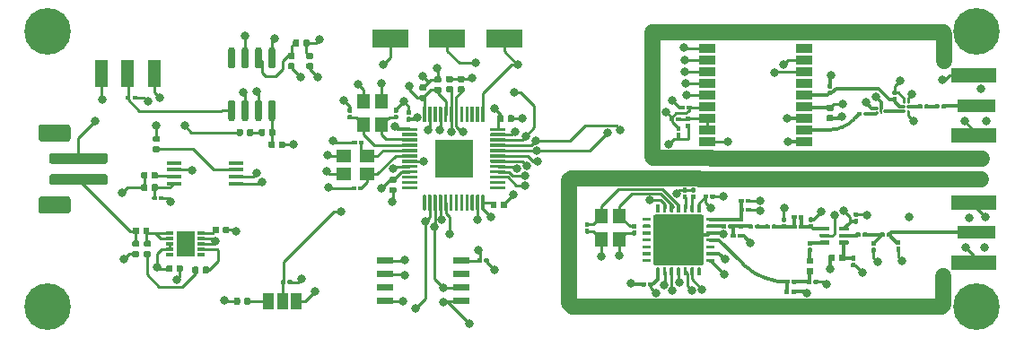
<source format=gbr>
G04 #@! TF.GenerationSoftware,KiCad,Pcbnew,(5.1.5)-3*
G04 #@! TF.CreationDate,2020-05-17T20:07:58+05:30*
G04 #@! TF.ProjectId,ArmTrax,41726d54-7261-4782-9e6b-696361645f70,rev?*
G04 #@! TF.SameCoordinates,Original*
G04 #@! TF.FileFunction,Copper,L1,Top*
G04 #@! TF.FilePolarity,Positive*
%FSLAX46Y46*%
G04 Gerber Fmt 4.6, Leading zero omitted, Abs format (unit mm)*
G04 Created by KiCad (PCBNEW (5.1.5)-3) date 2020-05-17 20:07:58*
%MOMM*%
%LPD*%
G04 APERTURE LIST*
%ADD10R,1.450000X0.450000*%
%ADD11C,0.100000*%
%ADD12R,3.600000X3.600000*%
%ADD13C,4.400000*%
%ADD14C,0.700000*%
%ADD15R,1.200000X1.400000*%
%ADD16R,1.400000X1.200000*%
%ADD17R,0.180000X0.250000*%
%ADD18R,0.250000X0.250000*%
%ADD19R,1.600000X0.900000*%
%ADD20R,1.750000X2.450000*%
%ADD21R,0.800000X0.300000*%
%ADD22R,3.400000X1.800000*%
%ADD23R,1.250000X2.500000*%
%ADD24R,1.000000X1.500000*%
%ADD25R,3.600000X1.270000*%
%ADD26R,4.200000X1.350000*%
%ADD27C,0.800000*%
%ADD28C,1.500000*%
%ADD29C,0.300000*%
%ADD30C,0.250000*%
%ADD31C,0.150000*%
G04 APERTURE END LIST*
D10*
X80600000Y-63125000D03*
X80600000Y-63775000D03*
X80600000Y-64425000D03*
X80600000Y-65075000D03*
X74700000Y-65075000D03*
X74700000Y-64425000D03*
X74700000Y-63775000D03*
X74700000Y-63125000D03*
G04 #@! TA.AperFunction,SMDPad,CuDef*
D11*
G36*
X73236958Y-60570710D02*
G01*
X73251276Y-60572834D01*
X73265317Y-60576351D01*
X73278946Y-60581228D01*
X73292031Y-60587417D01*
X73304447Y-60594858D01*
X73316073Y-60603481D01*
X73326798Y-60613202D01*
X73336519Y-60623927D01*
X73345142Y-60635553D01*
X73352583Y-60647969D01*
X73358772Y-60661054D01*
X73363649Y-60674683D01*
X73367166Y-60688724D01*
X73369290Y-60703042D01*
X73370000Y-60717500D01*
X73370000Y-61012500D01*
X73369290Y-61026958D01*
X73367166Y-61041276D01*
X73363649Y-61055317D01*
X73358772Y-61068946D01*
X73352583Y-61082031D01*
X73345142Y-61094447D01*
X73336519Y-61106073D01*
X73326798Y-61116798D01*
X73316073Y-61126519D01*
X73304447Y-61135142D01*
X73292031Y-61142583D01*
X73278946Y-61148772D01*
X73265317Y-61153649D01*
X73251276Y-61157166D01*
X73236958Y-61159290D01*
X73222500Y-61160000D01*
X72877500Y-61160000D01*
X72863042Y-61159290D01*
X72848724Y-61157166D01*
X72834683Y-61153649D01*
X72821054Y-61148772D01*
X72807969Y-61142583D01*
X72795553Y-61135142D01*
X72783927Y-61126519D01*
X72773202Y-61116798D01*
X72763481Y-61106073D01*
X72754858Y-61094447D01*
X72747417Y-61082031D01*
X72741228Y-61068946D01*
X72736351Y-61055317D01*
X72732834Y-61041276D01*
X72730710Y-61026958D01*
X72730000Y-61012500D01*
X72730000Y-60717500D01*
X72730710Y-60703042D01*
X72732834Y-60688724D01*
X72736351Y-60674683D01*
X72741228Y-60661054D01*
X72747417Y-60647969D01*
X72754858Y-60635553D01*
X72763481Y-60623927D01*
X72773202Y-60613202D01*
X72783927Y-60603481D01*
X72795553Y-60594858D01*
X72807969Y-60587417D01*
X72821054Y-60581228D01*
X72834683Y-60576351D01*
X72848724Y-60572834D01*
X72863042Y-60570710D01*
X72877500Y-60570000D01*
X73222500Y-60570000D01*
X73236958Y-60570710D01*
G37*
G04 #@! TD.AperFunction*
G04 #@! TA.AperFunction,SMDPad,CuDef*
G36*
X73236958Y-61540710D02*
G01*
X73251276Y-61542834D01*
X73265317Y-61546351D01*
X73278946Y-61551228D01*
X73292031Y-61557417D01*
X73304447Y-61564858D01*
X73316073Y-61573481D01*
X73326798Y-61583202D01*
X73336519Y-61593927D01*
X73345142Y-61605553D01*
X73352583Y-61617969D01*
X73358772Y-61631054D01*
X73363649Y-61644683D01*
X73367166Y-61658724D01*
X73369290Y-61673042D01*
X73370000Y-61687500D01*
X73370000Y-61982500D01*
X73369290Y-61996958D01*
X73367166Y-62011276D01*
X73363649Y-62025317D01*
X73358772Y-62038946D01*
X73352583Y-62052031D01*
X73345142Y-62064447D01*
X73336519Y-62076073D01*
X73326798Y-62086798D01*
X73316073Y-62096519D01*
X73304447Y-62105142D01*
X73292031Y-62112583D01*
X73278946Y-62118772D01*
X73265317Y-62123649D01*
X73251276Y-62127166D01*
X73236958Y-62129290D01*
X73222500Y-62130000D01*
X72877500Y-62130000D01*
X72863042Y-62129290D01*
X72848724Y-62127166D01*
X72834683Y-62123649D01*
X72821054Y-62118772D01*
X72807969Y-62112583D01*
X72795553Y-62105142D01*
X72783927Y-62096519D01*
X72773202Y-62086798D01*
X72763481Y-62076073D01*
X72754858Y-62064447D01*
X72747417Y-62052031D01*
X72741228Y-62038946D01*
X72736351Y-62025317D01*
X72732834Y-62011276D01*
X72730710Y-61996958D01*
X72730000Y-61982500D01*
X72730000Y-61687500D01*
X72730710Y-61673042D01*
X72732834Y-61658724D01*
X72736351Y-61644683D01*
X72741228Y-61631054D01*
X72747417Y-61617969D01*
X72754858Y-61605553D01*
X72763481Y-61593927D01*
X72773202Y-61583202D01*
X72783927Y-61573481D01*
X72795553Y-61564858D01*
X72807969Y-61557417D01*
X72821054Y-61551228D01*
X72834683Y-61546351D01*
X72848724Y-61542834D01*
X72863042Y-61540710D01*
X72877500Y-61540000D01*
X73222500Y-61540000D01*
X73236958Y-61540710D01*
G37*
G04 #@! TD.AperFunction*
G04 #@! TA.AperFunction,SMDPad,CuDef*
G36*
X72076958Y-63980710D02*
G01*
X72091276Y-63982834D01*
X72105317Y-63986351D01*
X72118946Y-63991228D01*
X72132031Y-63997417D01*
X72144447Y-64004858D01*
X72156073Y-64013481D01*
X72166798Y-64023202D01*
X72176519Y-64033927D01*
X72185142Y-64045553D01*
X72192583Y-64057969D01*
X72198772Y-64071054D01*
X72203649Y-64084683D01*
X72207166Y-64098724D01*
X72209290Y-64113042D01*
X72210000Y-64127500D01*
X72210000Y-64472500D01*
X72209290Y-64486958D01*
X72207166Y-64501276D01*
X72203649Y-64515317D01*
X72198772Y-64528946D01*
X72192583Y-64542031D01*
X72185142Y-64554447D01*
X72176519Y-64566073D01*
X72166798Y-64576798D01*
X72156073Y-64586519D01*
X72144447Y-64595142D01*
X72132031Y-64602583D01*
X72118946Y-64608772D01*
X72105317Y-64613649D01*
X72091276Y-64617166D01*
X72076958Y-64619290D01*
X72062500Y-64620000D01*
X71767500Y-64620000D01*
X71753042Y-64619290D01*
X71738724Y-64617166D01*
X71724683Y-64613649D01*
X71711054Y-64608772D01*
X71697969Y-64602583D01*
X71685553Y-64595142D01*
X71673927Y-64586519D01*
X71663202Y-64576798D01*
X71653481Y-64566073D01*
X71644858Y-64554447D01*
X71637417Y-64542031D01*
X71631228Y-64528946D01*
X71626351Y-64515317D01*
X71622834Y-64501276D01*
X71620710Y-64486958D01*
X71620000Y-64472500D01*
X71620000Y-64127500D01*
X71620710Y-64113042D01*
X71622834Y-64098724D01*
X71626351Y-64084683D01*
X71631228Y-64071054D01*
X71637417Y-64057969D01*
X71644858Y-64045553D01*
X71653481Y-64033927D01*
X71663202Y-64023202D01*
X71673927Y-64013481D01*
X71685553Y-64004858D01*
X71697969Y-63997417D01*
X71711054Y-63991228D01*
X71724683Y-63986351D01*
X71738724Y-63982834D01*
X71753042Y-63980710D01*
X71767500Y-63980000D01*
X72062500Y-63980000D01*
X72076958Y-63980710D01*
G37*
G04 #@! TD.AperFunction*
G04 #@! TA.AperFunction,SMDPad,CuDef*
G36*
X73046958Y-63980710D02*
G01*
X73061276Y-63982834D01*
X73075317Y-63986351D01*
X73088946Y-63991228D01*
X73102031Y-63997417D01*
X73114447Y-64004858D01*
X73126073Y-64013481D01*
X73136798Y-64023202D01*
X73146519Y-64033927D01*
X73155142Y-64045553D01*
X73162583Y-64057969D01*
X73168772Y-64071054D01*
X73173649Y-64084683D01*
X73177166Y-64098724D01*
X73179290Y-64113042D01*
X73180000Y-64127500D01*
X73180000Y-64472500D01*
X73179290Y-64486958D01*
X73177166Y-64501276D01*
X73173649Y-64515317D01*
X73168772Y-64528946D01*
X73162583Y-64542031D01*
X73155142Y-64554447D01*
X73146519Y-64566073D01*
X73136798Y-64576798D01*
X73126073Y-64586519D01*
X73114447Y-64595142D01*
X73102031Y-64602583D01*
X73088946Y-64608772D01*
X73075317Y-64613649D01*
X73061276Y-64617166D01*
X73046958Y-64619290D01*
X73032500Y-64620000D01*
X72737500Y-64620000D01*
X72723042Y-64619290D01*
X72708724Y-64617166D01*
X72694683Y-64613649D01*
X72681054Y-64608772D01*
X72667969Y-64602583D01*
X72655553Y-64595142D01*
X72643927Y-64586519D01*
X72633202Y-64576798D01*
X72623481Y-64566073D01*
X72614858Y-64554447D01*
X72607417Y-64542031D01*
X72601228Y-64528946D01*
X72596351Y-64515317D01*
X72592834Y-64501276D01*
X72590710Y-64486958D01*
X72590000Y-64472500D01*
X72590000Y-64127500D01*
X72590710Y-64113042D01*
X72592834Y-64098724D01*
X72596351Y-64084683D01*
X72601228Y-64071054D01*
X72607417Y-64057969D01*
X72614858Y-64045553D01*
X72623481Y-64033927D01*
X72633202Y-64023202D01*
X72643927Y-64013481D01*
X72655553Y-64004858D01*
X72667969Y-63997417D01*
X72681054Y-63991228D01*
X72694683Y-63986351D01*
X72708724Y-63982834D01*
X72723042Y-63980710D01*
X72737500Y-63980000D01*
X73032500Y-63980000D01*
X73046958Y-63980710D01*
G37*
G04 #@! TD.AperFunction*
G04 #@! TA.AperFunction,SMDPad,CuDef*
G36*
X72076958Y-65130710D02*
G01*
X72091276Y-65132834D01*
X72105317Y-65136351D01*
X72118946Y-65141228D01*
X72132031Y-65147417D01*
X72144447Y-65154858D01*
X72156073Y-65163481D01*
X72166798Y-65173202D01*
X72176519Y-65183927D01*
X72185142Y-65195553D01*
X72192583Y-65207969D01*
X72198772Y-65221054D01*
X72203649Y-65234683D01*
X72207166Y-65248724D01*
X72209290Y-65263042D01*
X72210000Y-65277500D01*
X72210000Y-65622500D01*
X72209290Y-65636958D01*
X72207166Y-65651276D01*
X72203649Y-65665317D01*
X72198772Y-65678946D01*
X72192583Y-65692031D01*
X72185142Y-65704447D01*
X72176519Y-65716073D01*
X72166798Y-65726798D01*
X72156073Y-65736519D01*
X72144447Y-65745142D01*
X72132031Y-65752583D01*
X72118946Y-65758772D01*
X72105317Y-65763649D01*
X72091276Y-65767166D01*
X72076958Y-65769290D01*
X72062500Y-65770000D01*
X71767500Y-65770000D01*
X71753042Y-65769290D01*
X71738724Y-65767166D01*
X71724683Y-65763649D01*
X71711054Y-65758772D01*
X71697969Y-65752583D01*
X71685553Y-65745142D01*
X71673927Y-65736519D01*
X71663202Y-65726798D01*
X71653481Y-65716073D01*
X71644858Y-65704447D01*
X71637417Y-65692031D01*
X71631228Y-65678946D01*
X71626351Y-65665317D01*
X71622834Y-65651276D01*
X71620710Y-65636958D01*
X71620000Y-65622500D01*
X71620000Y-65277500D01*
X71620710Y-65263042D01*
X71622834Y-65248724D01*
X71626351Y-65234683D01*
X71631228Y-65221054D01*
X71637417Y-65207969D01*
X71644858Y-65195553D01*
X71653481Y-65183927D01*
X71663202Y-65173202D01*
X71673927Y-65163481D01*
X71685553Y-65154858D01*
X71697969Y-65147417D01*
X71711054Y-65141228D01*
X71724683Y-65136351D01*
X71738724Y-65132834D01*
X71753042Y-65130710D01*
X71767500Y-65130000D01*
X72062500Y-65130000D01*
X72076958Y-65130710D01*
G37*
G04 #@! TD.AperFunction*
G04 #@! TA.AperFunction,SMDPad,CuDef*
G36*
X73046958Y-65130710D02*
G01*
X73061276Y-65132834D01*
X73075317Y-65136351D01*
X73088946Y-65141228D01*
X73102031Y-65147417D01*
X73114447Y-65154858D01*
X73126073Y-65163481D01*
X73136798Y-65173202D01*
X73146519Y-65183927D01*
X73155142Y-65195553D01*
X73162583Y-65207969D01*
X73168772Y-65221054D01*
X73173649Y-65234683D01*
X73177166Y-65248724D01*
X73179290Y-65263042D01*
X73180000Y-65277500D01*
X73180000Y-65622500D01*
X73179290Y-65636958D01*
X73177166Y-65651276D01*
X73173649Y-65665317D01*
X73168772Y-65678946D01*
X73162583Y-65692031D01*
X73155142Y-65704447D01*
X73146519Y-65716073D01*
X73136798Y-65726798D01*
X73126073Y-65736519D01*
X73114447Y-65745142D01*
X73102031Y-65752583D01*
X73088946Y-65758772D01*
X73075317Y-65763649D01*
X73061276Y-65767166D01*
X73046958Y-65769290D01*
X73032500Y-65770000D01*
X72737500Y-65770000D01*
X72723042Y-65769290D01*
X72708724Y-65767166D01*
X72694683Y-65763649D01*
X72681054Y-65758772D01*
X72667969Y-65752583D01*
X72655553Y-65745142D01*
X72643927Y-65736519D01*
X72633202Y-65726798D01*
X72623481Y-65716073D01*
X72614858Y-65704447D01*
X72607417Y-65692031D01*
X72601228Y-65678946D01*
X72596351Y-65665317D01*
X72592834Y-65651276D01*
X72590710Y-65636958D01*
X72590000Y-65622500D01*
X72590000Y-65277500D01*
X72590710Y-65263042D01*
X72592834Y-65248724D01*
X72596351Y-65234683D01*
X72601228Y-65221054D01*
X72607417Y-65207969D01*
X72614858Y-65195553D01*
X72623481Y-65183927D01*
X72633202Y-65173202D01*
X72643927Y-65163481D01*
X72655553Y-65154858D01*
X72667969Y-65147417D01*
X72681054Y-65141228D01*
X72694683Y-65136351D01*
X72708724Y-65132834D01*
X72723042Y-65130710D01*
X72737500Y-65130000D01*
X73032500Y-65130000D01*
X73046958Y-65130710D01*
G37*
G04 #@! TD.AperFunction*
G04 #@! TA.AperFunction,SMDPad,CuDef*
G36*
X73659802Y-66250482D02*
G01*
X73669509Y-66251921D01*
X73679028Y-66254306D01*
X73688268Y-66257612D01*
X73697140Y-66261808D01*
X73705557Y-66266853D01*
X73713439Y-66272699D01*
X73720711Y-66279289D01*
X73727301Y-66286561D01*
X73733147Y-66294443D01*
X73738192Y-66302860D01*
X73742388Y-66311732D01*
X73745694Y-66320972D01*
X73748079Y-66330491D01*
X73749518Y-66340198D01*
X73750000Y-66350000D01*
X73750000Y-66550000D01*
X73749518Y-66559802D01*
X73748079Y-66569509D01*
X73745694Y-66579028D01*
X73742388Y-66588268D01*
X73738192Y-66597140D01*
X73733147Y-66605557D01*
X73727301Y-66613439D01*
X73720711Y-66620711D01*
X73713439Y-66627301D01*
X73705557Y-66633147D01*
X73697140Y-66638192D01*
X73688268Y-66642388D01*
X73679028Y-66645694D01*
X73669509Y-66648079D01*
X73659802Y-66649518D01*
X73650000Y-66650000D01*
X73390000Y-66650000D01*
X73380198Y-66649518D01*
X73370491Y-66648079D01*
X73360972Y-66645694D01*
X73351732Y-66642388D01*
X73342860Y-66638192D01*
X73334443Y-66633147D01*
X73326561Y-66627301D01*
X73319289Y-66620711D01*
X73312699Y-66613439D01*
X73306853Y-66605557D01*
X73301808Y-66597140D01*
X73297612Y-66588268D01*
X73294306Y-66579028D01*
X73291921Y-66569509D01*
X73290482Y-66559802D01*
X73290000Y-66550000D01*
X73290000Y-66350000D01*
X73290482Y-66340198D01*
X73291921Y-66330491D01*
X73294306Y-66320972D01*
X73297612Y-66311732D01*
X73301808Y-66302860D01*
X73306853Y-66294443D01*
X73312699Y-66286561D01*
X73319289Y-66279289D01*
X73326561Y-66272699D01*
X73334443Y-66266853D01*
X73342860Y-66261808D01*
X73351732Y-66257612D01*
X73360972Y-66254306D01*
X73370491Y-66251921D01*
X73380198Y-66250482D01*
X73390000Y-66250000D01*
X73650000Y-66250000D01*
X73659802Y-66250482D01*
G37*
G04 #@! TD.AperFunction*
G04 #@! TA.AperFunction,SMDPad,CuDef*
G36*
X73019802Y-66250482D02*
G01*
X73029509Y-66251921D01*
X73039028Y-66254306D01*
X73048268Y-66257612D01*
X73057140Y-66261808D01*
X73065557Y-66266853D01*
X73073439Y-66272699D01*
X73080711Y-66279289D01*
X73087301Y-66286561D01*
X73093147Y-66294443D01*
X73098192Y-66302860D01*
X73102388Y-66311732D01*
X73105694Y-66320972D01*
X73108079Y-66330491D01*
X73109518Y-66340198D01*
X73110000Y-66350000D01*
X73110000Y-66550000D01*
X73109518Y-66559802D01*
X73108079Y-66569509D01*
X73105694Y-66579028D01*
X73102388Y-66588268D01*
X73098192Y-66597140D01*
X73093147Y-66605557D01*
X73087301Y-66613439D01*
X73080711Y-66620711D01*
X73073439Y-66627301D01*
X73065557Y-66633147D01*
X73057140Y-66638192D01*
X73048268Y-66642388D01*
X73039028Y-66645694D01*
X73029509Y-66648079D01*
X73019802Y-66649518D01*
X73010000Y-66650000D01*
X72750000Y-66650000D01*
X72740198Y-66649518D01*
X72730491Y-66648079D01*
X72720972Y-66645694D01*
X72711732Y-66642388D01*
X72702860Y-66638192D01*
X72694443Y-66633147D01*
X72686561Y-66627301D01*
X72679289Y-66620711D01*
X72672699Y-66613439D01*
X72666853Y-66605557D01*
X72661808Y-66597140D01*
X72657612Y-66588268D01*
X72654306Y-66579028D01*
X72651921Y-66569509D01*
X72650482Y-66559802D01*
X72650000Y-66550000D01*
X72650000Y-66350000D01*
X72650482Y-66340198D01*
X72651921Y-66330491D01*
X72654306Y-66320972D01*
X72657612Y-66311732D01*
X72661808Y-66302860D01*
X72666853Y-66294443D01*
X72672699Y-66286561D01*
X72679289Y-66279289D01*
X72686561Y-66272699D01*
X72694443Y-66266853D01*
X72702860Y-66261808D01*
X72711732Y-66257612D01*
X72720972Y-66254306D01*
X72730491Y-66251921D01*
X72740198Y-66250482D01*
X72750000Y-66250000D01*
X73010000Y-66250000D01*
X73019802Y-66250482D01*
G37*
G04 #@! TD.AperFunction*
G04 #@! TA.AperFunction,SMDPad,CuDef*
G36*
X138274787Y-69160482D02*
G01*
X138284496Y-69161922D01*
X138294017Y-69164307D01*
X138303258Y-69167613D01*
X138312131Y-69171810D01*
X138320550Y-69176856D01*
X138328433Y-69182703D01*
X138335706Y-69189294D01*
X138342297Y-69196567D01*
X138348144Y-69204450D01*
X138353190Y-69212869D01*
X138357387Y-69221742D01*
X138360693Y-69230983D01*
X138363078Y-69240504D01*
X138364518Y-69250213D01*
X138365000Y-69260016D01*
X138365000Y-69439984D01*
X138364518Y-69449787D01*
X138363078Y-69459496D01*
X138360693Y-69469017D01*
X138357387Y-69478258D01*
X138353190Y-69487131D01*
X138348144Y-69495550D01*
X138342297Y-69503433D01*
X138335706Y-69510706D01*
X138328433Y-69517297D01*
X138320550Y-69523144D01*
X138312131Y-69528190D01*
X138303258Y-69532387D01*
X138294017Y-69535693D01*
X138284496Y-69538078D01*
X138274787Y-69539518D01*
X138264984Y-69540000D01*
X137545016Y-69540000D01*
X137535213Y-69539518D01*
X137525504Y-69538078D01*
X137515983Y-69535693D01*
X137506742Y-69532387D01*
X137497869Y-69528190D01*
X137489450Y-69523144D01*
X137481567Y-69517297D01*
X137474294Y-69510706D01*
X137467703Y-69503433D01*
X137461856Y-69495550D01*
X137456810Y-69487131D01*
X137452613Y-69478258D01*
X137449307Y-69469017D01*
X137446922Y-69459496D01*
X137445482Y-69449787D01*
X137445000Y-69439984D01*
X137445000Y-69260016D01*
X137445482Y-69250213D01*
X137446922Y-69240504D01*
X137449307Y-69230983D01*
X137452613Y-69221742D01*
X137456810Y-69212869D01*
X137461856Y-69204450D01*
X137467703Y-69196567D01*
X137474294Y-69189294D01*
X137481567Y-69182703D01*
X137489450Y-69176856D01*
X137497869Y-69171810D01*
X137506742Y-69167613D01*
X137515983Y-69164307D01*
X137525504Y-69161922D01*
X137535213Y-69160482D01*
X137545016Y-69160000D01*
X138264984Y-69160000D01*
X138274787Y-69160482D01*
G37*
G04 #@! TD.AperFunction*
G04 #@! TA.AperFunction,SMDPad,CuDef*
G36*
X138274787Y-69810482D02*
G01*
X138284496Y-69811922D01*
X138294017Y-69814307D01*
X138303258Y-69817613D01*
X138312131Y-69821810D01*
X138320550Y-69826856D01*
X138328433Y-69832703D01*
X138335706Y-69839294D01*
X138342297Y-69846567D01*
X138348144Y-69854450D01*
X138353190Y-69862869D01*
X138357387Y-69871742D01*
X138360693Y-69880983D01*
X138363078Y-69890504D01*
X138364518Y-69900213D01*
X138365000Y-69910016D01*
X138365000Y-70089984D01*
X138364518Y-70099787D01*
X138363078Y-70109496D01*
X138360693Y-70119017D01*
X138357387Y-70128258D01*
X138353190Y-70137131D01*
X138348144Y-70145550D01*
X138342297Y-70153433D01*
X138335706Y-70160706D01*
X138328433Y-70167297D01*
X138320550Y-70173144D01*
X138312131Y-70178190D01*
X138303258Y-70182387D01*
X138294017Y-70185693D01*
X138284496Y-70188078D01*
X138274787Y-70189518D01*
X138264984Y-70190000D01*
X137545016Y-70190000D01*
X137535213Y-70189518D01*
X137525504Y-70188078D01*
X137515983Y-70185693D01*
X137506742Y-70182387D01*
X137497869Y-70178190D01*
X137489450Y-70173144D01*
X137481567Y-70167297D01*
X137474294Y-70160706D01*
X137467703Y-70153433D01*
X137461856Y-70145550D01*
X137456810Y-70137131D01*
X137452613Y-70128258D01*
X137449307Y-70119017D01*
X137446922Y-70109496D01*
X137445482Y-70099787D01*
X137445000Y-70089984D01*
X137445000Y-69910016D01*
X137445482Y-69900213D01*
X137446922Y-69890504D01*
X137449307Y-69880983D01*
X137452613Y-69871742D01*
X137456810Y-69862869D01*
X137461856Y-69854450D01*
X137467703Y-69846567D01*
X137474294Y-69839294D01*
X137481567Y-69832703D01*
X137489450Y-69826856D01*
X137497869Y-69821810D01*
X137506742Y-69817613D01*
X137515983Y-69814307D01*
X137525504Y-69811922D01*
X137535213Y-69810482D01*
X137545016Y-69810000D01*
X138264984Y-69810000D01*
X138274787Y-69810482D01*
G37*
G04 #@! TD.AperFunction*
G04 #@! TA.AperFunction,SMDPad,CuDef*
G36*
X138274787Y-70460482D02*
G01*
X138284496Y-70461922D01*
X138294017Y-70464307D01*
X138303258Y-70467613D01*
X138312131Y-70471810D01*
X138320550Y-70476856D01*
X138328433Y-70482703D01*
X138335706Y-70489294D01*
X138342297Y-70496567D01*
X138348144Y-70504450D01*
X138353190Y-70512869D01*
X138357387Y-70521742D01*
X138360693Y-70530983D01*
X138363078Y-70540504D01*
X138364518Y-70550213D01*
X138365000Y-70560016D01*
X138365000Y-70739984D01*
X138364518Y-70749787D01*
X138363078Y-70759496D01*
X138360693Y-70769017D01*
X138357387Y-70778258D01*
X138353190Y-70787131D01*
X138348144Y-70795550D01*
X138342297Y-70803433D01*
X138335706Y-70810706D01*
X138328433Y-70817297D01*
X138320550Y-70823144D01*
X138312131Y-70828190D01*
X138303258Y-70832387D01*
X138294017Y-70835693D01*
X138284496Y-70838078D01*
X138274787Y-70839518D01*
X138264984Y-70840000D01*
X137545016Y-70840000D01*
X137535213Y-70839518D01*
X137525504Y-70838078D01*
X137515983Y-70835693D01*
X137506742Y-70832387D01*
X137497869Y-70828190D01*
X137489450Y-70823144D01*
X137481567Y-70817297D01*
X137474294Y-70810706D01*
X137467703Y-70803433D01*
X137461856Y-70795550D01*
X137456810Y-70787131D01*
X137452613Y-70778258D01*
X137449307Y-70769017D01*
X137446922Y-70759496D01*
X137445482Y-70749787D01*
X137445000Y-70739984D01*
X137445000Y-70560016D01*
X137445482Y-70550213D01*
X137446922Y-70540504D01*
X137449307Y-70530983D01*
X137452613Y-70521742D01*
X137456810Y-70512869D01*
X137461856Y-70504450D01*
X137467703Y-70496567D01*
X137474294Y-70489294D01*
X137481567Y-70482703D01*
X137489450Y-70476856D01*
X137497869Y-70471810D01*
X137506742Y-70467613D01*
X137515983Y-70464307D01*
X137525504Y-70461922D01*
X137535213Y-70460482D01*
X137545016Y-70460000D01*
X138264984Y-70460000D01*
X138274787Y-70460482D01*
G37*
G04 #@! TD.AperFunction*
G04 #@! TA.AperFunction,SMDPad,CuDef*
G36*
X136464787Y-70460482D02*
G01*
X136474496Y-70461922D01*
X136484017Y-70464307D01*
X136493258Y-70467613D01*
X136502131Y-70471810D01*
X136510550Y-70476856D01*
X136518433Y-70482703D01*
X136525706Y-70489294D01*
X136532297Y-70496567D01*
X136538144Y-70504450D01*
X136543190Y-70512869D01*
X136547387Y-70521742D01*
X136550693Y-70530983D01*
X136553078Y-70540504D01*
X136554518Y-70550213D01*
X136555000Y-70560016D01*
X136555000Y-70739984D01*
X136554518Y-70749787D01*
X136553078Y-70759496D01*
X136550693Y-70769017D01*
X136547387Y-70778258D01*
X136543190Y-70787131D01*
X136538144Y-70795550D01*
X136532297Y-70803433D01*
X136525706Y-70810706D01*
X136518433Y-70817297D01*
X136510550Y-70823144D01*
X136502131Y-70828190D01*
X136493258Y-70832387D01*
X136484017Y-70835693D01*
X136474496Y-70838078D01*
X136464787Y-70839518D01*
X136454984Y-70840000D01*
X135735016Y-70840000D01*
X135725213Y-70839518D01*
X135715504Y-70838078D01*
X135705983Y-70835693D01*
X135696742Y-70832387D01*
X135687869Y-70828190D01*
X135679450Y-70823144D01*
X135671567Y-70817297D01*
X135664294Y-70810706D01*
X135657703Y-70803433D01*
X135651856Y-70795550D01*
X135646810Y-70787131D01*
X135642613Y-70778258D01*
X135639307Y-70769017D01*
X135636922Y-70759496D01*
X135635482Y-70749787D01*
X135635000Y-70739984D01*
X135635000Y-70560016D01*
X135635482Y-70550213D01*
X135636922Y-70540504D01*
X135639307Y-70530983D01*
X135642613Y-70521742D01*
X135646810Y-70512869D01*
X135651856Y-70504450D01*
X135657703Y-70496567D01*
X135664294Y-70489294D01*
X135671567Y-70482703D01*
X135679450Y-70476856D01*
X135687869Y-70471810D01*
X135696742Y-70467613D01*
X135705983Y-70464307D01*
X135715504Y-70461922D01*
X135725213Y-70460482D01*
X135735016Y-70460000D01*
X136454984Y-70460000D01*
X136464787Y-70460482D01*
G37*
G04 #@! TD.AperFunction*
G04 #@! TA.AperFunction,SMDPad,CuDef*
G36*
X136464787Y-69810482D02*
G01*
X136474496Y-69811922D01*
X136484017Y-69814307D01*
X136493258Y-69817613D01*
X136502131Y-69821810D01*
X136510550Y-69826856D01*
X136518433Y-69832703D01*
X136525706Y-69839294D01*
X136532297Y-69846567D01*
X136538144Y-69854450D01*
X136543190Y-69862869D01*
X136547387Y-69871742D01*
X136550693Y-69880983D01*
X136553078Y-69890504D01*
X136554518Y-69900213D01*
X136555000Y-69910016D01*
X136555000Y-70089984D01*
X136554518Y-70099787D01*
X136553078Y-70109496D01*
X136550693Y-70119017D01*
X136547387Y-70128258D01*
X136543190Y-70137131D01*
X136538144Y-70145550D01*
X136532297Y-70153433D01*
X136525706Y-70160706D01*
X136518433Y-70167297D01*
X136510550Y-70173144D01*
X136502131Y-70178190D01*
X136493258Y-70182387D01*
X136484017Y-70185693D01*
X136474496Y-70188078D01*
X136464787Y-70189518D01*
X136454984Y-70190000D01*
X135735016Y-70190000D01*
X135725213Y-70189518D01*
X135715504Y-70188078D01*
X135705983Y-70185693D01*
X135696742Y-70182387D01*
X135687869Y-70178190D01*
X135679450Y-70173144D01*
X135671567Y-70167297D01*
X135664294Y-70160706D01*
X135657703Y-70153433D01*
X135651856Y-70145550D01*
X135646810Y-70137131D01*
X135642613Y-70128258D01*
X135639307Y-70119017D01*
X135636922Y-70109496D01*
X135635482Y-70099787D01*
X135635000Y-70089984D01*
X135635000Y-69910016D01*
X135635482Y-69900213D01*
X135636922Y-69890504D01*
X135639307Y-69880983D01*
X135642613Y-69871742D01*
X135646810Y-69862869D01*
X135651856Y-69854450D01*
X135657703Y-69846567D01*
X135664294Y-69839294D01*
X135671567Y-69832703D01*
X135679450Y-69826856D01*
X135687869Y-69821810D01*
X135696742Y-69817613D01*
X135705983Y-69814307D01*
X135715504Y-69811922D01*
X135725213Y-69810482D01*
X135735016Y-69810000D01*
X136454984Y-69810000D01*
X136464787Y-69810482D01*
G37*
G04 #@! TD.AperFunction*
G04 #@! TA.AperFunction,SMDPad,CuDef*
G36*
X136464787Y-69160482D02*
G01*
X136474496Y-69161922D01*
X136484017Y-69164307D01*
X136493258Y-69167613D01*
X136502131Y-69171810D01*
X136510550Y-69176856D01*
X136518433Y-69182703D01*
X136525706Y-69189294D01*
X136532297Y-69196567D01*
X136538144Y-69204450D01*
X136543190Y-69212869D01*
X136547387Y-69221742D01*
X136550693Y-69230983D01*
X136553078Y-69240504D01*
X136554518Y-69250213D01*
X136555000Y-69260016D01*
X136555000Y-69439984D01*
X136554518Y-69449787D01*
X136553078Y-69459496D01*
X136550693Y-69469017D01*
X136547387Y-69478258D01*
X136543190Y-69487131D01*
X136538144Y-69495550D01*
X136532297Y-69503433D01*
X136525706Y-69510706D01*
X136518433Y-69517297D01*
X136510550Y-69523144D01*
X136502131Y-69528190D01*
X136493258Y-69532387D01*
X136484017Y-69535693D01*
X136474496Y-69538078D01*
X136464787Y-69539518D01*
X136454984Y-69540000D01*
X135735016Y-69540000D01*
X135725213Y-69539518D01*
X135715504Y-69538078D01*
X135705983Y-69535693D01*
X135696742Y-69532387D01*
X135687869Y-69528190D01*
X135679450Y-69523144D01*
X135671567Y-69517297D01*
X135664294Y-69510706D01*
X135657703Y-69503433D01*
X135651856Y-69495550D01*
X135646810Y-69487131D01*
X135642613Y-69478258D01*
X135639307Y-69469017D01*
X135636922Y-69459496D01*
X135635482Y-69449787D01*
X135635000Y-69439984D01*
X135635000Y-69260016D01*
X135635482Y-69250213D01*
X135636922Y-69240504D01*
X135639307Y-69230983D01*
X135642613Y-69221742D01*
X135646810Y-69212869D01*
X135651856Y-69204450D01*
X135657703Y-69196567D01*
X135664294Y-69189294D01*
X135671567Y-69182703D01*
X135679450Y-69176856D01*
X135687869Y-69171810D01*
X135696742Y-69167613D01*
X135705983Y-69164307D01*
X135715504Y-69161922D01*
X135725213Y-69160482D01*
X135735016Y-69160000D01*
X136454984Y-69160000D01*
X136464787Y-69160482D01*
G37*
G04 #@! TD.AperFunction*
G04 #@! TA.AperFunction,SMDPad,CuDef*
G36*
X102484703Y-72055722D02*
G01*
X102499264Y-72057882D01*
X102513543Y-72061459D01*
X102527403Y-72066418D01*
X102540710Y-72072712D01*
X102553336Y-72080280D01*
X102565159Y-72089048D01*
X102576066Y-72098934D01*
X102585952Y-72109841D01*
X102594720Y-72121664D01*
X102602288Y-72134290D01*
X102608582Y-72147597D01*
X102613541Y-72161457D01*
X102617118Y-72175736D01*
X102619278Y-72190297D01*
X102620000Y-72205000D01*
X102620000Y-72505000D01*
X102619278Y-72519703D01*
X102617118Y-72534264D01*
X102613541Y-72548543D01*
X102608582Y-72562403D01*
X102602288Y-72575710D01*
X102594720Y-72588336D01*
X102585952Y-72600159D01*
X102576066Y-72611066D01*
X102565159Y-72620952D01*
X102553336Y-72629720D01*
X102540710Y-72637288D01*
X102527403Y-72643582D01*
X102513543Y-72648541D01*
X102499264Y-72652118D01*
X102484703Y-72654278D01*
X102470000Y-72655000D01*
X101170000Y-72655000D01*
X101155297Y-72654278D01*
X101140736Y-72652118D01*
X101126457Y-72648541D01*
X101112597Y-72643582D01*
X101099290Y-72637288D01*
X101086664Y-72629720D01*
X101074841Y-72620952D01*
X101063934Y-72611066D01*
X101054048Y-72600159D01*
X101045280Y-72588336D01*
X101037712Y-72575710D01*
X101031418Y-72562403D01*
X101026459Y-72548543D01*
X101022882Y-72534264D01*
X101020722Y-72519703D01*
X101020000Y-72505000D01*
X101020000Y-72205000D01*
X101020722Y-72190297D01*
X101022882Y-72175736D01*
X101026459Y-72161457D01*
X101031418Y-72147597D01*
X101037712Y-72134290D01*
X101045280Y-72121664D01*
X101054048Y-72109841D01*
X101063934Y-72098934D01*
X101074841Y-72089048D01*
X101086664Y-72080280D01*
X101099290Y-72072712D01*
X101112597Y-72066418D01*
X101126457Y-72061459D01*
X101140736Y-72057882D01*
X101155297Y-72055722D01*
X101170000Y-72055000D01*
X102470000Y-72055000D01*
X102484703Y-72055722D01*
G37*
G04 #@! TD.AperFunction*
G04 #@! TA.AperFunction,SMDPad,CuDef*
G36*
X102484703Y-73325722D02*
G01*
X102499264Y-73327882D01*
X102513543Y-73331459D01*
X102527403Y-73336418D01*
X102540710Y-73342712D01*
X102553336Y-73350280D01*
X102565159Y-73359048D01*
X102576066Y-73368934D01*
X102585952Y-73379841D01*
X102594720Y-73391664D01*
X102602288Y-73404290D01*
X102608582Y-73417597D01*
X102613541Y-73431457D01*
X102617118Y-73445736D01*
X102619278Y-73460297D01*
X102620000Y-73475000D01*
X102620000Y-73775000D01*
X102619278Y-73789703D01*
X102617118Y-73804264D01*
X102613541Y-73818543D01*
X102608582Y-73832403D01*
X102602288Y-73845710D01*
X102594720Y-73858336D01*
X102585952Y-73870159D01*
X102576066Y-73881066D01*
X102565159Y-73890952D01*
X102553336Y-73899720D01*
X102540710Y-73907288D01*
X102527403Y-73913582D01*
X102513543Y-73918541D01*
X102499264Y-73922118D01*
X102484703Y-73924278D01*
X102470000Y-73925000D01*
X101170000Y-73925000D01*
X101155297Y-73924278D01*
X101140736Y-73922118D01*
X101126457Y-73918541D01*
X101112597Y-73913582D01*
X101099290Y-73907288D01*
X101086664Y-73899720D01*
X101074841Y-73890952D01*
X101063934Y-73881066D01*
X101054048Y-73870159D01*
X101045280Y-73858336D01*
X101037712Y-73845710D01*
X101031418Y-73832403D01*
X101026459Y-73818543D01*
X101022882Y-73804264D01*
X101020722Y-73789703D01*
X101020000Y-73775000D01*
X101020000Y-73475000D01*
X101020722Y-73460297D01*
X101022882Y-73445736D01*
X101026459Y-73431457D01*
X101031418Y-73417597D01*
X101037712Y-73404290D01*
X101045280Y-73391664D01*
X101054048Y-73379841D01*
X101063934Y-73368934D01*
X101074841Y-73359048D01*
X101086664Y-73350280D01*
X101099290Y-73342712D01*
X101112597Y-73336418D01*
X101126457Y-73331459D01*
X101140736Y-73327882D01*
X101155297Y-73325722D01*
X101170000Y-73325000D01*
X102470000Y-73325000D01*
X102484703Y-73325722D01*
G37*
G04 #@! TD.AperFunction*
G04 #@! TA.AperFunction,SMDPad,CuDef*
G36*
X102484703Y-74595722D02*
G01*
X102499264Y-74597882D01*
X102513543Y-74601459D01*
X102527403Y-74606418D01*
X102540710Y-74612712D01*
X102553336Y-74620280D01*
X102565159Y-74629048D01*
X102576066Y-74638934D01*
X102585952Y-74649841D01*
X102594720Y-74661664D01*
X102602288Y-74674290D01*
X102608582Y-74687597D01*
X102613541Y-74701457D01*
X102617118Y-74715736D01*
X102619278Y-74730297D01*
X102620000Y-74745000D01*
X102620000Y-75045000D01*
X102619278Y-75059703D01*
X102617118Y-75074264D01*
X102613541Y-75088543D01*
X102608582Y-75102403D01*
X102602288Y-75115710D01*
X102594720Y-75128336D01*
X102585952Y-75140159D01*
X102576066Y-75151066D01*
X102565159Y-75160952D01*
X102553336Y-75169720D01*
X102540710Y-75177288D01*
X102527403Y-75183582D01*
X102513543Y-75188541D01*
X102499264Y-75192118D01*
X102484703Y-75194278D01*
X102470000Y-75195000D01*
X101170000Y-75195000D01*
X101155297Y-75194278D01*
X101140736Y-75192118D01*
X101126457Y-75188541D01*
X101112597Y-75183582D01*
X101099290Y-75177288D01*
X101086664Y-75169720D01*
X101074841Y-75160952D01*
X101063934Y-75151066D01*
X101054048Y-75140159D01*
X101045280Y-75128336D01*
X101037712Y-75115710D01*
X101031418Y-75102403D01*
X101026459Y-75088543D01*
X101022882Y-75074264D01*
X101020722Y-75059703D01*
X101020000Y-75045000D01*
X101020000Y-74745000D01*
X101020722Y-74730297D01*
X101022882Y-74715736D01*
X101026459Y-74701457D01*
X101031418Y-74687597D01*
X101037712Y-74674290D01*
X101045280Y-74661664D01*
X101054048Y-74649841D01*
X101063934Y-74638934D01*
X101074841Y-74629048D01*
X101086664Y-74620280D01*
X101099290Y-74612712D01*
X101112597Y-74606418D01*
X101126457Y-74601459D01*
X101140736Y-74597882D01*
X101155297Y-74595722D01*
X101170000Y-74595000D01*
X102470000Y-74595000D01*
X102484703Y-74595722D01*
G37*
G04 #@! TD.AperFunction*
G04 #@! TA.AperFunction,SMDPad,CuDef*
G36*
X102484703Y-75865722D02*
G01*
X102499264Y-75867882D01*
X102513543Y-75871459D01*
X102527403Y-75876418D01*
X102540710Y-75882712D01*
X102553336Y-75890280D01*
X102565159Y-75899048D01*
X102576066Y-75908934D01*
X102585952Y-75919841D01*
X102594720Y-75931664D01*
X102602288Y-75944290D01*
X102608582Y-75957597D01*
X102613541Y-75971457D01*
X102617118Y-75985736D01*
X102619278Y-76000297D01*
X102620000Y-76015000D01*
X102620000Y-76315000D01*
X102619278Y-76329703D01*
X102617118Y-76344264D01*
X102613541Y-76358543D01*
X102608582Y-76372403D01*
X102602288Y-76385710D01*
X102594720Y-76398336D01*
X102585952Y-76410159D01*
X102576066Y-76421066D01*
X102565159Y-76430952D01*
X102553336Y-76439720D01*
X102540710Y-76447288D01*
X102527403Y-76453582D01*
X102513543Y-76458541D01*
X102499264Y-76462118D01*
X102484703Y-76464278D01*
X102470000Y-76465000D01*
X101170000Y-76465000D01*
X101155297Y-76464278D01*
X101140736Y-76462118D01*
X101126457Y-76458541D01*
X101112597Y-76453582D01*
X101099290Y-76447288D01*
X101086664Y-76439720D01*
X101074841Y-76430952D01*
X101063934Y-76421066D01*
X101054048Y-76410159D01*
X101045280Y-76398336D01*
X101037712Y-76385710D01*
X101031418Y-76372403D01*
X101026459Y-76358543D01*
X101022882Y-76344264D01*
X101020722Y-76329703D01*
X101020000Y-76315000D01*
X101020000Y-76015000D01*
X101020722Y-76000297D01*
X101022882Y-75985736D01*
X101026459Y-75971457D01*
X101031418Y-75957597D01*
X101037712Y-75944290D01*
X101045280Y-75931664D01*
X101054048Y-75919841D01*
X101063934Y-75908934D01*
X101074841Y-75899048D01*
X101086664Y-75890280D01*
X101099290Y-75882712D01*
X101112597Y-75876418D01*
X101126457Y-75871459D01*
X101140736Y-75867882D01*
X101155297Y-75865722D01*
X101170000Y-75865000D01*
X102470000Y-75865000D01*
X102484703Y-75865722D01*
G37*
G04 #@! TD.AperFunction*
G04 #@! TA.AperFunction,SMDPad,CuDef*
G36*
X95284703Y-75865722D02*
G01*
X95299264Y-75867882D01*
X95313543Y-75871459D01*
X95327403Y-75876418D01*
X95340710Y-75882712D01*
X95353336Y-75890280D01*
X95365159Y-75899048D01*
X95376066Y-75908934D01*
X95385952Y-75919841D01*
X95394720Y-75931664D01*
X95402288Y-75944290D01*
X95408582Y-75957597D01*
X95413541Y-75971457D01*
X95417118Y-75985736D01*
X95419278Y-76000297D01*
X95420000Y-76015000D01*
X95420000Y-76315000D01*
X95419278Y-76329703D01*
X95417118Y-76344264D01*
X95413541Y-76358543D01*
X95408582Y-76372403D01*
X95402288Y-76385710D01*
X95394720Y-76398336D01*
X95385952Y-76410159D01*
X95376066Y-76421066D01*
X95365159Y-76430952D01*
X95353336Y-76439720D01*
X95340710Y-76447288D01*
X95327403Y-76453582D01*
X95313543Y-76458541D01*
X95299264Y-76462118D01*
X95284703Y-76464278D01*
X95270000Y-76465000D01*
X93970000Y-76465000D01*
X93955297Y-76464278D01*
X93940736Y-76462118D01*
X93926457Y-76458541D01*
X93912597Y-76453582D01*
X93899290Y-76447288D01*
X93886664Y-76439720D01*
X93874841Y-76430952D01*
X93863934Y-76421066D01*
X93854048Y-76410159D01*
X93845280Y-76398336D01*
X93837712Y-76385710D01*
X93831418Y-76372403D01*
X93826459Y-76358543D01*
X93822882Y-76344264D01*
X93820722Y-76329703D01*
X93820000Y-76315000D01*
X93820000Y-76015000D01*
X93820722Y-76000297D01*
X93822882Y-75985736D01*
X93826459Y-75971457D01*
X93831418Y-75957597D01*
X93837712Y-75944290D01*
X93845280Y-75931664D01*
X93854048Y-75919841D01*
X93863934Y-75908934D01*
X93874841Y-75899048D01*
X93886664Y-75890280D01*
X93899290Y-75882712D01*
X93912597Y-75876418D01*
X93926457Y-75871459D01*
X93940736Y-75867882D01*
X93955297Y-75865722D01*
X93970000Y-75865000D01*
X95270000Y-75865000D01*
X95284703Y-75865722D01*
G37*
G04 #@! TD.AperFunction*
G04 #@! TA.AperFunction,SMDPad,CuDef*
G36*
X95284703Y-74595722D02*
G01*
X95299264Y-74597882D01*
X95313543Y-74601459D01*
X95327403Y-74606418D01*
X95340710Y-74612712D01*
X95353336Y-74620280D01*
X95365159Y-74629048D01*
X95376066Y-74638934D01*
X95385952Y-74649841D01*
X95394720Y-74661664D01*
X95402288Y-74674290D01*
X95408582Y-74687597D01*
X95413541Y-74701457D01*
X95417118Y-74715736D01*
X95419278Y-74730297D01*
X95420000Y-74745000D01*
X95420000Y-75045000D01*
X95419278Y-75059703D01*
X95417118Y-75074264D01*
X95413541Y-75088543D01*
X95408582Y-75102403D01*
X95402288Y-75115710D01*
X95394720Y-75128336D01*
X95385952Y-75140159D01*
X95376066Y-75151066D01*
X95365159Y-75160952D01*
X95353336Y-75169720D01*
X95340710Y-75177288D01*
X95327403Y-75183582D01*
X95313543Y-75188541D01*
X95299264Y-75192118D01*
X95284703Y-75194278D01*
X95270000Y-75195000D01*
X93970000Y-75195000D01*
X93955297Y-75194278D01*
X93940736Y-75192118D01*
X93926457Y-75188541D01*
X93912597Y-75183582D01*
X93899290Y-75177288D01*
X93886664Y-75169720D01*
X93874841Y-75160952D01*
X93863934Y-75151066D01*
X93854048Y-75140159D01*
X93845280Y-75128336D01*
X93837712Y-75115710D01*
X93831418Y-75102403D01*
X93826459Y-75088543D01*
X93822882Y-75074264D01*
X93820722Y-75059703D01*
X93820000Y-75045000D01*
X93820000Y-74745000D01*
X93820722Y-74730297D01*
X93822882Y-74715736D01*
X93826459Y-74701457D01*
X93831418Y-74687597D01*
X93837712Y-74674290D01*
X93845280Y-74661664D01*
X93854048Y-74649841D01*
X93863934Y-74638934D01*
X93874841Y-74629048D01*
X93886664Y-74620280D01*
X93899290Y-74612712D01*
X93912597Y-74606418D01*
X93926457Y-74601459D01*
X93940736Y-74597882D01*
X93955297Y-74595722D01*
X93970000Y-74595000D01*
X95270000Y-74595000D01*
X95284703Y-74595722D01*
G37*
G04 #@! TD.AperFunction*
G04 #@! TA.AperFunction,SMDPad,CuDef*
G36*
X95284703Y-73325722D02*
G01*
X95299264Y-73327882D01*
X95313543Y-73331459D01*
X95327403Y-73336418D01*
X95340710Y-73342712D01*
X95353336Y-73350280D01*
X95365159Y-73359048D01*
X95376066Y-73368934D01*
X95385952Y-73379841D01*
X95394720Y-73391664D01*
X95402288Y-73404290D01*
X95408582Y-73417597D01*
X95413541Y-73431457D01*
X95417118Y-73445736D01*
X95419278Y-73460297D01*
X95420000Y-73475000D01*
X95420000Y-73775000D01*
X95419278Y-73789703D01*
X95417118Y-73804264D01*
X95413541Y-73818543D01*
X95408582Y-73832403D01*
X95402288Y-73845710D01*
X95394720Y-73858336D01*
X95385952Y-73870159D01*
X95376066Y-73881066D01*
X95365159Y-73890952D01*
X95353336Y-73899720D01*
X95340710Y-73907288D01*
X95327403Y-73913582D01*
X95313543Y-73918541D01*
X95299264Y-73922118D01*
X95284703Y-73924278D01*
X95270000Y-73925000D01*
X93970000Y-73925000D01*
X93955297Y-73924278D01*
X93940736Y-73922118D01*
X93926457Y-73918541D01*
X93912597Y-73913582D01*
X93899290Y-73907288D01*
X93886664Y-73899720D01*
X93874841Y-73890952D01*
X93863934Y-73881066D01*
X93854048Y-73870159D01*
X93845280Y-73858336D01*
X93837712Y-73845710D01*
X93831418Y-73832403D01*
X93826459Y-73818543D01*
X93822882Y-73804264D01*
X93820722Y-73789703D01*
X93820000Y-73775000D01*
X93820000Y-73475000D01*
X93820722Y-73460297D01*
X93822882Y-73445736D01*
X93826459Y-73431457D01*
X93831418Y-73417597D01*
X93837712Y-73404290D01*
X93845280Y-73391664D01*
X93854048Y-73379841D01*
X93863934Y-73368934D01*
X93874841Y-73359048D01*
X93886664Y-73350280D01*
X93899290Y-73342712D01*
X93912597Y-73336418D01*
X93926457Y-73331459D01*
X93940736Y-73327882D01*
X93955297Y-73325722D01*
X93970000Y-73325000D01*
X95270000Y-73325000D01*
X95284703Y-73325722D01*
G37*
G04 #@! TD.AperFunction*
G04 #@! TA.AperFunction,SMDPad,CuDef*
G36*
X95284703Y-72055722D02*
G01*
X95299264Y-72057882D01*
X95313543Y-72061459D01*
X95327403Y-72066418D01*
X95340710Y-72072712D01*
X95353336Y-72080280D01*
X95365159Y-72089048D01*
X95376066Y-72098934D01*
X95385952Y-72109841D01*
X95394720Y-72121664D01*
X95402288Y-72134290D01*
X95408582Y-72147597D01*
X95413541Y-72161457D01*
X95417118Y-72175736D01*
X95419278Y-72190297D01*
X95420000Y-72205000D01*
X95420000Y-72505000D01*
X95419278Y-72519703D01*
X95417118Y-72534264D01*
X95413541Y-72548543D01*
X95408582Y-72562403D01*
X95402288Y-72575710D01*
X95394720Y-72588336D01*
X95385952Y-72600159D01*
X95376066Y-72611066D01*
X95365159Y-72620952D01*
X95353336Y-72629720D01*
X95340710Y-72637288D01*
X95327403Y-72643582D01*
X95313543Y-72648541D01*
X95299264Y-72652118D01*
X95284703Y-72654278D01*
X95270000Y-72655000D01*
X93970000Y-72655000D01*
X93955297Y-72654278D01*
X93940736Y-72652118D01*
X93926457Y-72648541D01*
X93912597Y-72643582D01*
X93899290Y-72637288D01*
X93886664Y-72629720D01*
X93874841Y-72620952D01*
X93863934Y-72611066D01*
X93854048Y-72600159D01*
X93845280Y-72588336D01*
X93837712Y-72575710D01*
X93831418Y-72562403D01*
X93826459Y-72548543D01*
X93822882Y-72534264D01*
X93820722Y-72519703D01*
X93820000Y-72505000D01*
X93820000Y-72205000D01*
X93820722Y-72190297D01*
X93822882Y-72175736D01*
X93826459Y-72161457D01*
X93831418Y-72147597D01*
X93837712Y-72134290D01*
X93845280Y-72121664D01*
X93854048Y-72109841D01*
X93863934Y-72098934D01*
X93874841Y-72089048D01*
X93886664Y-72080280D01*
X93899290Y-72072712D01*
X93912597Y-72066418D01*
X93926457Y-72061459D01*
X93940736Y-72057882D01*
X93955297Y-72055722D01*
X93970000Y-72055000D01*
X95270000Y-72055000D01*
X95284703Y-72055722D01*
G37*
G04 #@! TD.AperFunction*
D12*
X101100000Y-62710000D03*
G04 #@! TA.AperFunction,SMDPad,CuDef*
D11*
G36*
X98432351Y-57810361D02*
G01*
X98439632Y-57811441D01*
X98446771Y-57813229D01*
X98453701Y-57815709D01*
X98460355Y-57818856D01*
X98466668Y-57822640D01*
X98472579Y-57827024D01*
X98478033Y-57831967D01*
X98482976Y-57837421D01*
X98487360Y-57843332D01*
X98491144Y-57849645D01*
X98494291Y-57856299D01*
X98496771Y-57863229D01*
X98498559Y-57870368D01*
X98499639Y-57877649D01*
X98500000Y-57885000D01*
X98500000Y-59210000D01*
X98499639Y-59217351D01*
X98498559Y-59224632D01*
X98496771Y-59231771D01*
X98494291Y-59238701D01*
X98491144Y-59245355D01*
X98487360Y-59251668D01*
X98482976Y-59257579D01*
X98478033Y-59263033D01*
X98472579Y-59267976D01*
X98466668Y-59272360D01*
X98460355Y-59276144D01*
X98453701Y-59279291D01*
X98446771Y-59281771D01*
X98439632Y-59283559D01*
X98432351Y-59284639D01*
X98425000Y-59285000D01*
X98275000Y-59285000D01*
X98267649Y-59284639D01*
X98260368Y-59283559D01*
X98253229Y-59281771D01*
X98246299Y-59279291D01*
X98239645Y-59276144D01*
X98233332Y-59272360D01*
X98227421Y-59267976D01*
X98221967Y-59263033D01*
X98217024Y-59257579D01*
X98212640Y-59251668D01*
X98208856Y-59245355D01*
X98205709Y-59238701D01*
X98203229Y-59231771D01*
X98201441Y-59224632D01*
X98200361Y-59217351D01*
X98200000Y-59210000D01*
X98200000Y-57885000D01*
X98200361Y-57877649D01*
X98201441Y-57870368D01*
X98203229Y-57863229D01*
X98205709Y-57856299D01*
X98208856Y-57849645D01*
X98212640Y-57843332D01*
X98217024Y-57837421D01*
X98221967Y-57831967D01*
X98227421Y-57827024D01*
X98233332Y-57822640D01*
X98239645Y-57818856D01*
X98246299Y-57815709D01*
X98253229Y-57813229D01*
X98260368Y-57811441D01*
X98267649Y-57810361D01*
X98275000Y-57810000D01*
X98425000Y-57810000D01*
X98432351Y-57810361D01*
G37*
G04 #@! TD.AperFunction*
G04 #@! TA.AperFunction,SMDPad,CuDef*
G36*
X98932351Y-57810361D02*
G01*
X98939632Y-57811441D01*
X98946771Y-57813229D01*
X98953701Y-57815709D01*
X98960355Y-57818856D01*
X98966668Y-57822640D01*
X98972579Y-57827024D01*
X98978033Y-57831967D01*
X98982976Y-57837421D01*
X98987360Y-57843332D01*
X98991144Y-57849645D01*
X98994291Y-57856299D01*
X98996771Y-57863229D01*
X98998559Y-57870368D01*
X98999639Y-57877649D01*
X99000000Y-57885000D01*
X99000000Y-59210000D01*
X98999639Y-59217351D01*
X98998559Y-59224632D01*
X98996771Y-59231771D01*
X98994291Y-59238701D01*
X98991144Y-59245355D01*
X98987360Y-59251668D01*
X98982976Y-59257579D01*
X98978033Y-59263033D01*
X98972579Y-59267976D01*
X98966668Y-59272360D01*
X98960355Y-59276144D01*
X98953701Y-59279291D01*
X98946771Y-59281771D01*
X98939632Y-59283559D01*
X98932351Y-59284639D01*
X98925000Y-59285000D01*
X98775000Y-59285000D01*
X98767649Y-59284639D01*
X98760368Y-59283559D01*
X98753229Y-59281771D01*
X98746299Y-59279291D01*
X98739645Y-59276144D01*
X98733332Y-59272360D01*
X98727421Y-59267976D01*
X98721967Y-59263033D01*
X98717024Y-59257579D01*
X98712640Y-59251668D01*
X98708856Y-59245355D01*
X98705709Y-59238701D01*
X98703229Y-59231771D01*
X98701441Y-59224632D01*
X98700361Y-59217351D01*
X98700000Y-59210000D01*
X98700000Y-57885000D01*
X98700361Y-57877649D01*
X98701441Y-57870368D01*
X98703229Y-57863229D01*
X98705709Y-57856299D01*
X98708856Y-57849645D01*
X98712640Y-57843332D01*
X98717024Y-57837421D01*
X98721967Y-57831967D01*
X98727421Y-57827024D01*
X98733332Y-57822640D01*
X98739645Y-57818856D01*
X98746299Y-57815709D01*
X98753229Y-57813229D01*
X98760368Y-57811441D01*
X98767649Y-57810361D01*
X98775000Y-57810000D01*
X98925000Y-57810000D01*
X98932351Y-57810361D01*
G37*
G04 #@! TD.AperFunction*
G04 #@! TA.AperFunction,SMDPad,CuDef*
G36*
X99432351Y-57810361D02*
G01*
X99439632Y-57811441D01*
X99446771Y-57813229D01*
X99453701Y-57815709D01*
X99460355Y-57818856D01*
X99466668Y-57822640D01*
X99472579Y-57827024D01*
X99478033Y-57831967D01*
X99482976Y-57837421D01*
X99487360Y-57843332D01*
X99491144Y-57849645D01*
X99494291Y-57856299D01*
X99496771Y-57863229D01*
X99498559Y-57870368D01*
X99499639Y-57877649D01*
X99500000Y-57885000D01*
X99500000Y-59210000D01*
X99499639Y-59217351D01*
X99498559Y-59224632D01*
X99496771Y-59231771D01*
X99494291Y-59238701D01*
X99491144Y-59245355D01*
X99487360Y-59251668D01*
X99482976Y-59257579D01*
X99478033Y-59263033D01*
X99472579Y-59267976D01*
X99466668Y-59272360D01*
X99460355Y-59276144D01*
X99453701Y-59279291D01*
X99446771Y-59281771D01*
X99439632Y-59283559D01*
X99432351Y-59284639D01*
X99425000Y-59285000D01*
X99275000Y-59285000D01*
X99267649Y-59284639D01*
X99260368Y-59283559D01*
X99253229Y-59281771D01*
X99246299Y-59279291D01*
X99239645Y-59276144D01*
X99233332Y-59272360D01*
X99227421Y-59267976D01*
X99221967Y-59263033D01*
X99217024Y-59257579D01*
X99212640Y-59251668D01*
X99208856Y-59245355D01*
X99205709Y-59238701D01*
X99203229Y-59231771D01*
X99201441Y-59224632D01*
X99200361Y-59217351D01*
X99200000Y-59210000D01*
X99200000Y-57885000D01*
X99200361Y-57877649D01*
X99201441Y-57870368D01*
X99203229Y-57863229D01*
X99205709Y-57856299D01*
X99208856Y-57849645D01*
X99212640Y-57843332D01*
X99217024Y-57837421D01*
X99221967Y-57831967D01*
X99227421Y-57827024D01*
X99233332Y-57822640D01*
X99239645Y-57818856D01*
X99246299Y-57815709D01*
X99253229Y-57813229D01*
X99260368Y-57811441D01*
X99267649Y-57810361D01*
X99275000Y-57810000D01*
X99425000Y-57810000D01*
X99432351Y-57810361D01*
G37*
G04 #@! TD.AperFunction*
G04 #@! TA.AperFunction,SMDPad,CuDef*
G36*
X99932351Y-57810361D02*
G01*
X99939632Y-57811441D01*
X99946771Y-57813229D01*
X99953701Y-57815709D01*
X99960355Y-57818856D01*
X99966668Y-57822640D01*
X99972579Y-57827024D01*
X99978033Y-57831967D01*
X99982976Y-57837421D01*
X99987360Y-57843332D01*
X99991144Y-57849645D01*
X99994291Y-57856299D01*
X99996771Y-57863229D01*
X99998559Y-57870368D01*
X99999639Y-57877649D01*
X100000000Y-57885000D01*
X100000000Y-59210000D01*
X99999639Y-59217351D01*
X99998559Y-59224632D01*
X99996771Y-59231771D01*
X99994291Y-59238701D01*
X99991144Y-59245355D01*
X99987360Y-59251668D01*
X99982976Y-59257579D01*
X99978033Y-59263033D01*
X99972579Y-59267976D01*
X99966668Y-59272360D01*
X99960355Y-59276144D01*
X99953701Y-59279291D01*
X99946771Y-59281771D01*
X99939632Y-59283559D01*
X99932351Y-59284639D01*
X99925000Y-59285000D01*
X99775000Y-59285000D01*
X99767649Y-59284639D01*
X99760368Y-59283559D01*
X99753229Y-59281771D01*
X99746299Y-59279291D01*
X99739645Y-59276144D01*
X99733332Y-59272360D01*
X99727421Y-59267976D01*
X99721967Y-59263033D01*
X99717024Y-59257579D01*
X99712640Y-59251668D01*
X99708856Y-59245355D01*
X99705709Y-59238701D01*
X99703229Y-59231771D01*
X99701441Y-59224632D01*
X99700361Y-59217351D01*
X99700000Y-59210000D01*
X99700000Y-57885000D01*
X99700361Y-57877649D01*
X99701441Y-57870368D01*
X99703229Y-57863229D01*
X99705709Y-57856299D01*
X99708856Y-57849645D01*
X99712640Y-57843332D01*
X99717024Y-57837421D01*
X99721967Y-57831967D01*
X99727421Y-57827024D01*
X99733332Y-57822640D01*
X99739645Y-57818856D01*
X99746299Y-57815709D01*
X99753229Y-57813229D01*
X99760368Y-57811441D01*
X99767649Y-57810361D01*
X99775000Y-57810000D01*
X99925000Y-57810000D01*
X99932351Y-57810361D01*
G37*
G04 #@! TD.AperFunction*
G04 #@! TA.AperFunction,SMDPad,CuDef*
G36*
X100432351Y-57810361D02*
G01*
X100439632Y-57811441D01*
X100446771Y-57813229D01*
X100453701Y-57815709D01*
X100460355Y-57818856D01*
X100466668Y-57822640D01*
X100472579Y-57827024D01*
X100478033Y-57831967D01*
X100482976Y-57837421D01*
X100487360Y-57843332D01*
X100491144Y-57849645D01*
X100494291Y-57856299D01*
X100496771Y-57863229D01*
X100498559Y-57870368D01*
X100499639Y-57877649D01*
X100500000Y-57885000D01*
X100500000Y-59210000D01*
X100499639Y-59217351D01*
X100498559Y-59224632D01*
X100496771Y-59231771D01*
X100494291Y-59238701D01*
X100491144Y-59245355D01*
X100487360Y-59251668D01*
X100482976Y-59257579D01*
X100478033Y-59263033D01*
X100472579Y-59267976D01*
X100466668Y-59272360D01*
X100460355Y-59276144D01*
X100453701Y-59279291D01*
X100446771Y-59281771D01*
X100439632Y-59283559D01*
X100432351Y-59284639D01*
X100425000Y-59285000D01*
X100275000Y-59285000D01*
X100267649Y-59284639D01*
X100260368Y-59283559D01*
X100253229Y-59281771D01*
X100246299Y-59279291D01*
X100239645Y-59276144D01*
X100233332Y-59272360D01*
X100227421Y-59267976D01*
X100221967Y-59263033D01*
X100217024Y-59257579D01*
X100212640Y-59251668D01*
X100208856Y-59245355D01*
X100205709Y-59238701D01*
X100203229Y-59231771D01*
X100201441Y-59224632D01*
X100200361Y-59217351D01*
X100200000Y-59210000D01*
X100200000Y-57885000D01*
X100200361Y-57877649D01*
X100201441Y-57870368D01*
X100203229Y-57863229D01*
X100205709Y-57856299D01*
X100208856Y-57849645D01*
X100212640Y-57843332D01*
X100217024Y-57837421D01*
X100221967Y-57831967D01*
X100227421Y-57827024D01*
X100233332Y-57822640D01*
X100239645Y-57818856D01*
X100246299Y-57815709D01*
X100253229Y-57813229D01*
X100260368Y-57811441D01*
X100267649Y-57810361D01*
X100275000Y-57810000D01*
X100425000Y-57810000D01*
X100432351Y-57810361D01*
G37*
G04 #@! TD.AperFunction*
G04 #@! TA.AperFunction,SMDPad,CuDef*
G36*
X100932351Y-57810361D02*
G01*
X100939632Y-57811441D01*
X100946771Y-57813229D01*
X100953701Y-57815709D01*
X100960355Y-57818856D01*
X100966668Y-57822640D01*
X100972579Y-57827024D01*
X100978033Y-57831967D01*
X100982976Y-57837421D01*
X100987360Y-57843332D01*
X100991144Y-57849645D01*
X100994291Y-57856299D01*
X100996771Y-57863229D01*
X100998559Y-57870368D01*
X100999639Y-57877649D01*
X101000000Y-57885000D01*
X101000000Y-59210000D01*
X100999639Y-59217351D01*
X100998559Y-59224632D01*
X100996771Y-59231771D01*
X100994291Y-59238701D01*
X100991144Y-59245355D01*
X100987360Y-59251668D01*
X100982976Y-59257579D01*
X100978033Y-59263033D01*
X100972579Y-59267976D01*
X100966668Y-59272360D01*
X100960355Y-59276144D01*
X100953701Y-59279291D01*
X100946771Y-59281771D01*
X100939632Y-59283559D01*
X100932351Y-59284639D01*
X100925000Y-59285000D01*
X100775000Y-59285000D01*
X100767649Y-59284639D01*
X100760368Y-59283559D01*
X100753229Y-59281771D01*
X100746299Y-59279291D01*
X100739645Y-59276144D01*
X100733332Y-59272360D01*
X100727421Y-59267976D01*
X100721967Y-59263033D01*
X100717024Y-59257579D01*
X100712640Y-59251668D01*
X100708856Y-59245355D01*
X100705709Y-59238701D01*
X100703229Y-59231771D01*
X100701441Y-59224632D01*
X100700361Y-59217351D01*
X100700000Y-59210000D01*
X100700000Y-57885000D01*
X100700361Y-57877649D01*
X100701441Y-57870368D01*
X100703229Y-57863229D01*
X100705709Y-57856299D01*
X100708856Y-57849645D01*
X100712640Y-57843332D01*
X100717024Y-57837421D01*
X100721967Y-57831967D01*
X100727421Y-57827024D01*
X100733332Y-57822640D01*
X100739645Y-57818856D01*
X100746299Y-57815709D01*
X100753229Y-57813229D01*
X100760368Y-57811441D01*
X100767649Y-57810361D01*
X100775000Y-57810000D01*
X100925000Y-57810000D01*
X100932351Y-57810361D01*
G37*
G04 #@! TD.AperFunction*
G04 #@! TA.AperFunction,SMDPad,CuDef*
G36*
X101432351Y-57810361D02*
G01*
X101439632Y-57811441D01*
X101446771Y-57813229D01*
X101453701Y-57815709D01*
X101460355Y-57818856D01*
X101466668Y-57822640D01*
X101472579Y-57827024D01*
X101478033Y-57831967D01*
X101482976Y-57837421D01*
X101487360Y-57843332D01*
X101491144Y-57849645D01*
X101494291Y-57856299D01*
X101496771Y-57863229D01*
X101498559Y-57870368D01*
X101499639Y-57877649D01*
X101500000Y-57885000D01*
X101500000Y-59210000D01*
X101499639Y-59217351D01*
X101498559Y-59224632D01*
X101496771Y-59231771D01*
X101494291Y-59238701D01*
X101491144Y-59245355D01*
X101487360Y-59251668D01*
X101482976Y-59257579D01*
X101478033Y-59263033D01*
X101472579Y-59267976D01*
X101466668Y-59272360D01*
X101460355Y-59276144D01*
X101453701Y-59279291D01*
X101446771Y-59281771D01*
X101439632Y-59283559D01*
X101432351Y-59284639D01*
X101425000Y-59285000D01*
X101275000Y-59285000D01*
X101267649Y-59284639D01*
X101260368Y-59283559D01*
X101253229Y-59281771D01*
X101246299Y-59279291D01*
X101239645Y-59276144D01*
X101233332Y-59272360D01*
X101227421Y-59267976D01*
X101221967Y-59263033D01*
X101217024Y-59257579D01*
X101212640Y-59251668D01*
X101208856Y-59245355D01*
X101205709Y-59238701D01*
X101203229Y-59231771D01*
X101201441Y-59224632D01*
X101200361Y-59217351D01*
X101200000Y-59210000D01*
X101200000Y-57885000D01*
X101200361Y-57877649D01*
X101201441Y-57870368D01*
X101203229Y-57863229D01*
X101205709Y-57856299D01*
X101208856Y-57849645D01*
X101212640Y-57843332D01*
X101217024Y-57837421D01*
X101221967Y-57831967D01*
X101227421Y-57827024D01*
X101233332Y-57822640D01*
X101239645Y-57818856D01*
X101246299Y-57815709D01*
X101253229Y-57813229D01*
X101260368Y-57811441D01*
X101267649Y-57810361D01*
X101275000Y-57810000D01*
X101425000Y-57810000D01*
X101432351Y-57810361D01*
G37*
G04 #@! TD.AperFunction*
G04 #@! TA.AperFunction,SMDPad,CuDef*
G36*
X101932351Y-57810361D02*
G01*
X101939632Y-57811441D01*
X101946771Y-57813229D01*
X101953701Y-57815709D01*
X101960355Y-57818856D01*
X101966668Y-57822640D01*
X101972579Y-57827024D01*
X101978033Y-57831967D01*
X101982976Y-57837421D01*
X101987360Y-57843332D01*
X101991144Y-57849645D01*
X101994291Y-57856299D01*
X101996771Y-57863229D01*
X101998559Y-57870368D01*
X101999639Y-57877649D01*
X102000000Y-57885000D01*
X102000000Y-59210000D01*
X101999639Y-59217351D01*
X101998559Y-59224632D01*
X101996771Y-59231771D01*
X101994291Y-59238701D01*
X101991144Y-59245355D01*
X101987360Y-59251668D01*
X101982976Y-59257579D01*
X101978033Y-59263033D01*
X101972579Y-59267976D01*
X101966668Y-59272360D01*
X101960355Y-59276144D01*
X101953701Y-59279291D01*
X101946771Y-59281771D01*
X101939632Y-59283559D01*
X101932351Y-59284639D01*
X101925000Y-59285000D01*
X101775000Y-59285000D01*
X101767649Y-59284639D01*
X101760368Y-59283559D01*
X101753229Y-59281771D01*
X101746299Y-59279291D01*
X101739645Y-59276144D01*
X101733332Y-59272360D01*
X101727421Y-59267976D01*
X101721967Y-59263033D01*
X101717024Y-59257579D01*
X101712640Y-59251668D01*
X101708856Y-59245355D01*
X101705709Y-59238701D01*
X101703229Y-59231771D01*
X101701441Y-59224632D01*
X101700361Y-59217351D01*
X101700000Y-59210000D01*
X101700000Y-57885000D01*
X101700361Y-57877649D01*
X101701441Y-57870368D01*
X101703229Y-57863229D01*
X101705709Y-57856299D01*
X101708856Y-57849645D01*
X101712640Y-57843332D01*
X101717024Y-57837421D01*
X101721967Y-57831967D01*
X101727421Y-57827024D01*
X101733332Y-57822640D01*
X101739645Y-57818856D01*
X101746299Y-57815709D01*
X101753229Y-57813229D01*
X101760368Y-57811441D01*
X101767649Y-57810361D01*
X101775000Y-57810000D01*
X101925000Y-57810000D01*
X101932351Y-57810361D01*
G37*
G04 #@! TD.AperFunction*
G04 #@! TA.AperFunction,SMDPad,CuDef*
G36*
X102432351Y-57810361D02*
G01*
X102439632Y-57811441D01*
X102446771Y-57813229D01*
X102453701Y-57815709D01*
X102460355Y-57818856D01*
X102466668Y-57822640D01*
X102472579Y-57827024D01*
X102478033Y-57831967D01*
X102482976Y-57837421D01*
X102487360Y-57843332D01*
X102491144Y-57849645D01*
X102494291Y-57856299D01*
X102496771Y-57863229D01*
X102498559Y-57870368D01*
X102499639Y-57877649D01*
X102500000Y-57885000D01*
X102500000Y-59210000D01*
X102499639Y-59217351D01*
X102498559Y-59224632D01*
X102496771Y-59231771D01*
X102494291Y-59238701D01*
X102491144Y-59245355D01*
X102487360Y-59251668D01*
X102482976Y-59257579D01*
X102478033Y-59263033D01*
X102472579Y-59267976D01*
X102466668Y-59272360D01*
X102460355Y-59276144D01*
X102453701Y-59279291D01*
X102446771Y-59281771D01*
X102439632Y-59283559D01*
X102432351Y-59284639D01*
X102425000Y-59285000D01*
X102275000Y-59285000D01*
X102267649Y-59284639D01*
X102260368Y-59283559D01*
X102253229Y-59281771D01*
X102246299Y-59279291D01*
X102239645Y-59276144D01*
X102233332Y-59272360D01*
X102227421Y-59267976D01*
X102221967Y-59263033D01*
X102217024Y-59257579D01*
X102212640Y-59251668D01*
X102208856Y-59245355D01*
X102205709Y-59238701D01*
X102203229Y-59231771D01*
X102201441Y-59224632D01*
X102200361Y-59217351D01*
X102200000Y-59210000D01*
X102200000Y-57885000D01*
X102200361Y-57877649D01*
X102201441Y-57870368D01*
X102203229Y-57863229D01*
X102205709Y-57856299D01*
X102208856Y-57849645D01*
X102212640Y-57843332D01*
X102217024Y-57837421D01*
X102221967Y-57831967D01*
X102227421Y-57827024D01*
X102233332Y-57822640D01*
X102239645Y-57818856D01*
X102246299Y-57815709D01*
X102253229Y-57813229D01*
X102260368Y-57811441D01*
X102267649Y-57810361D01*
X102275000Y-57810000D01*
X102425000Y-57810000D01*
X102432351Y-57810361D01*
G37*
G04 #@! TD.AperFunction*
G04 #@! TA.AperFunction,SMDPad,CuDef*
G36*
X102932351Y-57810361D02*
G01*
X102939632Y-57811441D01*
X102946771Y-57813229D01*
X102953701Y-57815709D01*
X102960355Y-57818856D01*
X102966668Y-57822640D01*
X102972579Y-57827024D01*
X102978033Y-57831967D01*
X102982976Y-57837421D01*
X102987360Y-57843332D01*
X102991144Y-57849645D01*
X102994291Y-57856299D01*
X102996771Y-57863229D01*
X102998559Y-57870368D01*
X102999639Y-57877649D01*
X103000000Y-57885000D01*
X103000000Y-59210000D01*
X102999639Y-59217351D01*
X102998559Y-59224632D01*
X102996771Y-59231771D01*
X102994291Y-59238701D01*
X102991144Y-59245355D01*
X102987360Y-59251668D01*
X102982976Y-59257579D01*
X102978033Y-59263033D01*
X102972579Y-59267976D01*
X102966668Y-59272360D01*
X102960355Y-59276144D01*
X102953701Y-59279291D01*
X102946771Y-59281771D01*
X102939632Y-59283559D01*
X102932351Y-59284639D01*
X102925000Y-59285000D01*
X102775000Y-59285000D01*
X102767649Y-59284639D01*
X102760368Y-59283559D01*
X102753229Y-59281771D01*
X102746299Y-59279291D01*
X102739645Y-59276144D01*
X102733332Y-59272360D01*
X102727421Y-59267976D01*
X102721967Y-59263033D01*
X102717024Y-59257579D01*
X102712640Y-59251668D01*
X102708856Y-59245355D01*
X102705709Y-59238701D01*
X102703229Y-59231771D01*
X102701441Y-59224632D01*
X102700361Y-59217351D01*
X102700000Y-59210000D01*
X102700000Y-57885000D01*
X102700361Y-57877649D01*
X102701441Y-57870368D01*
X102703229Y-57863229D01*
X102705709Y-57856299D01*
X102708856Y-57849645D01*
X102712640Y-57843332D01*
X102717024Y-57837421D01*
X102721967Y-57831967D01*
X102727421Y-57827024D01*
X102733332Y-57822640D01*
X102739645Y-57818856D01*
X102746299Y-57815709D01*
X102753229Y-57813229D01*
X102760368Y-57811441D01*
X102767649Y-57810361D01*
X102775000Y-57810000D01*
X102925000Y-57810000D01*
X102932351Y-57810361D01*
G37*
G04 #@! TD.AperFunction*
G04 #@! TA.AperFunction,SMDPad,CuDef*
G36*
X103432351Y-57810361D02*
G01*
X103439632Y-57811441D01*
X103446771Y-57813229D01*
X103453701Y-57815709D01*
X103460355Y-57818856D01*
X103466668Y-57822640D01*
X103472579Y-57827024D01*
X103478033Y-57831967D01*
X103482976Y-57837421D01*
X103487360Y-57843332D01*
X103491144Y-57849645D01*
X103494291Y-57856299D01*
X103496771Y-57863229D01*
X103498559Y-57870368D01*
X103499639Y-57877649D01*
X103500000Y-57885000D01*
X103500000Y-59210000D01*
X103499639Y-59217351D01*
X103498559Y-59224632D01*
X103496771Y-59231771D01*
X103494291Y-59238701D01*
X103491144Y-59245355D01*
X103487360Y-59251668D01*
X103482976Y-59257579D01*
X103478033Y-59263033D01*
X103472579Y-59267976D01*
X103466668Y-59272360D01*
X103460355Y-59276144D01*
X103453701Y-59279291D01*
X103446771Y-59281771D01*
X103439632Y-59283559D01*
X103432351Y-59284639D01*
X103425000Y-59285000D01*
X103275000Y-59285000D01*
X103267649Y-59284639D01*
X103260368Y-59283559D01*
X103253229Y-59281771D01*
X103246299Y-59279291D01*
X103239645Y-59276144D01*
X103233332Y-59272360D01*
X103227421Y-59267976D01*
X103221967Y-59263033D01*
X103217024Y-59257579D01*
X103212640Y-59251668D01*
X103208856Y-59245355D01*
X103205709Y-59238701D01*
X103203229Y-59231771D01*
X103201441Y-59224632D01*
X103200361Y-59217351D01*
X103200000Y-59210000D01*
X103200000Y-57885000D01*
X103200361Y-57877649D01*
X103201441Y-57870368D01*
X103203229Y-57863229D01*
X103205709Y-57856299D01*
X103208856Y-57849645D01*
X103212640Y-57843332D01*
X103217024Y-57837421D01*
X103221967Y-57831967D01*
X103227421Y-57827024D01*
X103233332Y-57822640D01*
X103239645Y-57818856D01*
X103246299Y-57815709D01*
X103253229Y-57813229D01*
X103260368Y-57811441D01*
X103267649Y-57810361D01*
X103275000Y-57810000D01*
X103425000Y-57810000D01*
X103432351Y-57810361D01*
G37*
G04 #@! TD.AperFunction*
G04 #@! TA.AperFunction,SMDPad,CuDef*
G36*
X103932351Y-57810361D02*
G01*
X103939632Y-57811441D01*
X103946771Y-57813229D01*
X103953701Y-57815709D01*
X103960355Y-57818856D01*
X103966668Y-57822640D01*
X103972579Y-57827024D01*
X103978033Y-57831967D01*
X103982976Y-57837421D01*
X103987360Y-57843332D01*
X103991144Y-57849645D01*
X103994291Y-57856299D01*
X103996771Y-57863229D01*
X103998559Y-57870368D01*
X103999639Y-57877649D01*
X104000000Y-57885000D01*
X104000000Y-59210000D01*
X103999639Y-59217351D01*
X103998559Y-59224632D01*
X103996771Y-59231771D01*
X103994291Y-59238701D01*
X103991144Y-59245355D01*
X103987360Y-59251668D01*
X103982976Y-59257579D01*
X103978033Y-59263033D01*
X103972579Y-59267976D01*
X103966668Y-59272360D01*
X103960355Y-59276144D01*
X103953701Y-59279291D01*
X103946771Y-59281771D01*
X103939632Y-59283559D01*
X103932351Y-59284639D01*
X103925000Y-59285000D01*
X103775000Y-59285000D01*
X103767649Y-59284639D01*
X103760368Y-59283559D01*
X103753229Y-59281771D01*
X103746299Y-59279291D01*
X103739645Y-59276144D01*
X103733332Y-59272360D01*
X103727421Y-59267976D01*
X103721967Y-59263033D01*
X103717024Y-59257579D01*
X103712640Y-59251668D01*
X103708856Y-59245355D01*
X103705709Y-59238701D01*
X103703229Y-59231771D01*
X103701441Y-59224632D01*
X103700361Y-59217351D01*
X103700000Y-59210000D01*
X103700000Y-57885000D01*
X103700361Y-57877649D01*
X103701441Y-57870368D01*
X103703229Y-57863229D01*
X103705709Y-57856299D01*
X103708856Y-57849645D01*
X103712640Y-57843332D01*
X103717024Y-57837421D01*
X103721967Y-57831967D01*
X103727421Y-57827024D01*
X103733332Y-57822640D01*
X103739645Y-57818856D01*
X103746299Y-57815709D01*
X103753229Y-57813229D01*
X103760368Y-57811441D01*
X103767649Y-57810361D01*
X103775000Y-57810000D01*
X103925000Y-57810000D01*
X103932351Y-57810361D01*
G37*
G04 #@! TD.AperFunction*
G04 #@! TA.AperFunction,SMDPad,CuDef*
G36*
X105932351Y-59810361D02*
G01*
X105939632Y-59811441D01*
X105946771Y-59813229D01*
X105953701Y-59815709D01*
X105960355Y-59818856D01*
X105966668Y-59822640D01*
X105972579Y-59827024D01*
X105978033Y-59831967D01*
X105982976Y-59837421D01*
X105987360Y-59843332D01*
X105991144Y-59849645D01*
X105994291Y-59856299D01*
X105996771Y-59863229D01*
X105998559Y-59870368D01*
X105999639Y-59877649D01*
X106000000Y-59885000D01*
X106000000Y-60035000D01*
X105999639Y-60042351D01*
X105998559Y-60049632D01*
X105996771Y-60056771D01*
X105994291Y-60063701D01*
X105991144Y-60070355D01*
X105987360Y-60076668D01*
X105982976Y-60082579D01*
X105978033Y-60088033D01*
X105972579Y-60092976D01*
X105966668Y-60097360D01*
X105960355Y-60101144D01*
X105953701Y-60104291D01*
X105946771Y-60106771D01*
X105939632Y-60108559D01*
X105932351Y-60109639D01*
X105925000Y-60110000D01*
X104600000Y-60110000D01*
X104592649Y-60109639D01*
X104585368Y-60108559D01*
X104578229Y-60106771D01*
X104571299Y-60104291D01*
X104564645Y-60101144D01*
X104558332Y-60097360D01*
X104552421Y-60092976D01*
X104546967Y-60088033D01*
X104542024Y-60082579D01*
X104537640Y-60076668D01*
X104533856Y-60070355D01*
X104530709Y-60063701D01*
X104528229Y-60056771D01*
X104526441Y-60049632D01*
X104525361Y-60042351D01*
X104525000Y-60035000D01*
X104525000Y-59885000D01*
X104525361Y-59877649D01*
X104526441Y-59870368D01*
X104528229Y-59863229D01*
X104530709Y-59856299D01*
X104533856Y-59849645D01*
X104537640Y-59843332D01*
X104542024Y-59837421D01*
X104546967Y-59831967D01*
X104552421Y-59827024D01*
X104558332Y-59822640D01*
X104564645Y-59818856D01*
X104571299Y-59815709D01*
X104578229Y-59813229D01*
X104585368Y-59811441D01*
X104592649Y-59810361D01*
X104600000Y-59810000D01*
X105925000Y-59810000D01*
X105932351Y-59810361D01*
G37*
G04 #@! TD.AperFunction*
G04 #@! TA.AperFunction,SMDPad,CuDef*
G36*
X105932351Y-60310361D02*
G01*
X105939632Y-60311441D01*
X105946771Y-60313229D01*
X105953701Y-60315709D01*
X105960355Y-60318856D01*
X105966668Y-60322640D01*
X105972579Y-60327024D01*
X105978033Y-60331967D01*
X105982976Y-60337421D01*
X105987360Y-60343332D01*
X105991144Y-60349645D01*
X105994291Y-60356299D01*
X105996771Y-60363229D01*
X105998559Y-60370368D01*
X105999639Y-60377649D01*
X106000000Y-60385000D01*
X106000000Y-60535000D01*
X105999639Y-60542351D01*
X105998559Y-60549632D01*
X105996771Y-60556771D01*
X105994291Y-60563701D01*
X105991144Y-60570355D01*
X105987360Y-60576668D01*
X105982976Y-60582579D01*
X105978033Y-60588033D01*
X105972579Y-60592976D01*
X105966668Y-60597360D01*
X105960355Y-60601144D01*
X105953701Y-60604291D01*
X105946771Y-60606771D01*
X105939632Y-60608559D01*
X105932351Y-60609639D01*
X105925000Y-60610000D01*
X104600000Y-60610000D01*
X104592649Y-60609639D01*
X104585368Y-60608559D01*
X104578229Y-60606771D01*
X104571299Y-60604291D01*
X104564645Y-60601144D01*
X104558332Y-60597360D01*
X104552421Y-60592976D01*
X104546967Y-60588033D01*
X104542024Y-60582579D01*
X104537640Y-60576668D01*
X104533856Y-60570355D01*
X104530709Y-60563701D01*
X104528229Y-60556771D01*
X104526441Y-60549632D01*
X104525361Y-60542351D01*
X104525000Y-60535000D01*
X104525000Y-60385000D01*
X104525361Y-60377649D01*
X104526441Y-60370368D01*
X104528229Y-60363229D01*
X104530709Y-60356299D01*
X104533856Y-60349645D01*
X104537640Y-60343332D01*
X104542024Y-60337421D01*
X104546967Y-60331967D01*
X104552421Y-60327024D01*
X104558332Y-60322640D01*
X104564645Y-60318856D01*
X104571299Y-60315709D01*
X104578229Y-60313229D01*
X104585368Y-60311441D01*
X104592649Y-60310361D01*
X104600000Y-60310000D01*
X105925000Y-60310000D01*
X105932351Y-60310361D01*
G37*
G04 #@! TD.AperFunction*
G04 #@! TA.AperFunction,SMDPad,CuDef*
G36*
X105932351Y-60810361D02*
G01*
X105939632Y-60811441D01*
X105946771Y-60813229D01*
X105953701Y-60815709D01*
X105960355Y-60818856D01*
X105966668Y-60822640D01*
X105972579Y-60827024D01*
X105978033Y-60831967D01*
X105982976Y-60837421D01*
X105987360Y-60843332D01*
X105991144Y-60849645D01*
X105994291Y-60856299D01*
X105996771Y-60863229D01*
X105998559Y-60870368D01*
X105999639Y-60877649D01*
X106000000Y-60885000D01*
X106000000Y-61035000D01*
X105999639Y-61042351D01*
X105998559Y-61049632D01*
X105996771Y-61056771D01*
X105994291Y-61063701D01*
X105991144Y-61070355D01*
X105987360Y-61076668D01*
X105982976Y-61082579D01*
X105978033Y-61088033D01*
X105972579Y-61092976D01*
X105966668Y-61097360D01*
X105960355Y-61101144D01*
X105953701Y-61104291D01*
X105946771Y-61106771D01*
X105939632Y-61108559D01*
X105932351Y-61109639D01*
X105925000Y-61110000D01*
X104600000Y-61110000D01*
X104592649Y-61109639D01*
X104585368Y-61108559D01*
X104578229Y-61106771D01*
X104571299Y-61104291D01*
X104564645Y-61101144D01*
X104558332Y-61097360D01*
X104552421Y-61092976D01*
X104546967Y-61088033D01*
X104542024Y-61082579D01*
X104537640Y-61076668D01*
X104533856Y-61070355D01*
X104530709Y-61063701D01*
X104528229Y-61056771D01*
X104526441Y-61049632D01*
X104525361Y-61042351D01*
X104525000Y-61035000D01*
X104525000Y-60885000D01*
X104525361Y-60877649D01*
X104526441Y-60870368D01*
X104528229Y-60863229D01*
X104530709Y-60856299D01*
X104533856Y-60849645D01*
X104537640Y-60843332D01*
X104542024Y-60837421D01*
X104546967Y-60831967D01*
X104552421Y-60827024D01*
X104558332Y-60822640D01*
X104564645Y-60818856D01*
X104571299Y-60815709D01*
X104578229Y-60813229D01*
X104585368Y-60811441D01*
X104592649Y-60810361D01*
X104600000Y-60810000D01*
X105925000Y-60810000D01*
X105932351Y-60810361D01*
G37*
G04 #@! TD.AperFunction*
G04 #@! TA.AperFunction,SMDPad,CuDef*
G36*
X105932351Y-61310361D02*
G01*
X105939632Y-61311441D01*
X105946771Y-61313229D01*
X105953701Y-61315709D01*
X105960355Y-61318856D01*
X105966668Y-61322640D01*
X105972579Y-61327024D01*
X105978033Y-61331967D01*
X105982976Y-61337421D01*
X105987360Y-61343332D01*
X105991144Y-61349645D01*
X105994291Y-61356299D01*
X105996771Y-61363229D01*
X105998559Y-61370368D01*
X105999639Y-61377649D01*
X106000000Y-61385000D01*
X106000000Y-61535000D01*
X105999639Y-61542351D01*
X105998559Y-61549632D01*
X105996771Y-61556771D01*
X105994291Y-61563701D01*
X105991144Y-61570355D01*
X105987360Y-61576668D01*
X105982976Y-61582579D01*
X105978033Y-61588033D01*
X105972579Y-61592976D01*
X105966668Y-61597360D01*
X105960355Y-61601144D01*
X105953701Y-61604291D01*
X105946771Y-61606771D01*
X105939632Y-61608559D01*
X105932351Y-61609639D01*
X105925000Y-61610000D01*
X104600000Y-61610000D01*
X104592649Y-61609639D01*
X104585368Y-61608559D01*
X104578229Y-61606771D01*
X104571299Y-61604291D01*
X104564645Y-61601144D01*
X104558332Y-61597360D01*
X104552421Y-61592976D01*
X104546967Y-61588033D01*
X104542024Y-61582579D01*
X104537640Y-61576668D01*
X104533856Y-61570355D01*
X104530709Y-61563701D01*
X104528229Y-61556771D01*
X104526441Y-61549632D01*
X104525361Y-61542351D01*
X104525000Y-61535000D01*
X104525000Y-61385000D01*
X104525361Y-61377649D01*
X104526441Y-61370368D01*
X104528229Y-61363229D01*
X104530709Y-61356299D01*
X104533856Y-61349645D01*
X104537640Y-61343332D01*
X104542024Y-61337421D01*
X104546967Y-61331967D01*
X104552421Y-61327024D01*
X104558332Y-61322640D01*
X104564645Y-61318856D01*
X104571299Y-61315709D01*
X104578229Y-61313229D01*
X104585368Y-61311441D01*
X104592649Y-61310361D01*
X104600000Y-61310000D01*
X105925000Y-61310000D01*
X105932351Y-61310361D01*
G37*
G04 #@! TD.AperFunction*
G04 #@! TA.AperFunction,SMDPad,CuDef*
G36*
X105932351Y-61810361D02*
G01*
X105939632Y-61811441D01*
X105946771Y-61813229D01*
X105953701Y-61815709D01*
X105960355Y-61818856D01*
X105966668Y-61822640D01*
X105972579Y-61827024D01*
X105978033Y-61831967D01*
X105982976Y-61837421D01*
X105987360Y-61843332D01*
X105991144Y-61849645D01*
X105994291Y-61856299D01*
X105996771Y-61863229D01*
X105998559Y-61870368D01*
X105999639Y-61877649D01*
X106000000Y-61885000D01*
X106000000Y-62035000D01*
X105999639Y-62042351D01*
X105998559Y-62049632D01*
X105996771Y-62056771D01*
X105994291Y-62063701D01*
X105991144Y-62070355D01*
X105987360Y-62076668D01*
X105982976Y-62082579D01*
X105978033Y-62088033D01*
X105972579Y-62092976D01*
X105966668Y-62097360D01*
X105960355Y-62101144D01*
X105953701Y-62104291D01*
X105946771Y-62106771D01*
X105939632Y-62108559D01*
X105932351Y-62109639D01*
X105925000Y-62110000D01*
X104600000Y-62110000D01*
X104592649Y-62109639D01*
X104585368Y-62108559D01*
X104578229Y-62106771D01*
X104571299Y-62104291D01*
X104564645Y-62101144D01*
X104558332Y-62097360D01*
X104552421Y-62092976D01*
X104546967Y-62088033D01*
X104542024Y-62082579D01*
X104537640Y-62076668D01*
X104533856Y-62070355D01*
X104530709Y-62063701D01*
X104528229Y-62056771D01*
X104526441Y-62049632D01*
X104525361Y-62042351D01*
X104525000Y-62035000D01*
X104525000Y-61885000D01*
X104525361Y-61877649D01*
X104526441Y-61870368D01*
X104528229Y-61863229D01*
X104530709Y-61856299D01*
X104533856Y-61849645D01*
X104537640Y-61843332D01*
X104542024Y-61837421D01*
X104546967Y-61831967D01*
X104552421Y-61827024D01*
X104558332Y-61822640D01*
X104564645Y-61818856D01*
X104571299Y-61815709D01*
X104578229Y-61813229D01*
X104585368Y-61811441D01*
X104592649Y-61810361D01*
X104600000Y-61810000D01*
X105925000Y-61810000D01*
X105932351Y-61810361D01*
G37*
G04 #@! TD.AperFunction*
G04 #@! TA.AperFunction,SMDPad,CuDef*
G36*
X105932351Y-62310361D02*
G01*
X105939632Y-62311441D01*
X105946771Y-62313229D01*
X105953701Y-62315709D01*
X105960355Y-62318856D01*
X105966668Y-62322640D01*
X105972579Y-62327024D01*
X105978033Y-62331967D01*
X105982976Y-62337421D01*
X105987360Y-62343332D01*
X105991144Y-62349645D01*
X105994291Y-62356299D01*
X105996771Y-62363229D01*
X105998559Y-62370368D01*
X105999639Y-62377649D01*
X106000000Y-62385000D01*
X106000000Y-62535000D01*
X105999639Y-62542351D01*
X105998559Y-62549632D01*
X105996771Y-62556771D01*
X105994291Y-62563701D01*
X105991144Y-62570355D01*
X105987360Y-62576668D01*
X105982976Y-62582579D01*
X105978033Y-62588033D01*
X105972579Y-62592976D01*
X105966668Y-62597360D01*
X105960355Y-62601144D01*
X105953701Y-62604291D01*
X105946771Y-62606771D01*
X105939632Y-62608559D01*
X105932351Y-62609639D01*
X105925000Y-62610000D01*
X104600000Y-62610000D01*
X104592649Y-62609639D01*
X104585368Y-62608559D01*
X104578229Y-62606771D01*
X104571299Y-62604291D01*
X104564645Y-62601144D01*
X104558332Y-62597360D01*
X104552421Y-62592976D01*
X104546967Y-62588033D01*
X104542024Y-62582579D01*
X104537640Y-62576668D01*
X104533856Y-62570355D01*
X104530709Y-62563701D01*
X104528229Y-62556771D01*
X104526441Y-62549632D01*
X104525361Y-62542351D01*
X104525000Y-62535000D01*
X104525000Y-62385000D01*
X104525361Y-62377649D01*
X104526441Y-62370368D01*
X104528229Y-62363229D01*
X104530709Y-62356299D01*
X104533856Y-62349645D01*
X104537640Y-62343332D01*
X104542024Y-62337421D01*
X104546967Y-62331967D01*
X104552421Y-62327024D01*
X104558332Y-62322640D01*
X104564645Y-62318856D01*
X104571299Y-62315709D01*
X104578229Y-62313229D01*
X104585368Y-62311441D01*
X104592649Y-62310361D01*
X104600000Y-62310000D01*
X105925000Y-62310000D01*
X105932351Y-62310361D01*
G37*
G04 #@! TD.AperFunction*
G04 #@! TA.AperFunction,SMDPad,CuDef*
G36*
X105932351Y-62810361D02*
G01*
X105939632Y-62811441D01*
X105946771Y-62813229D01*
X105953701Y-62815709D01*
X105960355Y-62818856D01*
X105966668Y-62822640D01*
X105972579Y-62827024D01*
X105978033Y-62831967D01*
X105982976Y-62837421D01*
X105987360Y-62843332D01*
X105991144Y-62849645D01*
X105994291Y-62856299D01*
X105996771Y-62863229D01*
X105998559Y-62870368D01*
X105999639Y-62877649D01*
X106000000Y-62885000D01*
X106000000Y-63035000D01*
X105999639Y-63042351D01*
X105998559Y-63049632D01*
X105996771Y-63056771D01*
X105994291Y-63063701D01*
X105991144Y-63070355D01*
X105987360Y-63076668D01*
X105982976Y-63082579D01*
X105978033Y-63088033D01*
X105972579Y-63092976D01*
X105966668Y-63097360D01*
X105960355Y-63101144D01*
X105953701Y-63104291D01*
X105946771Y-63106771D01*
X105939632Y-63108559D01*
X105932351Y-63109639D01*
X105925000Y-63110000D01*
X104600000Y-63110000D01*
X104592649Y-63109639D01*
X104585368Y-63108559D01*
X104578229Y-63106771D01*
X104571299Y-63104291D01*
X104564645Y-63101144D01*
X104558332Y-63097360D01*
X104552421Y-63092976D01*
X104546967Y-63088033D01*
X104542024Y-63082579D01*
X104537640Y-63076668D01*
X104533856Y-63070355D01*
X104530709Y-63063701D01*
X104528229Y-63056771D01*
X104526441Y-63049632D01*
X104525361Y-63042351D01*
X104525000Y-63035000D01*
X104525000Y-62885000D01*
X104525361Y-62877649D01*
X104526441Y-62870368D01*
X104528229Y-62863229D01*
X104530709Y-62856299D01*
X104533856Y-62849645D01*
X104537640Y-62843332D01*
X104542024Y-62837421D01*
X104546967Y-62831967D01*
X104552421Y-62827024D01*
X104558332Y-62822640D01*
X104564645Y-62818856D01*
X104571299Y-62815709D01*
X104578229Y-62813229D01*
X104585368Y-62811441D01*
X104592649Y-62810361D01*
X104600000Y-62810000D01*
X105925000Y-62810000D01*
X105932351Y-62810361D01*
G37*
G04 #@! TD.AperFunction*
G04 #@! TA.AperFunction,SMDPad,CuDef*
G36*
X105932351Y-63310361D02*
G01*
X105939632Y-63311441D01*
X105946771Y-63313229D01*
X105953701Y-63315709D01*
X105960355Y-63318856D01*
X105966668Y-63322640D01*
X105972579Y-63327024D01*
X105978033Y-63331967D01*
X105982976Y-63337421D01*
X105987360Y-63343332D01*
X105991144Y-63349645D01*
X105994291Y-63356299D01*
X105996771Y-63363229D01*
X105998559Y-63370368D01*
X105999639Y-63377649D01*
X106000000Y-63385000D01*
X106000000Y-63535000D01*
X105999639Y-63542351D01*
X105998559Y-63549632D01*
X105996771Y-63556771D01*
X105994291Y-63563701D01*
X105991144Y-63570355D01*
X105987360Y-63576668D01*
X105982976Y-63582579D01*
X105978033Y-63588033D01*
X105972579Y-63592976D01*
X105966668Y-63597360D01*
X105960355Y-63601144D01*
X105953701Y-63604291D01*
X105946771Y-63606771D01*
X105939632Y-63608559D01*
X105932351Y-63609639D01*
X105925000Y-63610000D01*
X104600000Y-63610000D01*
X104592649Y-63609639D01*
X104585368Y-63608559D01*
X104578229Y-63606771D01*
X104571299Y-63604291D01*
X104564645Y-63601144D01*
X104558332Y-63597360D01*
X104552421Y-63592976D01*
X104546967Y-63588033D01*
X104542024Y-63582579D01*
X104537640Y-63576668D01*
X104533856Y-63570355D01*
X104530709Y-63563701D01*
X104528229Y-63556771D01*
X104526441Y-63549632D01*
X104525361Y-63542351D01*
X104525000Y-63535000D01*
X104525000Y-63385000D01*
X104525361Y-63377649D01*
X104526441Y-63370368D01*
X104528229Y-63363229D01*
X104530709Y-63356299D01*
X104533856Y-63349645D01*
X104537640Y-63343332D01*
X104542024Y-63337421D01*
X104546967Y-63331967D01*
X104552421Y-63327024D01*
X104558332Y-63322640D01*
X104564645Y-63318856D01*
X104571299Y-63315709D01*
X104578229Y-63313229D01*
X104585368Y-63311441D01*
X104592649Y-63310361D01*
X104600000Y-63310000D01*
X105925000Y-63310000D01*
X105932351Y-63310361D01*
G37*
G04 #@! TD.AperFunction*
G04 #@! TA.AperFunction,SMDPad,CuDef*
G36*
X105932351Y-63810361D02*
G01*
X105939632Y-63811441D01*
X105946771Y-63813229D01*
X105953701Y-63815709D01*
X105960355Y-63818856D01*
X105966668Y-63822640D01*
X105972579Y-63827024D01*
X105978033Y-63831967D01*
X105982976Y-63837421D01*
X105987360Y-63843332D01*
X105991144Y-63849645D01*
X105994291Y-63856299D01*
X105996771Y-63863229D01*
X105998559Y-63870368D01*
X105999639Y-63877649D01*
X106000000Y-63885000D01*
X106000000Y-64035000D01*
X105999639Y-64042351D01*
X105998559Y-64049632D01*
X105996771Y-64056771D01*
X105994291Y-64063701D01*
X105991144Y-64070355D01*
X105987360Y-64076668D01*
X105982976Y-64082579D01*
X105978033Y-64088033D01*
X105972579Y-64092976D01*
X105966668Y-64097360D01*
X105960355Y-64101144D01*
X105953701Y-64104291D01*
X105946771Y-64106771D01*
X105939632Y-64108559D01*
X105932351Y-64109639D01*
X105925000Y-64110000D01*
X104600000Y-64110000D01*
X104592649Y-64109639D01*
X104585368Y-64108559D01*
X104578229Y-64106771D01*
X104571299Y-64104291D01*
X104564645Y-64101144D01*
X104558332Y-64097360D01*
X104552421Y-64092976D01*
X104546967Y-64088033D01*
X104542024Y-64082579D01*
X104537640Y-64076668D01*
X104533856Y-64070355D01*
X104530709Y-64063701D01*
X104528229Y-64056771D01*
X104526441Y-64049632D01*
X104525361Y-64042351D01*
X104525000Y-64035000D01*
X104525000Y-63885000D01*
X104525361Y-63877649D01*
X104526441Y-63870368D01*
X104528229Y-63863229D01*
X104530709Y-63856299D01*
X104533856Y-63849645D01*
X104537640Y-63843332D01*
X104542024Y-63837421D01*
X104546967Y-63831967D01*
X104552421Y-63827024D01*
X104558332Y-63822640D01*
X104564645Y-63818856D01*
X104571299Y-63815709D01*
X104578229Y-63813229D01*
X104585368Y-63811441D01*
X104592649Y-63810361D01*
X104600000Y-63810000D01*
X105925000Y-63810000D01*
X105932351Y-63810361D01*
G37*
G04 #@! TD.AperFunction*
G04 #@! TA.AperFunction,SMDPad,CuDef*
G36*
X105932351Y-64310361D02*
G01*
X105939632Y-64311441D01*
X105946771Y-64313229D01*
X105953701Y-64315709D01*
X105960355Y-64318856D01*
X105966668Y-64322640D01*
X105972579Y-64327024D01*
X105978033Y-64331967D01*
X105982976Y-64337421D01*
X105987360Y-64343332D01*
X105991144Y-64349645D01*
X105994291Y-64356299D01*
X105996771Y-64363229D01*
X105998559Y-64370368D01*
X105999639Y-64377649D01*
X106000000Y-64385000D01*
X106000000Y-64535000D01*
X105999639Y-64542351D01*
X105998559Y-64549632D01*
X105996771Y-64556771D01*
X105994291Y-64563701D01*
X105991144Y-64570355D01*
X105987360Y-64576668D01*
X105982976Y-64582579D01*
X105978033Y-64588033D01*
X105972579Y-64592976D01*
X105966668Y-64597360D01*
X105960355Y-64601144D01*
X105953701Y-64604291D01*
X105946771Y-64606771D01*
X105939632Y-64608559D01*
X105932351Y-64609639D01*
X105925000Y-64610000D01*
X104600000Y-64610000D01*
X104592649Y-64609639D01*
X104585368Y-64608559D01*
X104578229Y-64606771D01*
X104571299Y-64604291D01*
X104564645Y-64601144D01*
X104558332Y-64597360D01*
X104552421Y-64592976D01*
X104546967Y-64588033D01*
X104542024Y-64582579D01*
X104537640Y-64576668D01*
X104533856Y-64570355D01*
X104530709Y-64563701D01*
X104528229Y-64556771D01*
X104526441Y-64549632D01*
X104525361Y-64542351D01*
X104525000Y-64535000D01*
X104525000Y-64385000D01*
X104525361Y-64377649D01*
X104526441Y-64370368D01*
X104528229Y-64363229D01*
X104530709Y-64356299D01*
X104533856Y-64349645D01*
X104537640Y-64343332D01*
X104542024Y-64337421D01*
X104546967Y-64331967D01*
X104552421Y-64327024D01*
X104558332Y-64322640D01*
X104564645Y-64318856D01*
X104571299Y-64315709D01*
X104578229Y-64313229D01*
X104585368Y-64311441D01*
X104592649Y-64310361D01*
X104600000Y-64310000D01*
X105925000Y-64310000D01*
X105932351Y-64310361D01*
G37*
G04 #@! TD.AperFunction*
G04 #@! TA.AperFunction,SMDPad,CuDef*
G36*
X105932351Y-64810361D02*
G01*
X105939632Y-64811441D01*
X105946771Y-64813229D01*
X105953701Y-64815709D01*
X105960355Y-64818856D01*
X105966668Y-64822640D01*
X105972579Y-64827024D01*
X105978033Y-64831967D01*
X105982976Y-64837421D01*
X105987360Y-64843332D01*
X105991144Y-64849645D01*
X105994291Y-64856299D01*
X105996771Y-64863229D01*
X105998559Y-64870368D01*
X105999639Y-64877649D01*
X106000000Y-64885000D01*
X106000000Y-65035000D01*
X105999639Y-65042351D01*
X105998559Y-65049632D01*
X105996771Y-65056771D01*
X105994291Y-65063701D01*
X105991144Y-65070355D01*
X105987360Y-65076668D01*
X105982976Y-65082579D01*
X105978033Y-65088033D01*
X105972579Y-65092976D01*
X105966668Y-65097360D01*
X105960355Y-65101144D01*
X105953701Y-65104291D01*
X105946771Y-65106771D01*
X105939632Y-65108559D01*
X105932351Y-65109639D01*
X105925000Y-65110000D01*
X104600000Y-65110000D01*
X104592649Y-65109639D01*
X104585368Y-65108559D01*
X104578229Y-65106771D01*
X104571299Y-65104291D01*
X104564645Y-65101144D01*
X104558332Y-65097360D01*
X104552421Y-65092976D01*
X104546967Y-65088033D01*
X104542024Y-65082579D01*
X104537640Y-65076668D01*
X104533856Y-65070355D01*
X104530709Y-65063701D01*
X104528229Y-65056771D01*
X104526441Y-65049632D01*
X104525361Y-65042351D01*
X104525000Y-65035000D01*
X104525000Y-64885000D01*
X104525361Y-64877649D01*
X104526441Y-64870368D01*
X104528229Y-64863229D01*
X104530709Y-64856299D01*
X104533856Y-64849645D01*
X104537640Y-64843332D01*
X104542024Y-64837421D01*
X104546967Y-64831967D01*
X104552421Y-64827024D01*
X104558332Y-64822640D01*
X104564645Y-64818856D01*
X104571299Y-64815709D01*
X104578229Y-64813229D01*
X104585368Y-64811441D01*
X104592649Y-64810361D01*
X104600000Y-64810000D01*
X105925000Y-64810000D01*
X105932351Y-64810361D01*
G37*
G04 #@! TD.AperFunction*
G04 #@! TA.AperFunction,SMDPad,CuDef*
G36*
X105932351Y-65310361D02*
G01*
X105939632Y-65311441D01*
X105946771Y-65313229D01*
X105953701Y-65315709D01*
X105960355Y-65318856D01*
X105966668Y-65322640D01*
X105972579Y-65327024D01*
X105978033Y-65331967D01*
X105982976Y-65337421D01*
X105987360Y-65343332D01*
X105991144Y-65349645D01*
X105994291Y-65356299D01*
X105996771Y-65363229D01*
X105998559Y-65370368D01*
X105999639Y-65377649D01*
X106000000Y-65385000D01*
X106000000Y-65535000D01*
X105999639Y-65542351D01*
X105998559Y-65549632D01*
X105996771Y-65556771D01*
X105994291Y-65563701D01*
X105991144Y-65570355D01*
X105987360Y-65576668D01*
X105982976Y-65582579D01*
X105978033Y-65588033D01*
X105972579Y-65592976D01*
X105966668Y-65597360D01*
X105960355Y-65601144D01*
X105953701Y-65604291D01*
X105946771Y-65606771D01*
X105939632Y-65608559D01*
X105932351Y-65609639D01*
X105925000Y-65610000D01*
X104600000Y-65610000D01*
X104592649Y-65609639D01*
X104585368Y-65608559D01*
X104578229Y-65606771D01*
X104571299Y-65604291D01*
X104564645Y-65601144D01*
X104558332Y-65597360D01*
X104552421Y-65592976D01*
X104546967Y-65588033D01*
X104542024Y-65582579D01*
X104537640Y-65576668D01*
X104533856Y-65570355D01*
X104530709Y-65563701D01*
X104528229Y-65556771D01*
X104526441Y-65549632D01*
X104525361Y-65542351D01*
X104525000Y-65535000D01*
X104525000Y-65385000D01*
X104525361Y-65377649D01*
X104526441Y-65370368D01*
X104528229Y-65363229D01*
X104530709Y-65356299D01*
X104533856Y-65349645D01*
X104537640Y-65343332D01*
X104542024Y-65337421D01*
X104546967Y-65331967D01*
X104552421Y-65327024D01*
X104558332Y-65322640D01*
X104564645Y-65318856D01*
X104571299Y-65315709D01*
X104578229Y-65313229D01*
X104585368Y-65311441D01*
X104592649Y-65310361D01*
X104600000Y-65310000D01*
X105925000Y-65310000D01*
X105932351Y-65310361D01*
G37*
G04 #@! TD.AperFunction*
G04 #@! TA.AperFunction,SMDPad,CuDef*
G36*
X103932351Y-66135361D02*
G01*
X103939632Y-66136441D01*
X103946771Y-66138229D01*
X103953701Y-66140709D01*
X103960355Y-66143856D01*
X103966668Y-66147640D01*
X103972579Y-66152024D01*
X103978033Y-66156967D01*
X103982976Y-66162421D01*
X103987360Y-66168332D01*
X103991144Y-66174645D01*
X103994291Y-66181299D01*
X103996771Y-66188229D01*
X103998559Y-66195368D01*
X103999639Y-66202649D01*
X104000000Y-66210000D01*
X104000000Y-67535000D01*
X103999639Y-67542351D01*
X103998559Y-67549632D01*
X103996771Y-67556771D01*
X103994291Y-67563701D01*
X103991144Y-67570355D01*
X103987360Y-67576668D01*
X103982976Y-67582579D01*
X103978033Y-67588033D01*
X103972579Y-67592976D01*
X103966668Y-67597360D01*
X103960355Y-67601144D01*
X103953701Y-67604291D01*
X103946771Y-67606771D01*
X103939632Y-67608559D01*
X103932351Y-67609639D01*
X103925000Y-67610000D01*
X103775000Y-67610000D01*
X103767649Y-67609639D01*
X103760368Y-67608559D01*
X103753229Y-67606771D01*
X103746299Y-67604291D01*
X103739645Y-67601144D01*
X103733332Y-67597360D01*
X103727421Y-67592976D01*
X103721967Y-67588033D01*
X103717024Y-67582579D01*
X103712640Y-67576668D01*
X103708856Y-67570355D01*
X103705709Y-67563701D01*
X103703229Y-67556771D01*
X103701441Y-67549632D01*
X103700361Y-67542351D01*
X103700000Y-67535000D01*
X103700000Y-66210000D01*
X103700361Y-66202649D01*
X103701441Y-66195368D01*
X103703229Y-66188229D01*
X103705709Y-66181299D01*
X103708856Y-66174645D01*
X103712640Y-66168332D01*
X103717024Y-66162421D01*
X103721967Y-66156967D01*
X103727421Y-66152024D01*
X103733332Y-66147640D01*
X103739645Y-66143856D01*
X103746299Y-66140709D01*
X103753229Y-66138229D01*
X103760368Y-66136441D01*
X103767649Y-66135361D01*
X103775000Y-66135000D01*
X103925000Y-66135000D01*
X103932351Y-66135361D01*
G37*
G04 #@! TD.AperFunction*
G04 #@! TA.AperFunction,SMDPad,CuDef*
G36*
X103432351Y-66135361D02*
G01*
X103439632Y-66136441D01*
X103446771Y-66138229D01*
X103453701Y-66140709D01*
X103460355Y-66143856D01*
X103466668Y-66147640D01*
X103472579Y-66152024D01*
X103478033Y-66156967D01*
X103482976Y-66162421D01*
X103487360Y-66168332D01*
X103491144Y-66174645D01*
X103494291Y-66181299D01*
X103496771Y-66188229D01*
X103498559Y-66195368D01*
X103499639Y-66202649D01*
X103500000Y-66210000D01*
X103500000Y-67535000D01*
X103499639Y-67542351D01*
X103498559Y-67549632D01*
X103496771Y-67556771D01*
X103494291Y-67563701D01*
X103491144Y-67570355D01*
X103487360Y-67576668D01*
X103482976Y-67582579D01*
X103478033Y-67588033D01*
X103472579Y-67592976D01*
X103466668Y-67597360D01*
X103460355Y-67601144D01*
X103453701Y-67604291D01*
X103446771Y-67606771D01*
X103439632Y-67608559D01*
X103432351Y-67609639D01*
X103425000Y-67610000D01*
X103275000Y-67610000D01*
X103267649Y-67609639D01*
X103260368Y-67608559D01*
X103253229Y-67606771D01*
X103246299Y-67604291D01*
X103239645Y-67601144D01*
X103233332Y-67597360D01*
X103227421Y-67592976D01*
X103221967Y-67588033D01*
X103217024Y-67582579D01*
X103212640Y-67576668D01*
X103208856Y-67570355D01*
X103205709Y-67563701D01*
X103203229Y-67556771D01*
X103201441Y-67549632D01*
X103200361Y-67542351D01*
X103200000Y-67535000D01*
X103200000Y-66210000D01*
X103200361Y-66202649D01*
X103201441Y-66195368D01*
X103203229Y-66188229D01*
X103205709Y-66181299D01*
X103208856Y-66174645D01*
X103212640Y-66168332D01*
X103217024Y-66162421D01*
X103221967Y-66156967D01*
X103227421Y-66152024D01*
X103233332Y-66147640D01*
X103239645Y-66143856D01*
X103246299Y-66140709D01*
X103253229Y-66138229D01*
X103260368Y-66136441D01*
X103267649Y-66135361D01*
X103275000Y-66135000D01*
X103425000Y-66135000D01*
X103432351Y-66135361D01*
G37*
G04 #@! TD.AperFunction*
G04 #@! TA.AperFunction,SMDPad,CuDef*
G36*
X102932351Y-66135361D02*
G01*
X102939632Y-66136441D01*
X102946771Y-66138229D01*
X102953701Y-66140709D01*
X102960355Y-66143856D01*
X102966668Y-66147640D01*
X102972579Y-66152024D01*
X102978033Y-66156967D01*
X102982976Y-66162421D01*
X102987360Y-66168332D01*
X102991144Y-66174645D01*
X102994291Y-66181299D01*
X102996771Y-66188229D01*
X102998559Y-66195368D01*
X102999639Y-66202649D01*
X103000000Y-66210000D01*
X103000000Y-67535000D01*
X102999639Y-67542351D01*
X102998559Y-67549632D01*
X102996771Y-67556771D01*
X102994291Y-67563701D01*
X102991144Y-67570355D01*
X102987360Y-67576668D01*
X102982976Y-67582579D01*
X102978033Y-67588033D01*
X102972579Y-67592976D01*
X102966668Y-67597360D01*
X102960355Y-67601144D01*
X102953701Y-67604291D01*
X102946771Y-67606771D01*
X102939632Y-67608559D01*
X102932351Y-67609639D01*
X102925000Y-67610000D01*
X102775000Y-67610000D01*
X102767649Y-67609639D01*
X102760368Y-67608559D01*
X102753229Y-67606771D01*
X102746299Y-67604291D01*
X102739645Y-67601144D01*
X102733332Y-67597360D01*
X102727421Y-67592976D01*
X102721967Y-67588033D01*
X102717024Y-67582579D01*
X102712640Y-67576668D01*
X102708856Y-67570355D01*
X102705709Y-67563701D01*
X102703229Y-67556771D01*
X102701441Y-67549632D01*
X102700361Y-67542351D01*
X102700000Y-67535000D01*
X102700000Y-66210000D01*
X102700361Y-66202649D01*
X102701441Y-66195368D01*
X102703229Y-66188229D01*
X102705709Y-66181299D01*
X102708856Y-66174645D01*
X102712640Y-66168332D01*
X102717024Y-66162421D01*
X102721967Y-66156967D01*
X102727421Y-66152024D01*
X102733332Y-66147640D01*
X102739645Y-66143856D01*
X102746299Y-66140709D01*
X102753229Y-66138229D01*
X102760368Y-66136441D01*
X102767649Y-66135361D01*
X102775000Y-66135000D01*
X102925000Y-66135000D01*
X102932351Y-66135361D01*
G37*
G04 #@! TD.AperFunction*
G04 #@! TA.AperFunction,SMDPad,CuDef*
G36*
X102432351Y-66135361D02*
G01*
X102439632Y-66136441D01*
X102446771Y-66138229D01*
X102453701Y-66140709D01*
X102460355Y-66143856D01*
X102466668Y-66147640D01*
X102472579Y-66152024D01*
X102478033Y-66156967D01*
X102482976Y-66162421D01*
X102487360Y-66168332D01*
X102491144Y-66174645D01*
X102494291Y-66181299D01*
X102496771Y-66188229D01*
X102498559Y-66195368D01*
X102499639Y-66202649D01*
X102500000Y-66210000D01*
X102500000Y-67535000D01*
X102499639Y-67542351D01*
X102498559Y-67549632D01*
X102496771Y-67556771D01*
X102494291Y-67563701D01*
X102491144Y-67570355D01*
X102487360Y-67576668D01*
X102482976Y-67582579D01*
X102478033Y-67588033D01*
X102472579Y-67592976D01*
X102466668Y-67597360D01*
X102460355Y-67601144D01*
X102453701Y-67604291D01*
X102446771Y-67606771D01*
X102439632Y-67608559D01*
X102432351Y-67609639D01*
X102425000Y-67610000D01*
X102275000Y-67610000D01*
X102267649Y-67609639D01*
X102260368Y-67608559D01*
X102253229Y-67606771D01*
X102246299Y-67604291D01*
X102239645Y-67601144D01*
X102233332Y-67597360D01*
X102227421Y-67592976D01*
X102221967Y-67588033D01*
X102217024Y-67582579D01*
X102212640Y-67576668D01*
X102208856Y-67570355D01*
X102205709Y-67563701D01*
X102203229Y-67556771D01*
X102201441Y-67549632D01*
X102200361Y-67542351D01*
X102200000Y-67535000D01*
X102200000Y-66210000D01*
X102200361Y-66202649D01*
X102201441Y-66195368D01*
X102203229Y-66188229D01*
X102205709Y-66181299D01*
X102208856Y-66174645D01*
X102212640Y-66168332D01*
X102217024Y-66162421D01*
X102221967Y-66156967D01*
X102227421Y-66152024D01*
X102233332Y-66147640D01*
X102239645Y-66143856D01*
X102246299Y-66140709D01*
X102253229Y-66138229D01*
X102260368Y-66136441D01*
X102267649Y-66135361D01*
X102275000Y-66135000D01*
X102425000Y-66135000D01*
X102432351Y-66135361D01*
G37*
G04 #@! TD.AperFunction*
G04 #@! TA.AperFunction,SMDPad,CuDef*
G36*
X101932351Y-66135361D02*
G01*
X101939632Y-66136441D01*
X101946771Y-66138229D01*
X101953701Y-66140709D01*
X101960355Y-66143856D01*
X101966668Y-66147640D01*
X101972579Y-66152024D01*
X101978033Y-66156967D01*
X101982976Y-66162421D01*
X101987360Y-66168332D01*
X101991144Y-66174645D01*
X101994291Y-66181299D01*
X101996771Y-66188229D01*
X101998559Y-66195368D01*
X101999639Y-66202649D01*
X102000000Y-66210000D01*
X102000000Y-67535000D01*
X101999639Y-67542351D01*
X101998559Y-67549632D01*
X101996771Y-67556771D01*
X101994291Y-67563701D01*
X101991144Y-67570355D01*
X101987360Y-67576668D01*
X101982976Y-67582579D01*
X101978033Y-67588033D01*
X101972579Y-67592976D01*
X101966668Y-67597360D01*
X101960355Y-67601144D01*
X101953701Y-67604291D01*
X101946771Y-67606771D01*
X101939632Y-67608559D01*
X101932351Y-67609639D01*
X101925000Y-67610000D01*
X101775000Y-67610000D01*
X101767649Y-67609639D01*
X101760368Y-67608559D01*
X101753229Y-67606771D01*
X101746299Y-67604291D01*
X101739645Y-67601144D01*
X101733332Y-67597360D01*
X101727421Y-67592976D01*
X101721967Y-67588033D01*
X101717024Y-67582579D01*
X101712640Y-67576668D01*
X101708856Y-67570355D01*
X101705709Y-67563701D01*
X101703229Y-67556771D01*
X101701441Y-67549632D01*
X101700361Y-67542351D01*
X101700000Y-67535000D01*
X101700000Y-66210000D01*
X101700361Y-66202649D01*
X101701441Y-66195368D01*
X101703229Y-66188229D01*
X101705709Y-66181299D01*
X101708856Y-66174645D01*
X101712640Y-66168332D01*
X101717024Y-66162421D01*
X101721967Y-66156967D01*
X101727421Y-66152024D01*
X101733332Y-66147640D01*
X101739645Y-66143856D01*
X101746299Y-66140709D01*
X101753229Y-66138229D01*
X101760368Y-66136441D01*
X101767649Y-66135361D01*
X101775000Y-66135000D01*
X101925000Y-66135000D01*
X101932351Y-66135361D01*
G37*
G04 #@! TD.AperFunction*
G04 #@! TA.AperFunction,SMDPad,CuDef*
G36*
X101432351Y-66135361D02*
G01*
X101439632Y-66136441D01*
X101446771Y-66138229D01*
X101453701Y-66140709D01*
X101460355Y-66143856D01*
X101466668Y-66147640D01*
X101472579Y-66152024D01*
X101478033Y-66156967D01*
X101482976Y-66162421D01*
X101487360Y-66168332D01*
X101491144Y-66174645D01*
X101494291Y-66181299D01*
X101496771Y-66188229D01*
X101498559Y-66195368D01*
X101499639Y-66202649D01*
X101500000Y-66210000D01*
X101500000Y-67535000D01*
X101499639Y-67542351D01*
X101498559Y-67549632D01*
X101496771Y-67556771D01*
X101494291Y-67563701D01*
X101491144Y-67570355D01*
X101487360Y-67576668D01*
X101482976Y-67582579D01*
X101478033Y-67588033D01*
X101472579Y-67592976D01*
X101466668Y-67597360D01*
X101460355Y-67601144D01*
X101453701Y-67604291D01*
X101446771Y-67606771D01*
X101439632Y-67608559D01*
X101432351Y-67609639D01*
X101425000Y-67610000D01*
X101275000Y-67610000D01*
X101267649Y-67609639D01*
X101260368Y-67608559D01*
X101253229Y-67606771D01*
X101246299Y-67604291D01*
X101239645Y-67601144D01*
X101233332Y-67597360D01*
X101227421Y-67592976D01*
X101221967Y-67588033D01*
X101217024Y-67582579D01*
X101212640Y-67576668D01*
X101208856Y-67570355D01*
X101205709Y-67563701D01*
X101203229Y-67556771D01*
X101201441Y-67549632D01*
X101200361Y-67542351D01*
X101200000Y-67535000D01*
X101200000Y-66210000D01*
X101200361Y-66202649D01*
X101201441Y-66195368D01*
X101203229Y-66188229D01*
X101205709Y-66181299D01*
X101208856Y-66174645D01*
X101212640Y-66168332D01*
X101217024Y-66162421D01*
X101221967Y-66156967D01*
X101227421Y-66152024D01*
X101233332Y-66147640D01*
X101239645Y-66143856D01*
X101246299Y-66140709D01*
X101253229Y-66138229D01*
X101260368Y-66136441D01*
X101267649Y-66135361D01*
X101275000Y-66135000D01*
X101425000Y-66135000D01*
X101432351Y-66135361D01*
G37*
G04 #@! TD.AperFunction*
G04 #@! TA.AperFunction,SMDPad,CuDef*
G36*
X100932351Y-66135361D02*
G01*
X100939632Y-66136441D01*
X100946771Y-66138229D01*
X100953701Y-66140709D01*
X100960355Y-66143856D01*
X100966668Y-66147640D01*
X100972579Y-66152024D01*
X100978033Y-66156967D01*
X100982976Y-66162421D01*
X100987360Y-66168332D01*
X100991144Y-66174645D01*
X100994291Y-66181299D01*
X100996771Y-66188229D01*
X100998559Y-66195368D01*
X100999639Y-66202649D01*
X101000000Y-66210000D01*
X101000000Y-67535000D01*
X100999639Y-67542351D01*
X100998559Y-67549632D01*
X100996771Y-67556771D01*
X100994291Y-67563701D01*
X100991144Y-67570355D01*
X100987360Y-67576668D01*
X100982976Y-67582579D01*
X100978033Y-67588033D01*
X100972579Y-67592976D01*
X100966668Y-67597360D01*
X100960355Y-67601144D01*
X100953701Y-67604291D01*
X100946771Y-67606771D01*
X100939632Y-67608559D01*
X100932351Y-67609639D01*
X100925000Y-67610000D01*
X100775000Y-67610000D01*
X100767649Y-67609639D01*
X100760368Y-67608559D01*
X100753229Y-67606771D01*
X100746299Y-67604291D01*
X100739645Y-67601144D01*
X100733332Y-67597360D01*
X100727421Y-67592976D01*
X100721967Y-67588033D01*
X100717024Y-67582579D01*
X100712640Y-67576668D01*
X100708856Y-67570355D01*
X100705709Y-67563701D01*
X100703229Y-67556771D01*
X100701441Y-67549632D01*
X100700361Y-67542351D01*
X100700000Y-67535000D01*
X100700000Y-66210000D01*
X100700361Y-66202649D01*
X100701441Y-66195368D01*
X100703229Y-66188229D01*
X100705709Y-66181299D01*
X100708856Y-66174645D01*
X100712640Y-66168332D01*
X100717024Y-66162421D01*
X100721967Y-66156967D01*
X100727421Y-66152024D01*
X100733332Y-66147640D01*
X100739645Y-66143856D01*
X100746299Y-66140709D01*
X100753229Y-66138229D01*
X100760368Y-66136441D01*
X100767649Y-66135361D01*
X100775000Y-66135000D01*
X100925000Y-66135000D01*
X100932351Y-66135361D01*
G37*
G04 #@! TD.AperFunction*
G04 #@! TA.AperFunction,SMDPad,CuDef*
G36*
X100432351Y-66135361D02*
G01*
X100439632Y-66136441D01*
X100446771Y-66138229D01*
X100453701Y-66140709D01*
X100460355Y-66143856D01*
X100466668Y-66147640D01*
X100472579Y-66152024D01*
X100478033Y-66156967D01*
X100482976Y-66162421D01*
X100487360Y-66168332D01*
X100491144Y-66174645D01*
X100494291Y-66181299D01*
X100496771Y-66188229D01*
X100498559Y-66195368D01*
X100499639Y-66202649D01*
X100500000Y-66210000D01*
X100500000Y-67535000D01*
X100499639Y-67542351D01*
X100498559Y-67549632D01*
X100496771Y-67556771D01*
X100494291Y-67563701D01*
X100491144Y-67570355D01*
X100487360Y-67576668D01*
X100482976Y-67582579D01*
X100478033Y-67588033D01*
X100472579Y-67592976D01*
X100466668Y-67597360D01*
X100460355Y-67601144D01*
X100453701Y-67604291D01*
X100446771Y-67606771D01*
X100439632Y-67608559D01*
X100432351Y-67609639D01*
X100425000Y-67610000D01*
X100275000Y-67610000D01*
X100267649Y-67609639D01*
X100260368Y-67608559D01*
X100253229Y-67606771D01*
X100246299Y-67604291D01*
X100239645Y-67601144D01*
X100233332Y-67597360D01*
X100227421Y-67592976D01*
X100221967Y-67588033D01*
X100217024Y-67582579D01*
X100212640Y-67576668D01*
X100208856Y-67570355D01*
X100205709Y-67563701D01*
X100203229Y-67556771D01*
X100201441Y-67549632D01*
X100200361Y-67542351D01*
X100200000Y-67535000D01*
X100200000Y-66210000D01*
X100200361Y-66202649D01*
X100201441Y-66195368D01*
X100203229Y-66188229D01*
X100205709Y-66181299D01*
X100208856Y-66174645D01*
X100212640Y-66168332D01*
X100217024Y-66162421D01*
X100221967Y-66156967D01*
X100227421Y-66152024D01*
X100233332Y-66147640D01*
X100239645Y-66143856D01*
X100246299Y-66140709D01*
X100253229Y-66138229D01*
X100260368Y-66136441D01*
X100267649Y-66135361D01*
X100275000Y-66135000D01*
X100425000Y-66135000D01*
X100432351Y-66135361D01*
G37*
G04 #@! TD.AperFunction*
G04 #@! TA.AperFunction,SMDPad,CuDef*
G36*
X99932351Y-66135361D02*
G01*
X99939632Y-66136441D01*
X99946771Y-66138229D01*
X99953701Y-66140709D01*
X99960355Y-66143856D01*
X99966668Y-66147640D01*
X99972579Y-66152024D01*
X99978033Y-66156967D01*
X99982976Y-66162421D01*
X99987360Y-66168332D01*
X99991144Y-66174645D01*
X99994291Y-66181299D01*
X99996771Y-66188229D01*
X99998559Y-66195368D01*
X99999639Y-66202649D01*
X100000000Y-66210000D01*
X100000000Y-67535000D01*
X99999639Y-67542351D01*
X99998559Y-67549632D01*
X99996771Y-67556771D01*
X99994291Y-67563701D01*
X99991144Y-67570355D01*
X99987360Y-67576668D01*
X99982976Y-67582579D01*
X99978033Y-67588033D01*
X99972579Y-67592976D01*
X99966668Y-67597360D01*
X99960355Y-67601144D01*
X99953701Y-67604291D01*
X99946771Y-67606771D01*
X99939632Y-67608559D01*
X99932351Y-67609639D01*
X99925000Y-67610000D01*
X99775000Y-67610000D01*
X99767649Y-67609639D01*
X99760368Y-67608559D01*
X99753229Y-67606771D01*
X99746299Y-67604291D01*
X99739645Y-67601144D01*
X99733332Y-67597360D01*
X99727421Y-67592976D01*
X99721967Y-67588033D01*
X99717024Y-67582579D01*
X99712640Y-67576668D01*
X99708856Y-67570355D01*
X99705709Y-67563701D01*
X99703229Y-67556771D01*
X99701441Y-67549632D01*
X99700361Y-67542351D01*
X99700000Y-67535000D01*
X99700000Y-66210000D01*
X99700361Y-66202649D01*
X99701441Y-66195368D01*
X99703229Y-66188229D01*
X99705709Y-66181299D01*
X99708856Y-66174645D01*
X99712640Y-66168332D01*
X99717024Y-66162421D01*
X99721967Y-66156967D01*
X99727421Y-66152024D01*
X99733332Y-66147640D01*
X99739645Y-66143856D01*
X99746299Y-66140709D01*
X99753229Y-66138229D01*
X99760368Y-66136441D01*
X99767649Y-66135361D01*
X99775000Y-66135000D01*
X99925000Y-66135000D01*
X99932351Y-66135361D01*
G37*
G04 #@! TD.AperFunction*
G04 #@! TA.AperFunction,SMDPad,CuDef*
G36*
X99432351Y-66135361D02*
G01*
X99439632Y-66136441D01*
X99446771Y-66138229D01*
X99453701Y-66140709D01*
X99460355Y-66143856D01*
X99466668Y-66147640D01*
X99472579Y-66152024D01*
X99478033Y-66156967D01*
X99482976Y-66162421D01*
X99487360Y-66168332D01*
X99491144Y-66174645D01*
X99494291Y-66181299D01*
X99496771Y-66188229D01*
X99498559Y-66195368D01*
X99499639Y-66202649D01*
X99500000Y-66210000D01*
X99500000Y-67535000D01*
X99499639Y-67542351D01*
X99498559Y-67549632D01*
X99496771Y-67556771D01*
X99494291Y-67563701D01*
X99491144Y-67570355D01*
X99487360Y-67576668D01*
X99482976Y-67582579D01*
X99478033Y-67588033D01*
X99472579Y-67592976D01*
X99466668Y-67597360D01*
X99460355Y-67601144D01*
X99453701Y-67604291D01*
X99446771Y-67606771D01*
X99439632Y-67608559D01*
X99432351Y-67609639D01*
X99425000Y-67610000D01*
X99275000Y-67610000D01*
X99267649Y-67609639D01*
X99260368Y-67608559D01*
X99253229Y-67606771D01*
X99246299Y-67604291D01*
X99239645Y-67601144D01*
X99233332Y-67597360D01*
X99227421Y-67592976D01*
X99221967Y-67588033D01*
X99217024Y-67582579D01*
X99212640Y-67576668D01*
X99208856Y-67570355D01*
X99205709Y-67563701D01*
X99203229Y-67556771D01*
X99201441Y-67549632D01*
X99200361Y-67542351D01*
X99200000Y-67535000D01*
X99200000Y-66210000D01*
X99200361Y-66202649D01*
X99201441Y-66195368D01*
X99203229Y-66188229D01*
X99205709Y-66181299D01*
X99208856Y-66174645D01*
X99212640Y-66168332D01*
X99217024Y-66162421D01*
X99221967Y-66156967D01*
X99227421Y-66152024D01*
X99233332Y-66147640D01*
X99239645Y-66143856D01*
X99246299Y-66140709D01*
X99253229Y-66138229D01*
X99260368Y-66136441D01*
X99267649Y-66135361D01*
X99275000Y-66135000D01*
X99425000Y-66135000D01*
X99432351Y-66135361D01*
G37*
G04 #@! TD.AperFunction*
G04 #@! TA.AperFunction,SMDPad,CuDef*
G36*
X98932351Y-66135361D02*
G01*
X98939632Y-66136441D01*
X98946771Y-66138229D01*
X98953701Y-66140709D01*
X98960355Y-66143856D01*
X98966668Y-66147640D01*
X98972579Y-66152024D01*
X98978033Y-66156967D01*
X98982976Y-66162421D01*
X98987360Y-66168332D01*
X98991144Y-66174645D01*
X98994291Y-66181299D01*
X98996771Y-66188229D01*
X98998559Y-66195368D01*
X98999639Y-66202649D01*
X99000000Y-66210000D01*
X99000000Y-67535000D01*
X98999639Y-67542351D01*
X98998559Y-67549632D01*
X98996771Y-67556771D01*
X98994291Y-67563701D01*
X98991144Y-67570355D01*
X98987360Y-67576668D01*
X98982976Y-67582579D01*
X98978033Y-67588033D01*
X98972579Y-67592976D01*
X98966668Y-67597360D01*
X98960355Y-67601144D01*
X98953701Y-67604291D01*
X98946771Y-67606771D01*
X98939632Y-67608559D01*
X98932351Y-67609639D01*
X98925000Y-67610000D01*
X98775000Y-67610000D01*
X98767649Y-67609639D01*
X98760368Y-67608559D01*
X98753229Y-67606771D01*
X98746299Y-67604291D01*
X98739645Y-67601144D01*
X98733332Y-67597360D01*
X98727421Y-67592976D01*
X98721967Y-67588033D01*
X98717024Y-67582579D01*
X98712640Y-67576668D01*
X98708856Y-67570355D01*
X98705709Y-67563701D01*
X98703229Y-67556771D01*
X98701441Y-67549632D01*
X98700361Y-67542351D01*
X98700000Y-67535000D01*
X98700000Y-66210000D01*
X98700361Y-66202649D01*
X98701441Y-66195368D01*
X98703229Y-66188229D01*
X98705709Y-66181299D01*
X98708856Y-66174645D01*
X98712640Y-66168332D01*
X98717024Y-66162421D01*
X98721967Y-66156967D01*
X98727421Y-66152024D01*
X98733332Y-66147640D01*
X98739645Y-66143856D01*
X98746299Y-66140709D01*
X98753229Y-66138229D01*
X98760368Y-66136441D01*
X98767649Y-66135361D01*
X98775000Y-66135000D01*
X98925000Y-66135000D01*
X98932351Y-66135361D01*
G37*
G04 #@! TD.AperFunction*
G04 #@! TA.AperFunction,SMDPad,CuDef*
G36*
X98432351Y-66135361D02*
G01*
X98439632Y-66136441D01*
X98446771Y-66138229D01*
X98453701Y-66140709D01*
X98460355Y-66143856D01*
X98466668Y-66147640D01*
X98472579Y-66152024D01*
X98478033Y-66156967D01*
X98482976Y-66162421D01*
X98487360Y-66168332D01*
X98491144Y-66174645D01*
X98494291Y-66181299D01*
X98496771Y-66188229D01*
X98498559Y-66195368D01*
X98499639Y-66202649D01*
X98500000Y-66210000D01*
X98500000Y-67535000D01*
X98499639Y-67542351D01*
X98498559Y-67549632D01*
X98496771Y-67556771D01*
X98494291Y-67563701D01*
X98491144Y-67570355D01*
X98487360Y-67576668D01*
X98482976Y-67582579D01*
X98478033Y-67588033D01*
X98472579Y-67592976D01*
X98466668Y-67597360D01*
X98460355Y-67601144D01*
X98453701Y-67604291D01*
X98446771Y-67606771D01*
X98439632Y-67608559D01*
X98432351Y-67609639D01*
X98425000Y-67610000D01*
X98275000Y-67610000D01*
X98267649Y-67609639D01*
X98260368Y-67608559D01*
X98253229Y-67606771D01*
X98246299Y-67604291D01*
X98239645Y-67601144D01*
X98233332Y-67597360D01*
X98227421Y-67592976D01*
X98221967Y-67588033D01*
X98217024Y-67582579D01*
X98212640Y-67576668D01*
X98208856Y-67570355D01*
X98205709Y-67563701D01*
X98203229Y-67556771D01*
X98201441Y-67549632D01*
X98200361Y-67542351D01*
X98200000Y-67535000D01*
X98200000Y-66210000D01*
X98200361Y-66202649D01*
X98201441Y-66195368D01*
X98203229Y-66188229D01*
X98205709Y-66181299D01*
X98208856Y-66174645D01*
X98212640Y-66168332D01*
X98217024Y-66162421D01*
X98221967Y-66156967D01*
X98227421Y-66152024D01*
X98233332Y-66147640D01*
X98239645Y-66143856D01*
X98246299Y-66140709D01*
X98253229Y-66138229D01*
X98260368Y-66136441D01*
X98267649Y-66135361D01*
X98275000Y-66135000D01*
X98425000Y-66135000D01*
X98432351Y-66135361D01*
G37*
G04 #@! TD.AperFunction*
G04 #@! TA.AperFunction,SMDPad,CuDef*
G36*
X97607351Y-65310361D02*
G01*
X97614632Y-65311441D01*
X97621771Y-65313229D01*
X97628701Y-65315709D01*
X97635355Y-65318856D01*
X97641668Y-65322640D01*
X97647579Y-65327024D01*
X97653033Y-65331967D01*
X97657976Y-65337421D01*
X97662360Y-65343332D01*
X97666144Y-65349645D01*
X97669291Y-65356299D01*
X97671771Y-65363229D01*
X97673559Y-65370368D01*
X97674639Y-65377649D01*
X97675000Y-65385000D01*
X97675000Y-65535000D01*
X97674639Y-65542351D01*
X97673559Y-65549632D01*
X97671771Y-65556771D01*
X97669291Y-65563701D01*
X97666144Y-65570355D01*
X97662360Y-65576668D01*
X97657976Y-65582579D01*
X97653033Y-65588033D01*
X97647579Y-65592976D01*
X97641668Y-65597360D01*
X97635355Y-65601144D01*
X97628701Y-65604291D01*
X97621771Y-65606771D01*
X97614632Y-65608559D01*
X97607351Y-65609639D01*
X97600000Y-65610000D01*
X96275000Y-65610000D01*
X96267649Y-65609639D01*
X96260368Y-65608559D01*
X96253229Y-65606771D01*
X96246299Y-65604291D01*
X96239645Y-65601144D01*
X96233332Y-65597360D01*
X96227421Y-65592976D01*
X96221967Y-65588033D01*
X96217024Y-65582579D01*
X96212640Y-65576668D01*
X96208856Y-65570355D01*
X96205709Y-65563701D01*
X96203229Y-65556771D01*
X96201441Y-65549632D01*
X96200361Y-65542351D01*
X96200000Y-65535000D01*
X96200000Y-65385000D01*
X96200361Y-65377649D01*
X96201441Y-65370368D01*
X96203229Y-65363229D01*
X96205709Y-65356299D01*
X96208856Y-65349645D01*
X96212640Y-65343332D01*
X96217024Y-65337421D01*
X96221967Y-65331967D01*
X96227421Y-65327024D01*
X96233332Y-65322640D01*
X96239645Y-65318856D01*
X96246299Y-65315709D01*
X96253229Y-65313229D01*
X96260368Y-65311441D01*
X96267649Y-65310361D01*
X96275000Y-65310000D01*
X97600000Y-65310000D01*
X97607351Y-65310361D01*
G37*
G04 #@! TD.AperFunction*
G04 #@! TA.AperFunction,SMDPad,CuDef*
G36*
X97607351Y-64810361D02*
G01*
X97614632Y-64811441D01*
X97621771Y-64813229D01*
X97628701Y-64815709D01*
X97635355Y-64818856D01*
X97641668Y-64822640D01*
X97647579Y-64827024D01*
X97653033Y-64831967D01*
X97657976Y-64837421D01*
X97662360Y-64843332D01*
X97666144Y-64849645D01*
X97669291Y-64856299D01*
X97671771Y-64863229D01*
X97673559Y-64870368D01*
X97674639Y-64877649D01*
X97675000Y-64885000D01*
X97675000Y-65035000D01*
X97674639Y-65042351D01*
X97673559Y-65049632D01*
X97671771Y-65056771D01*
X97669291Y-65063701D01*
X97666144Y-65070355D01*
X97662360Y-65076668D01*
X97657976Y-65082579D01*
X97653033Y-65088033D01*
X97647579Y-65092976D01*
X97641668Y-65097360D01*
X97635355Y-65101144D01*
X97628701Y-65104291D01*
X97621771Y-65106771D01*
X97614632Y-65108559D01*
X97607351Y-65109639D01*
X97600000Y-65110000D01*
X96275000Y-65110000D01*
X96267649Y-65109639D01*
X96260368Y-65108559D01*
X96253229Y-65106771D01*
X96246299Y-65104291D01*
X96239645Y-65101144D01*
X96233332Y-65097360D01*
X96227421Y-65092976D01*
X96221967Y-65088033D01*
X96217024Y-65082579D01*
X96212640Y-65076668D01*
X96208856Y-65070355D01*
X96205709Y-65063701D01*
X96203229Y-65056771D01*
X96201441Y-65049632D01*
X96200361Y-65042351D01*
X96200000Y-65035000D01*
X96200000Y-64885000D01*
X96200361Y-64877649D01*
X96201441Y-64870368D01*
X96203229Y-64863229D01*
X96205709Y-64856299D01*
X96208856Y-64849645D01*
X96212640Y-64843332D01*
X96217024Y-64837421D01*
X96221967Y-64831967D01*
X96227421Y-64827024D01*
X96233332Y-64822640D01*
X96239645Y-64818856D01*
X96246299Y-64815709D01*
X96253229Y-64813229D01*
X96260368Y-64811441D01*
X96267649Y-64810361D01*
X96275000Y-64810000D01*
X97600000Y-64810000D01*
X97607351Y-64810361D01*
G37*
G04 #@! TD.AperFunction*
G04 #@! TA.AperFunction,SMDPad,CuDef*
G36*
X97607351Y-64310361D02*
G01*
X97614632Y-64311441D01*
X97621771Y-64313229D01*
X97628701Y-64315709D01*
X97635355Y-64318856D01*
X97641668Y-64322640D01*
X97647579Y-64327024D01*
X97653033Y-64331967D01*
X97657976Y-64337421D01*
X97662360Y-64343332D01*
X97666144Y-64349645D01*
X97669291Y-64356299D01*
X97671771Y-64363229D01*
X97673559Y-64370368D01*
X97674639Y-64377649D01*
X97675000Y-64385000D01*
X97675000Y-64535000D01*
X97674639Y-64542351D01*
X97673559Y-64549632D01*
X97671771Y-64556771D01*
X97669291Y-64563701D01*
X97666144Y-64570355D01*
X97662360Y-64576668D01*
X97657976Y-64582579D01*
X97653033Y-64588033D01*
X97647579Y-64592976D01*
X97641668Y-64597360D01*
X97635355Y-64601144D01*
X97628701Y-64604291D01*
X97621771Y-64606771D01*
X97614632Y-64608559D01*
X97607351Y-64609639D01*
X97600000Y-64610000D01*
X96275000Y-64610000D01*
X96267649Y-64609639D01*
X96260368Y-64608559D01*
X96253229Y-64606771D01*
X96246299Y-64604291D01*
X96239645Y-64601144D01*
X96233332Y-64597360D01*
X96227421Y-64592976D01*
X96221967Y-64588033D01*
X96217024Y-64582579D01*
X96212640Y-64576668D01*
X96208856Y-64570355D01*
X96205709Y-64563701D01*
X96203229Y-64556771D01*
X96201441Y-64549632D01*
X96200361Y-64542351D01*
X96200000Y-64535000D01*
X96200000Y-64385000D01*
X96200361Y-64377649D01*
X96201441Y-64370368D01*
X96203229Y-64363229D01*
X96205709Y-64356299D01*
X96208856Y-64349645D01*
X96212640Y-64343332D01*
X96217024Y-64337421D01*
X96221967Y-64331967D01*
X96227421Y-64327024D01*
X96233332Y-64322640D01*
X96239645Y-64318856D01*
X96246299Y-64315709D01*
X96253229Y-64313229D01*
X96260368Y-64311441D01*
X96267649Y-64310361D01*
X96275000Y-64310000D01*
X97600000Y-64310000D01*
X97607351Y-64310361D01*
G37*
G04 #@! TD.AperFunction*
G04 #@! TA.AperFunction,SMDPad,CuDef*
G36*
X97607351Y-63810361D02*
G01*
X97614632Y-63811441D01*
X97621771Y-63813229D01*
X97628701Y-63815709D01*
X97635355Y-63818856D01*
X97641668Y-63822640D01*
X97647579Y-63827024D01*
X97653033Y-63831967D01*
X97657976Y-63837421D01*
X97662360Y-63843332D01*
X97666144Y-63849645D01*
X97669291Y-63856299D01*
X97671771Y-63863229D01*
X97673559Y-63870368D01*
X97674639Y-63877649D01*
X97675000Y-63885000D01*
X97675000Y-64035000D01*
X97674639Y-64042351D01*
X97673559Y-64049632D01*
X97671771Y-64056771D01*
X97669291Y-64063701D01*
X97666144Y-64070355D01*
X97662360Y-64076668D01*
X97657976Y-64082579D01*
X97653033Y-64088033D01*
X97647579Y-64092976D01*
X97641668Y-64097360D01*
X97635355Y-64101144D01*
X97628701Y-64104291D01*
X97621771Y-64106771D01*
X97614632Y-64108559D01*
X97607351Y-64109639D01*
X97600000Y-64110000D01*
X96275000Y-64110000D01*
X96267649Y-64109639D01*
X96260368Y-64108559D01*
X96253229Y-64106771D01*
X96246299Y-64104291D01*
X96239645Y-64101144D01*
X96233332Y-64097360D01*
X96227421Y-64092976D01*
X96221967Y-64088033D01*
X96217024Y-64082579D01*
X96212640Y-64076668D01*
X96208856Y-64070355D01*
X96205709Y-64063701D01*
X96203229Y-64056771D01*
X96201441Y-64049632D01*
X96200361Y-64042351D01*
X96200000Y-64035000D01*
X96200000Y-63885000D01*
X96200361Y-63877649D01*
X96201441Y-63870368D01*
X96203229Y-63863229D01*
X96205709Y-63856299D01*
X96208856Y-63849645D01*
X96212640Y-63843332D01*
X96217024Y-63837421D01*
X96221967Y-63831967D01*
X96227421Y-63827024D01*
X96233332Y-63822640D01*
X96239645Y-63818856D01*
X96246299Y-63815709D01*
X96253229Y-63813229D01*
X96260368Y-63811441D01*
X96267649Y-63810361D01*
X96275000Y-63810000D01*
X97600000Y-63810000D01*
X97607351Y-63810361D01*
G37*
G04 #@! TD.AperFunction*
G04 #@! TA.AperFunction,SMDPad,CuDef*
G36*
X97607351Y-63310361D02*
G01*
X97614632Y-63311441D01*
X97621771Y-63313229D01*
X97628701Y-63315709D01*
X97635355Y-63318856D01*
X97641668Y-63322640D01*
X97647579Y-63327024D01*
X97653033Y-63331967D01*
X97657976Y-63337421D01*
X97662360Y-63343332D01*
X97666144Y-63349645D01*
X97669291Y-63356299D01*
X97671771Y-63363229D01*
X97673559Y-63370368D01*
X97674639Y-63377649D01*
X97675000Y-63385000D01*
X97675000Y-63535000D01*
X97674639Y-63542351D01*
X97673559Y-63549632D01*
X97671771Y-63556771D01*
X97669291Y-63563701D01*
X97666144Y-63570355D01*
X97662360Y-63576668D01*
X97657976Y-63582579D01*
X97653033Y-63588033D01*
X97647579Y-63592976D01*
X97641668Y-63597360D01*
X97635355Y-63601144D01*
X97628701Y-63604291D01*
X97621771Y-63606771D01*
X97614632Y-63608559D01*
X97607351Y-63609639D01*
X97600000Y-63610000D01*
X96275000Y-63610000D01*
X96267649Y-63609639D01*
X96260368Y-63608559D01*
X96253229Y-63606771D01*
X96246299Y-63604291D01*
X96239645Y-63601144D01*
X96233332Y-63597360D01*
X96227421Y-63592976D01*
X96221967Y-63588033D01*
X96217024Y-63582579D01*
X96212640Y-63576668D01*
X96208856Y-63570355D01*
X96205709Y-63563701D01*
X96203229Y-63556771D01*
X96201441Y-63549632D01*
X96200361Y-63542351D01*
X96200000Y-63535000D01*
X96200000Y-63385000D01*
X96200361Y-63377649D01*
X96201441Y-63370368D01*
X96203229Y-63363229D01*
X96205709Y-63356299D01*
X96208856Y-63349645D01*
X96212640Y-63343332D01*
X96217024Y-63337421D01*
X96221967Y-63331967D01*
X96227421Y-63327024D01*
X96233332Y-63322640D01*
X96239645Y-63318856D01*
X96246299Y-63315709D01*
X96253229Y-63313229D01*
X96260368Y-63311441D01*
X96267649Y-63310361D01*
X96275000Y-63310000D01*
X97600000Y-63310000D01*
X97607351Y-63310361D01*
G37*
G04 #@! TD.AperFunction*
G04 #@! TA.AperFunction,SMDPad,CuDef*
G36*
X97607351Y-62810361D02*
G01*
X97614632Y-62811441D01*
X97621771Y-62813229D01*
X97628701Y-62815709D01*
X97635355Y-62818856D01*
X97641668Y-62822640D01*
X97647579Y-62827024D01*
X97653033Y-62831967D01*
X97657976Y-62837421D01*
X97662360Y-62843332D01*
X97666144Y-62849645D01*
X97669291Y-62856299D01*
X97671771Y-62863229D01*
X97673559Y-62870368D01*
X97674639Y-62877649D01*
X97675000Y-62885000D01*
X97675000Y-63035000D01*
X97674639Y-63042351D01*
X97673559Y-63049632D01*
X97671771Y-63056771D01*
X97669291Y-63063701D01*
X97666144Y-63070355D01*
X97662360Y-63076668D01*
X97657976Y-63082579D01*
X97653033Y-63088033D01*
X97647579Y-63092976D01*
X97641668Y-63097360D01*
X97635355Y-63101144D01*
X97628701Y-63104291D01*
X97621771Y-63106771D01*
X97614632Y-63108559D01*
X97607351Y-63109639D01*
X97600000Y-63110000D01*
X96275000Y-63110000D01*
X96267649Y-63109639D01*
X96260368Y-63108559D01*
X96253229Y-63106771D01*
X96246299Y-63104291D01*
X96239645Y-63101144D01*
X96233332Y-63097360D01*
X96227421Y-63092976D01*
X96221967Y-63088033D01*
X96217024Y-63082579D01*
X96212640Y-63076668D01*
X96208856Y-63070355D01*
X96205709Y-63063701D01*
X96203229Y-63056771D01*
X96201441Y-63049632D01*
X96200361Y-63042351D01*
X96200000Y-63035000D01*
X96200000Y-62885000D01*
X96200361Y-62877649D01*
X96201441Y-62870368D01*
X96203229Y-62863229D01*
X96205709Y-62856299D01*
X96208856Y-62849645D01*
X96212640Y-62843332D01*
X96217024Y-62837421D01*
X96221967Y-62831967D01*
X96227421Y-62827024D01*
X96233332Y-62822640D01*
X96239645Y-62818856D01*
X96246299Y-62815709D01*
X96253229Y-62813229D01*
X96260368Y-62811441D01*
X96267649Y-62810361D01*
X96275000Y-62810000D01*
X97600000Y-62810000D01*
X97607351Y-62810361D01*
G37*
G04 #@! TD.AperFunction*
G04 #@! TA.AperFunction,SMDPad,CuDef*
G36*
X97607351Y-62310361D02*
G01*
X97614632Y-62311441D01*
X97621771Y-62313229D01*
X97628701Y-62315709D01*
X97635355Y-62318856D01*
X97641668Y-62322640D01*
X97647579Y-62327024D01*
X97653033Y-62331967D01*
X97657976Y-62337421D01*
X97662360Y-62343332D01*
X97666144Y-62349645D01*
X97669291Y-62356299D01*
X97671771Y-62363229D01*
X97673559Y-62370368D01*
X97674639Y-62377649D01*
X97675000Y-62385000D01*
X97675000Y-62535000D01*
X97674639Y-62542351D01*
X97673559Y-62549632D01*
X97671771Y-62556771D01*
X97669291Y-62563701D01*
X97666144Y-62570355D01*
X97662360Y-62576668D01*
X97657976Y-62582579D01*
X97653033Y-62588033D01*
X97647579Y-62592976D01*
X97641668Y-62597360D01*
X97635355Y-62601144D01*
X97628701Y-62604291D01*
X97621771Y-62606771D01*
X97614632Y-62608559D01*
X97607351Y-62609639D01*
X97600000Y-62610000D01*
X96275000Y-62610000D01*
X96267649Y-62609639D01*
X96260368Y-62608559D01*
X96253229Y-62606771D01*
X96246299Y-62604291D01*
X96239645Y-62601144D01*
X96233332Y-62597360D01*
X96227421Y-62592976D01*
X96221967Y-62588033D01*
X96217024Y-62582579D01*
X96212640Y-62576668D01*
X96208856Y-62570355D01*
X96205709Y-62563701D01*
X96203229Y-62556771D01*
X96201441Y-62549632D01*
X96200361Y-62542351D01*
X96200000Y-62535000D01*
X96200000Y-62385000D01*
X96200361Y-62377649D01*
X96201441Y-62370368D01*
X96203229Y-62363229D01*
X96205709Y-62356299D01*
X96208856Y-62349645D01*
X96212640Y-62343332D01*
X96217024Y-62337421D01*
X96221967Y-62331967D01*
X96227421Y-62327024D01*
X96233332Y-62322640D01*
X96239645Y-62318856D01*
X96246299Y-62315709D01*
X96253229Y-62313229D01*
X96260368Y-62311441D01*
X96267649Y-62310361D01*
X96275000Y-62310000D01*
X97600000Y-62310000D01*
X97607351Y-62310361D01*
G37*
G04 #@! TD.AperFunction*
G04 #@! TA.AperFunction,SMDPad,CuDef*
G36*
X97607351Y-61810361D02*
G01*
X97614632Y-61811441D01*
X97621771Y-61813229D01*
X97628701Y-61815709D01*
X97635355Y-61818856D01*
X97641668Y-61822640D01*
X97647579Y-61827024D01*
X97653033Y-61831967D01*
X97657976Y-61837421D01*
X97662360Y-61843332D01*
X97666144Y-61849645D01*
X97669291Y-61856299D01*
X97671771Y-61863229D01*
X97673559Y-61870368D01*
X97674639Y-61877649D01*
X97675000Y-61885000D01*
X97675000Y-62035000D01*
X97674639Y-62042351D01*
X97673559Y-62049632D01*
X97671771Y-62056771D01*
X97669291Y-62063701D01*
X97666144Y-62070355D01*
X97662360Y-62076668D01*
X97657976Y-62082579D01*
X97653033Y-62088033D01*
X97647579Y-62092976D01*
X97641668Y-62097360D01*
X97635355Y-62101144D01*
X97628701Y-62104291D01*
X97621771Y-62106771D01*
X97614632Y-62108559D01*
X97607351Y-62109639D01*
X97600000Y-62110000D01*
X96275000Y-62110000D01*
X96267649Y-62109639D01*
X96260368Y-62108559D01*
X96253229Y-62106771D01*
X96246299Y-62104291D01*
X96239645Y-62101144D01*
X96233332Y-62097360D01*
X96227421Y-62092976D01*
X96221967Y-62088033D01*
X96217024Y-62082579D01*
X96212640Y-62076668D01*
X96208856Y-62070355D01*
X96205709Y-62063701D01*
X96203229Y-62056771D01*
X96201441Y-62049632D01*
X96200361Y-62042351D01*
X96200000Y-62035000D01*
X96200000Y-61885000D01*
X96200361Y-61877649D01*
X96201441Y-61870368D01*
X96203229Y-61863229D01*
X96205709Y-61856299D01*
X96208856Y-61849645D01*
X96212640Y-61843332D01*
X96217024Y-61837421D01*
X96221967Y-61831967D01*
X96227421Y-61827024D01*
X96233332Y-61822640D01*
X96239645Y-61818856D01*
X96246299Y-61815709D01*
X96253229Y-61813229D01*
X96260368Y-61811441D01*
X96267649Y-61810361D01*
X96275000Y-61810000D01*
X97600000Y-61810000D01*
X97607351Y-61810361D01*
G37*
G04 #@! TD.AperFunction*
G04 #@! TA.AperFunction,SMDPad,CuDef*
G36*
X97607351Y-61310361D02*
G01*
X97614632Y-61311441D01*
X97621771Y-61313229D01*
X97628701Y-61315709D01*
X97635355Y-61318856D01*
X97641668Y-61322640D01*
X97647579Y-61327024D01*
X97653033Y-61331967D01*
X97657976Y-61337421D01*
X97662360Y-61343332D01*
X97666144Y-61349645D01*
X97669291Y-61356299D01*
X97671771Y-61363229D01*
X97673559Y-61370368D01*
X97674639Y-61377649D01*
X97675000Y-61385000D01*
X97675000Y-61535000D01*
X97674639Y-61542351D01*
X97673559Y-61549632D01*
X97671771Y-61556771D01*
X97669291Y-61563701D01*
X97666144Y-61570355D01*
X97662360Y-61576668D01*
X97657976Y-61582579D01*
X97653033Y-61588033D01*
X97647579Y-61592976D01*
X97641668Y-61597360D01*
X97635355Y-61601144D01*
X97628701Y-61604291D01*
X97621771Y-61606771D01*
X97614632Y-61608559D01*
X97607351Y-61609639D01*
X97600000Y-61610000D01*
X96275000Y-61610000D01*
X96267649Y-61609639D01*
X96260368Y-61608559D01*
X96253229Y-61606771D01*
X96246299Y-61604291D01*
X96239645Y-61601144D01*
X96233332Y-61597360D01*
X96227421Y-61592976D01*
X96221967Y-61588033D01*
X96217024Y-61582579D01*
X96212640Y-61576668D01*
X96208856Y-61570355D01*
X96205709Y-61563701D01*
X96203229Y-61556771D01*
X96201441Y-61549632D01*
X96200361Y-61542351D01*
X96200000Y-61535000D01*
X96200000Y-61385000D01*
X96200361Y-61377649D01*
X96201441Y-61370368D01*
X96203229Y-61363229D01*
X96205709Y-61356299D01*
X96208856Y-61349645D01*
X96212640Y-61343332D01*
X96217024Y-61337421D01*
X96221967Y-61331967D01*
X96227421Y-61327024D01*
X96233332Y-61322640D01*
X96239645Y-61318856D01*
X96246299Y-61315709D01*
X96253229Y-61313229D01*
X96260368Y-61311441D01*
X96267649Y-61310361D01*
X96275000Y-61310000D01*
X97600000Y-61310000D01*
X97607351Y-61310361D01*
G37*
G04 #@! TD.AperFunction*
G04 #@! TA.AperFunction,SMDPad,CuDef*
G36*
X97607351Y-60810361D02*
G01*
X97614632Y-60811441D01*
X97621771Y-60813229D01*
X97628701Y-60815709D01*
X97635355Y-60818856D01*
X97641668Y-60822640D01*
X97647579Y-60827024D01*
X97653033Y-60831967D01*
X97657976Y-60837421D01*
X97662360Y-60843332D01*
X97666144Y-60849645D01*
X97669291Y-60856299D01*
X97671771Y-60863229D01*
X97673559Y-60870368D01*
X97674639Y-60877649D01*
X97675000Y-60885000D01*
X97675000Y-61035000D01*
X97674639Y-61042351D01*
X97673559Y-61049632D01*
X97671771Y-61056771D01*
X97669291Y-61063701D01*
X97666144Y-61070355D01*
X97662360Y-61076668D01*
X97657976Y-61082579D01*
X97653033Y-61088033D01*
X97647579Y-61092976D01*
X97641668Y-61097360D01*
X97635355Y-61101144D01*
X97628701Y-61104291D01*
X97621771Y-61106771D01*
X97614632Y-61108559D01*
X97607351Y-61109639D01*
X97600000Y-61110000D01*
X96275000Y-61110000D01*
X96267649Y-61109639D01*
X96260368Y-61108559D01*
X96253229Y-61106771D01*
X96246299Y-61104291D01*
X96239645Y-61101144D01*
X96233332Y-61097360D01*
X96227421Y-61092976D01*
X96221967Y-61088033D01*
X96217024Y-61082579D01*
X96212640Y-61076668D01*
X96208856Y-61070355D01*
X96205709Y-61063701D01*
X96203229Y-61056771D01*
X96201441Y-61049632D01*
X96200361Y-61042351D01*
X96200000Y-61035000D01*
X96200000Y-60885000D01*
X96200361Y-60877649D01*
X96201441Y-60870368D01*
X96203229Y-60863229D01*
X96205709Y-60856299D01*
X96208856Y-60849645D01*
X96212640Y-60843332D01*
X96217024Y-60837421D01*
X96221967Y-60831967D01*
X96227421Y-60827024D01*
X96233332Y-60822640D01*
X96239645Y-60818856D01*
X96246299Y-60815709D01*
X96253229Y-60813229D01*
X96260368Y-60811441D01*
X96267649Y-60810361D01*
X96275000Y-60810000D01*
X97600000Y-60810000D01*
X97607351Y-60810361D01*
G37*
G04 #@! TD.AperFunction*
G04 #@! TA.AperFunction,SMDPad,CuDef*
G36*
X97607351Y-60310361D02*
G01*
X97614632Y-60311441D01*
X97621771Y-60313229D01*
X97628701Y-60315709D01*
X97635355Y-60318856D01*
X97641668Y-60322640D01*
X97647579Y-60327024D01*
X97653033Y-60331967D01*
X97657976Y-60337421D01*
X97662360Y-60343332D01*
X97666144Y-60349645D01*
X97669291Y-60356299D01*
X97671771Y-60363229D01*
X97673559Y-60370368D01*
X97674639Y-60377649D01*
X97675000Y-60385000D01*
X97675000Y-60535000D01*
X97674639Y-60542351D01*
X97673559Y-60549632D01*
X97671771Y-60556771D01*
X97669291Y-60563701D01*
X97666144Y-60570355D01*
X97662360Y-60576668D01*
X97657976Y-60582579D01*
X97653033Y-60588033D01*
X97647579Y-60592976D01*
X97641668Y-60597360D01*
X97635355Y-60601144D01*
X97628701Y-60604291D01*
X97621771Y-60606771D01*
X97614632Y-60608559D01*
X97607351Y-60609639D01*
X97600000Y-60610000D01*
X96275000Y-60610000D01*
X96267649Y-60609639D01*
X96260368Y-60608559D01*
X96253229Y-60606771D01*
X96246299Y-60604291D01*
X96239645Y-60601144D01*
X96233332Y-60597360D01*
X96227421Y-60592976D01*
X96221967Y-60588033D01*
X96217024Y-60582579D01*
X96212640Y-60576668D01*
X96208856Y-60570355D01*
X96205709Y-60563701D01*
X96203229Y-60556771D01*
X96201441Y-60549632D01*
X96200361Y-60542351D01*
X96200000Y-60535000D01*
X96200000Y-60385000D01*
X96200361Y-60377649D01*
X96201441Y-60370368D01*
X96203229Y-60363229D01*
X96205709Y-60356299D01*
X96208856Y-60349645D01*
X96212640Y-60343332D01*
X96217024Y-60337421D01*
X96221967Y-60331967D01*
X96227421Y-60327024D01*
X96233332Y-60322640D01*
X96239645Y-60318856D01*
X96246299Y-60315709D01*
X96253229Y-60313229D01*
X96260368Y-60311441D01*
X96267649Y-60310361D01*
X96275000Y-60310000D01*
X97600000Y-60310000D01*
X97607351Y-60310361D01*
G37*
G04 #@! TD.AperFunction*
G04 #@! TA.AperFunction,SMDPad,CuDef*
G36*
X97607351Y-59810361D02*
G01*
X97614632Y-59811441D01*
X97621771Y-59813229D01*
X97628701Y-59815709D01*
X97635355Y-59818856D01*
X97641668Y-59822640D01*
X97647579Y-59827024D01*
X97653033Y-59831967D01*
X97657976Y-59837421D01*
X97662360Y-59843332D01*
X97666144Y-59849645D01*
X97669291Y-59856299D01*
X97671771Y-59863229D01*
X97673559Y-59870368D01*
X97674639Y-59877649D01*
X97675000Y-59885000D01*
X97675000Y-60035000D01*
X97674639Y-60042351D01*
X97673559Y-60049632D01*
X97671771Y-60056771D01*
X97669291Y-60063701D01*
X97666144Y-60070355D01*
X97662360Y-60076668D01*
X97657976Y-60082579D01*
X97653033Y-60088033D01*
X97647579Y-60092976D01*
X97641668Y-60097360D01*
X97635355Y-60101144D01*
X97628701Y-60104291D01*
X97621771Y-60106771D01*
X97614632Y-60108559D01*
X97607351Y-60109639D01*
X97600000Y-60110000D01*
X96275000Y-60110000D01*
X96267649Y-60109639D01*
X96260368Y-60108559D01*
X96253229Y-60106771D01*
X96246299Y-60104291D01*
X96239645Y-60101144D01*
X96233332Y-60097360D01*
X96227421Y-60092976D01*
X96221967Y-60088033D01*
X96217024Y-60082579D01*
X96212640Y-60076668D01*
X96208856Y-60070355D01*
X96205709Y-60063701D01*
X96203229Y-60056771D01*
X96201441Y-60049632D01*
X96200361Y-60042351D01*
X96200000Y-60035000D01*
X96200000Y-59885000D01*
X96200361Y-59877649D01*
X96201441Y-59870368D01*
X96203229Y-59863229D01*
X96205709Y-59856299D01*
X96208856Y-59849645D01*
X96212640Y-59843332D01*
X96217024Y-59837421D01*
X96221967Y-59831967D01*
X96227421Y-59827024D01*
X96233332Y-59822640D01*
X96239645Y-59818856D01*
X96246299Y-59815709D01*
X96253229Y-59813229D01*
X96260368Y-59811441D01*
X96267649Y-59810361D01*
X96275000Y-59810000D01*
X97600000Y-59810000D01*
X97607351Y-59810361D01*
G37*
G04 #@! TD.AperFunction*
D13*
X150400000Y-76700000D03*
D14*
X152050000Y-76700000D03*
X151566726Y-77866726D03*
X150400000Y-78350000D03*
X149233274Y-77866726D03*
X148750000Y-76700000D03*
X149233274Y-75533274D03*
X150400000Y-75050000D03*
X151566726Y-75533274D03*
D13*
X150400000Y-50700000D03*
D14*
X152050000Y-50700000D03*
X151566726Y-51866726D03*
X150400000Y-52350000D03*
X149233274Y-51866726D03*
X148750000Y-50700000D03*
X149233274Y-49533274D03*
X150400000Y-49050000D03*
X151566726Y-49533274D03*
D13*
X62800000Y-76700000D03*
D14*
X64450000Y-76700000D03*
X63966726Y-77866726D03*
X62800000Y-78350000D03*
X61633274Y-77866726D03*
X61150000Y-76700000D03*
X61633274Y-75533274D03*
X62800000Y-75050000D03*
X63966726Y-75533274D03*
X63966726Y-49533274D03*
X62800000Y-49050000D03*
X61633274Y-49533274D03*
X61150000Y-50700000D03*
X61633274Y-51866726D03*
X62800000Y-52350000D03*
X63966726Y-51866726D03*
X64450000Y-50700000D03*
D13*
X62800000Y-50700000D03*
G04 #@! TA.AperFunction,SMDPad,CuDef*
D11*
G36*
X85961958Y-53690710D02*
G01*
X85976276Y-53692834D01*
X85990317Y-53696351D01*
X86003946Y-53701228D01*
X86017031Y-53707417D01*
X86029447Y-53714858D01*
X86041073Y-53723481D01*
X86051798Y-53733202D01*
X86061519Y-53743927D01*
X86070142Y-53755553D01*
X86077583Y-53767969D01*
X86083772Y-53781054D01*
X86088649Y-53794683D01*
X86092166Y-53808724D01*
X86094290Y-53823042D01*
X86095000Y-53837500D01*
X86095000Y-54132500D01*
X86094290Y-54146958D01*
X86092166Y-54161276D01*
X86088649Y-54175317D01*
X86083772Y-54188946D01*
X86077583Y-54202031D01*
X86070142Y-54214447D01*
X86061519Y-54226073D01*
X86051798Y-54236798D01*
X86041073Y-54246519D01*
X86029447Y-54255142D01*
X86017031Y-54262583D01*
X86003946Y-54268772D01*
X85990317Y-54273649D01*
X85976276Y-54277166D01*
X85961958Y-54279290D01*
X85947500Y-54280000D01*
X85602500Y-54280000D01*
X85588042Y-54279290D01*
X85573724Y-54277166D01*
X85559683Y-54273649D01*
X85546054Y-54268772D01*
X85532969Y-54262583D01*
X85520553Y-54255142D01*
X85508927Y-54246519D01*
X85498202Y-54236798D01*
X85488481Y-54226073D01*
X85479858Y-54214447D01*
X85472417Y-54202031D01*
X85466228Y-54188946D01*
X85461351Y-54175317D01*
X85457834Y-54161276D01*
X85455710Y-54146958D01*
X85455000Y-54132500D01*
X85455000Y-53837500D01*
X85455710Y-53823042D01*
X85457834Y-53808724D01*
X85461351Y-53794683D01*
X85466228Y-53781054D01*
X85472417Y-53767969D01*
X85479858Y-53755553D01*
X85488481Y-53743927D01*
X85498202Y-53733202D01*
X85508927Y-53723481D01*
X85520553Y-53714858D01*
X85532969Y-53707417D01*
X85546054Y-53701228D01*
X85559683Y-53696351D01*
X85573724Y-53692834D01*
X85588042Y-53690710D01*
X85602500Y-53690000D01*
X85947500Y-53690000D01*
X85961958Y-53690710D01*
G37*
G04 #@! TD.AperFunction*
G04 #@! TA.AperFunction,SMDPad,CuDef*
G36*
X85961958Y-52720710D02*
G01*
X85976276Y-52722834D01*
X85990317Y-52726351D01*
X86003946Y-52731228D01*
X86017031Y-52737417D01*
X86029447Y-52744858D01*
X86041073Y-52753481D01*
X86051798Y-52763202D01*
X86061519Y-52773927D01*
X86070142Y-52785553D01*
X86077583Y-52797969D01*
X86083772Y-52811054D01*
X86088649Y-52824683D01*
X86092166Y-52838724D01*
X86094290Y-52853042D01*
X86095000Y-52867500D01*
X86095000Y-53162500D01*
X86094290Y-53176958D01*
X86092166Y-53191276D01*
X86088649Y-53205317D01*
X86083772Y-53218946D01*
X86077583Y-53232031D01*
X86070142Y-53244447D01*
X86061519Y-53256073D01*
X86051798Y-53266798D01*
X86041073Y-53276519D01*
X86029447Y-53285142D01*
X86017031Y-53292583D01*
X86003946Y-53298772D01*
X85990317Y-53303649D01*
X85976276Y-53307166D01*
X85961958Y-53309290D01*
X85947500Y-53310000D01*
X85602500Y-53310000D01*
X85588042Y-53309290D01*
X85573724Y-53307166D01*
X85559683Y-53303649D01*
X85546054Y-53298772D01*
X85532969Y-53292583D01*
X85520553Y-53285142D01*
X85508927Y-53276519D01*
X85498202Y-53266798D01*
X85488481Y-53256073D01*
X85479858Y-53244447D01*
X85472417Y-53232031D01*
X85466228Y-53218946D01*
X85461351Y-53205317D01*
X85457834Y-53191276D01*
X85455710Y-53176958D01*
X85455000Y-53162500D01*
X85455000Y-52867500D01*
X85455710Y-52853042D01*
X85457834Y-52838724D01*
X85461351Y-52824683D01*
X85466228Y-52811054D01*
X85472417Y-52797969D01*
X85479858Y-52785553D01*
X85488481Y-52773927D01*
X85498202Y-52763202D01*
X85508927Y-52753481D01*
X85520553Y-52744858D01*
X85532969Y-52737417D01*
X85546054Y-52731228D01*
X85559683Y-52726351D01*
X85573724Y-52722834D01*
X85588042Y-52720710D01*
X85602500Y-52720000D01*
X85947500Y-52720000D01*
X85961958Y-52720710D01*
G37*
G04 #@! TD.AperFunction*
D15*
X116750000Y-68125000D03*
X116750000Y-70325000D03*
X115050000Y-70325000D03*
X115050000Y-68125000D03*
X92600000Y-59510000D03*
X92600000Y-57310000D03*
X94300000Y-57310000D03*
X94300000Y-59510000D03*
D16*
X92930000Y-64200000D03*
X90730000Y-64200000D03*
X90730000Y-62500000D03*
X92930000Y-62500000D03*
D17*
X141785000Y-58200000D03*
X141400000Y-57950000D03*
X141400000Y-58450000D03*
X141015000Y-57950000D03*
X141015000Y-58450000D03*
G04 #@! TA.AperFunction,SMDPad,CuDef*
D11*
G36*
X125607351Y-68300361D02*
G01*
X125614632Y-68301441D01*
X125621771Y-68303229D01*
X125628701Y-68305709D01*
X125635355Y-68308856D01*
X125641668Y-68312640D01*
X125647579Y-68317024D01*
X125653033Y-68321967D01*
X125657976Y-68327421D01*
X125662360Y-68333332D01*
X125666144Y-68339645D01*
X125669291Y-68346299D01*
X125671771Y-68353229D01*
X125673559Y-68360368D01*
X125674639Y-68367649D01*
X125675000Y-68375000D01*
X125675000Y-68525000D01*
X125674639Y-68532351D01*
X125673559Y-68539632D01*
X125671771Y-68546771D01*
X125669291Y-68553701D01*
X125666144Y-68560355D01*
X125662360Y-68566668D01*
X125657976Y-68572579D01*
X125653033Y-68578033D01*
X125647579Y-68582976D01*
X125641668Y-68587360D01*
X125635355Y-68591144D01*
X125628701Y-68594291D01*
X125621771Y-68596771D01*
X125614632Y-68598559D01*
X125607351Y-68599639D01*
X125600000Y-68600000D01*
X124975000Y-68600000D01*
X124967649Y-68599639D01*
X124960368Y-68598559D01*
X124953229Y-68596771D01*
X124946299Y-68594291D01*
X124939645Y-68591144D01*
X124933332Y-68587360D01*
X124927421Y-68582976D01*
X124921967Y-68578033D01*
X124917024Y-68572579D01*
X124912640Y-68566668D01*
X124908856Y-68560355D01*
X124905709Y-68553701D01*
X124903229Y-68546771D01*
X124901441Y-68539632D01*
X124900361Y-68532351D01*
X124900000Y-68525000D01*
X124900000Y-68375000D01*
X124900361Y-68367649D01*
X124901441Y-68360368D01*
X124903229Y-68353229D01*
X124905709Y-68346299D01*
X124908856Y-68339645D01*
X124912640Y-68333332D01*
X124917024Y-68327421D01*
X124921967Y-68321967D01*
X124927421Y-68317024D01*
X124933332Y-68312640D01*
X124939645Y-68308856D01*
X124946299Y-68305709D01*
X124953229Y-68303229D01*
X124960368Y-68301441D01*
X124967649Y-68300361D01*
X124975000Y-68300000D01*
X125600000Y-68300000D01*
X125607351Y-68300361D01*
G37*
G04 #@! TD.AperFunction*
G04 #@! TA.AperFunction,SMDPad,CuDef*
G36*
X125607351Y-68950361D02*
G01*
X125614632Y-68951441D01*
X125621771Y-68953229D01*
X125628701Y-68955709D01*
X125635355Y-68958856D01*
X125641668Y-68962640D01*
X125647579Y-68967024D01*
X125653033Y-68971967D01*
X125657976Y-68977421D01*
X125662360Y-68983332D01*
X125666144Y-68989645D01*
X125669291Y-68996299D01*
X125671771Y-69003229D01*
X125673559Y-69010368D01*
X125674639Y-69017649D01*
X125675000Y-69025000D01*
X125675000Y-69175000D01*
X125674639Y-69182351D01*
X125673559Y-69189632D01*
X125671771Y-69196771D01*
X125669291Y-69203701D01*
X125666144Y-69210355D01*
X125662360Y-69216668D01*
X125657976Y-69222579D01*
X125653033Y-69228033D01*
X125647579Y-69232976D01*
X125641668Y-69237360D01*
X125635355Y-69241144D01*
X125628701Y-69244291D01*
X125621771Y-69246771D01*
X125614632Y-69248559D01*
X125607351Y-69249639D01*
X125600000Y-69250000D01*
X124975000Y-69250000D01*
X124967649Y-69249639D01*
X124960368Y-69248559D01*
X124953229Y-69246771D01*
X124946299Y-69244291D01*
X124939645Y-69241144D01*
X124933332Y-69237360D01*
X124927421Y-69232976D01*
X124921967Y-69228033D01*
X124917024Y-69222579D01*
X124912640Y-69216668D01*
X124908856Y-69210355D01*
X124905709Y-69203701D01*
X124903229Y-69196771D01*
X124901441Y-69189632D01*
X124900361Y-69182351D01*
X124900000Y-69175000D01*
X124900000Y-69025000D01*
X124900361Y-69017649D01*
X124901441Y-69010368D01*
X124903229Y-69003229D01*
X124905709Y-68996299D01*
X124908856Y-68989645D01*
X124912640Y-68983332D01*
X124917024Y-68977421D01*
X124921967Y-68971967D01*
X124927421Y-68967024D01*
X124933332Y-68962640D01*
X124939645Y-68958856D01*
X124946299Y-68955709D01*
X124953229Y-68953229D01*
X124960368Y-68951441D01*
X124967649Y-68950361D01*
X124975000Y-68950000D01*
X125600000Y-68950000D01*
X125607351Y-68950361D01*
G37*
G04 #@! TD.AperFunction*
G04 #@! TA.AperFunction,SMDPad,CuDef*
G36*
X125607351Y-69600361D02*
G01*
X125614632Y-69601441D01*
X125621771Y-69603229D01*
X125628701Y-69605709D01*
X125635355Y-69608856D01*
X125641668Y-69612640D01*
X125647579Y-69617024D01*
X125653033Y-69621967D01*
X125657976Y-69627421D01*
X125662360Y-69633332D01*
X125666144Y-69639645D01*
X125669291Y-69646299D01*
X125671771Y-69653229D01*
X125673559Y-69660368D01*
X125674639Y-69667649D01*
X125675000Y-69675000D01*
X125675000Y-69825000D01*
X125674639Y-69832351D01*
X125673559Y-69839632D01*
X125671771Y-69846771D01*
X125669291Y-69853701D01*
X125666144Y-69860355D01*
X125662360Y-69866668D01*
X125657976Y-69872579D01*
X125653033Y-69878033D01*
X125647579Y-69882976D01*
X125641668Y-69887360D01*
X125635355Y-69891144D01*
X125628701Y-69894291D01*
X125621771Y-69896771D01*
X125614632Y-69898559D01*
X125607351Y-69899639D01*
X125600000Y-69900000D01*
X124975000Y-69900000D01*
X124967649Y-69899639D01*
X124960368Y-69898559D01*
X124953229Y-69896771D01*
X124946299Y-69894291D01*
X124939645Y-69891144D01*
X124933332Y-69887360D01*
X124927421Y-69882976D01*
X124921967Y-69878033D01*
X124917024Y-69872579D01*
X124912640Y-69866668D01*
X124908856Y-69860355D01*
X124905709Y-69853701D01*
X124903229Y-69846771D01*
X124901441Y-69839632D01*
X124900361Y-69832351D01*
X124900000Y-69825000D01*
X124900000Y-69675000D01*
X124900361Y-69667649D01*
X124901441Y-69660368D01*
X124903229Y-69653229D01*
X124905709Y-69646299D01*
X124908856Y-69639645D01*
X124912640Y-69633332D01*
X124917024Y-69627421D01*
X124921967Y-69621967D01*
X124927421Y-69617024D01*
X124933332Y-69612640D01*
X124939645Y-69608856D01*
X124946299Y-69605709D01*
X124953229Y-69603229D01*
X124960368Y-69601441D01*
X124967649Y-69600361D01*
X124975000Y-69600000D01*
X125600000Y-69600000D01*
X125607351Y-69600361D01*
G37*
G04 #@! TD.AperFunction*
G04 #@! TA.AperFunction,SMDPad,CuDef*
G36*
X125607351Y-70250361D02*
G01*
X125614632Y-70251441D01*
X125621771Y-70253229D01*
X125628701Y-70255709D01*
X125635355Y-70258856D01*
X125641668Y-70262640D01*
X125647579Y-70267024D01*
X125653033Y-70271967D01*
X125657976Y-70277421D01*
X125662360Y-70283332D01*
X125666144Y-70289645D01*
X125669291Y-70296299D01*
X125671771Y-70303229D01*
X125673559Y-70310368D01*
X125674639Y-70317649D01*
X125675000Y-70325000D01*
X125675000Y-70475000D01*
X125674639Y-70482351D01*
X125673559Y-70489632D01*
X125671771Y-70496771D01*
X125669291Y-70503701D01*
X125666144Y-70510355D01*
X125662360Y-70516668D01*
X125657976Y-70522579D01*
X125653033Y-70528033D01*
X125647579Y-70532976D01*
X125641668Y-70537360D01*
X125635355Y-70541144D01*
X125628701Y-70544291D01*
X125621771Y-70546771D01*
X125614632Y-70548559D01*
X125607351Y-70549639D01*
X125600000Y-70550000D01*
X124975000Y-70550000D01*
X124967649Y-70549639D01*
X124960368Y-70548559D01*
X124953229Y-70546771D01*
X124946299Y-70544291D01*
X124939645Y-70541144D01*
X124933332Y-70537360D01*
X124927421Y-70532976D01*
X124921967Y-70528033D01*
X124917024Y-70522579D01*
X124912640Y-70516668D01*
X124908856Y-70510355D01*
X124905709Y-70503701D01*
X124903229Y-70496771D01*
X124901441Y-70489632D01*
X124900361Y-70482351D01*
X124900000Y-70475000D01*
X124900000Y-70325000D01*
X124900361Y-70317649D01*
X124901441Y-70310368D01*
X124903229Y-70303229D01*
X124905709Y-70296299D01*
X124908856Y-70289645D01*
X124912640Y-70283332D01*
X124917024Y-70277421D01*
X124921967Y-70271967D01*
X124927421Y-70267024D01*
X124933332Y-70262640D01*
X124939645Y-70258856D01*
X124946299Y-70255709D01*
X124953229Y-70253229D01*
X124960368Y-70251441D01*
X124967649Y-70250361D01*
X124975000Y-70250000D01*
X125600000Y-70250000D01*
X125607351Y-70250361D01*
G37*
G04 #@! TD.AperFunction*
G04 #@! TA.AperFunction,SMDPad,CuDef*
G36*
X125607351Y-70900361D02*
G01*
X125614632Y-70901441D01*
X125621771Y-70903229D01*
X125628701Y-70905709D01*
X125635355Y-70908856D01*
X125641668Y-70912640D01*
X125647579Y-70917024D01*
X125653033Y-70921967D01*
X125657976Y-70927421D01*
X125662360Y-70933332D01*
X125666144Y-70939645D01*
X125669291Y-70946299D01*
X125671771Y-70953229D01*
X125673559Y-70960368D01*
X125674639Y-70967649D01*
X125675000Y-70975000D01*
X125675000Y-71125000D01*
X125674639Y-71132351D01*
X125673559Y-71139632D01*
X125671771Y-71146771D01*
X125669291Y-71153701D01*
X125666144Y-71160355D01*
X125662360Y-71166668D01*
X125657976Y-71172579D01*
X125653033Y-71178033D01*
X125647579Y-71182976D01*
X125641668Y-71187360D01*
X125635355Y-71191144D01*
X125628701Y-71194291D01*
X125621771Y-71196771D01*
X125614632Y-71198559D01*
X125607351Y-71199639D01*
X125600000Y-71200000D01*
X124975000Y-71200000D01*
X124967649Y-71199639D01*
X124960368Y-71198559D01*
X124953229Y-71196771D01*
X124946299Y-71194291D01*
X124939645Y-71191144D01*
X124933332Y-71187360D01*
X124927421Y-71182976D01*
X124921967Y-71178033D01*
X124917024Y-71172579D01*
X124912640Y-71166668D01*
X124908856Y-71160355D01*
X124905709Y-71153701D01*
X124903229Y-71146771D01*
X124901441Y-71139632D01*
X124900361Y-71132351D01*
X124900000Y-71125000D01*
X124900000Y-70975000D01*
X124900361Y-70967649D01*
X124901441Y-70960368D01*
X124903229Y-70953229D01*
X124905709Y-70946299D01*
X124908856Y-70939645D01*
X124912640Y-70933332D01*
X124917024Y-70927421D01*
X124921967Y-70921967D01*
X124927421Y-70917024D01*
X124933332Y-70912640D01*
X124939645Y-70908856D01*
X124946299Y-70905709D01*
X124953229Y-70903229D01*
X124960368Y-70901441D01*
X124967649Y-70900361D01*
X124975000Y-70900000D01*
X125600000Y-70900000D01*
X125607351Y-70900361D01*
G37*
G04 #@! TD.AperFunction*
G04 #@! TA.AperFunction,SMDPad,CuDef*
G36*
X125607351Y-71550361D02*
G01*
X125614632Y-71551441D01*
X125621771Y-71553229D01*
X125628701Y-71555709D01*
X125635355Y-71558856D01*
X125641668Y-71562640D01*
X125647579Y-71567024D01*
X125653033Y-71571967D01*
X125657976Y-71577421D01*
X125662360Y-71583332D01*
X125666144Y-71589645D01*
X125669291Y-71596299D01*
X125671771Y-71603229D01*
X125673559Y-71610368D01*
X125674639Y-71617649D01*
X125675000Y-71625000D01*
X125675000Y-71775000D01*
X125674639Y-71782351D01*
X125673559Y-71789632D01*
X125671771Y-71796771D01*
X125669291Y-71803701D01*
X125666144Y-71810355D01*
X125662360Y-71816668D01*
X125657976Y-71822579D01*
X125653033Y-71828033D01*
X125647579Y-71832976D01*
X125641668Y-71837360D01*
X125635355Y-71841144D01*
X125628701Y-71844291D01*
X125621771Y-71846771D01*
X125614632Y-71848559D01*
X125607351Y-71849639D01*
X125600000Y-71850000D01*
X124975000Y-71850000D01*
X124967649Y-71849639D01*
X124960368Y-71848559D01*
X124953229Y-71846771D01*
X124946299Y-71844291D01*
X124939645Y-71841144D01*
X124933332Y-71837360D01*
X124927421Y-71832976D01*
X124921967Y-71828033D01*
X124917024Y-71822579D01*
X124912640Y-71816668D01*
X124908856Y-71810355D01*
X124905709Y-71803701D01*
X124903229Y-71796771D01*
X124901441Y-71789632D01*
X124900361Y-71782351D01*
X124900000Y-71775000D01*
X124900000Y-71625000D01*
X124900361Y-71617649D01*
X124901441Y-71610368D01*
X124903229Y-71603229D01*
X124905709Y-71596299D01*
X124908856Y-71589645D01*
X124912640Y-71583332D01*
X124917024Y-71577421D01*
X124921967Y-71571967D01*
X124927421Y-71567024D01*
X124933332Y-71562640D01*
X124939645Y-71558856D01*
X124946299Y-71555709D01*
X124953229Y-71553229D01*
X124960368Y-71551441D01*
X124967649Y-71550361D01*
X124975000Y-71550000D01*
X125600000Y-71550000D01*
X125607351Y-71550361D01*
G37*
G04 #@! TD.AperFunction*
G04 #@! TA.AperFunction,SMDPad,CuDef*
G36*
X125607351Y-72200361D02*
G01*
X125614632Y-72201441D01*
X125621771Y-72203229D01*
X125628701Y-72205709D01*
X125635355Y-72208856D01*
X125641668Y-72212640D01*
X125647579Y-72217024D01*
X125653033Y-72221967D01*
X125657976Y-72227421D01*
X125662360Y-72233332D01*
X125666144Y-72239645D01*
X125669291Y-72246299D01*
X125671771Y-72253229D01*
X125673559Y-72260368D01*
X125674639Y-72267649D01*
X125675000Y-72275000D01*
X125675000Y-72425000D01*
X125674639Y-72432351D01*
X125673559Y-72439632D01*
X125671771Y-72446771D01*
X125669291Y-72453701D01*
X125666144Y-72460355D01*
X125662360Y-72466668D01*
X125657976Y-72472579D01*
X125653033Y-72478033D01*
X125647579Y-72482976D01*
X125641668Y-72487360D01*
X125635355Y-72491144D01*
X125628701Y-72494291D01*
X125621771Y-72496771D01*
X125614632Y-72498559D01*
X125607351Y-72499639D01*
X125600000Y-72500000D01*
X124975000Y-72500000D01*
X124967649Y-72499639D01*
X124960368Y-72498559D01*
X124953229Y-72496771D01*
X124946299Y-72494291D01*
X124939645Y-72491144D01*
X124933332Y-72487360D01*
X124927421Y-72482976D01*
X124921967Y-72478033D01*
X124917024Y-72472579D01*
X124912640Y-72466668D01*
X124908856Y-72460355D01*
X124905709Y-72453701D01*
X124903229Y-72446771D01*
X124901441Y-72439632D01*
X124900361Y-72432351D01*
X124900000Y-72425000D01*
X124900000Y-72275000D01*
X124900361Y-72267649D01*
X124901441Y-72260368D01*
X124903229Y-72253229D01*
X124905709Y-72246299D01*
X124908856Y-72239645D01*
X124912640Y-72233332D01*
X124917024Y-72227421D01*
X124921967Y-72221967D01*
X124927421Y-72217024D01*
X124933332Y-72212640D01*
X124939645Y-72208856D01*
X124946299Y-72205709D01*
X124953229Y-72203229D01*
X124960368Y-72201441D01*
X124967649Y-72200361D01*
X124975000Y-72200000D01*
X125600000Y-72200000D01*
X125607351Y-72200361D01*
G37*
G04 #@! TD.AperFunction*
G04 #@! TA.AperFunction,SMDPad,CuDef*
G36*
X124332351Y-73000361D02*
G01*
X124339632Y-73001441D01*
X124346771Y-73003229D01*
X124353701Y-73005709D01*
X124360355Y-73008856D01*
X124366668Y-73012640D01*
X124372579Y-73017024D01*
X124378033Y-73021967D01*
X124382976Y-73027421D01*
X124387360Y-73033332D01*
X124391144Y-73039645D01*
X124394291Y-73046299D01*
X124396771Y-73053229D01*
X124398559Y-73060368D01*
X124399639Y-73067649D01*
X124400000Y-73075000D01*
X124400000Y-73700000D01*
X124399639Y-73707351D01*
X124398559Y-73714632D01*
X124396771Y-73721771D01*
X124394291Y-73728701D01*
X124391144Y-73735355D01*
X124387360Y-73741668D01*
X124382976Y-73747579D01*
X124378033Y-73753033D01*
X124372579Y-73757976D01*
X124366668Y-73762360D01*
X124360355Y-73766144D01*
X124353701Y-73769291D01*
X124346771Y-73771771D01*
X124339632Y-73773559D01*
X124332351Y-73774639D01*
X124325000Y-73775000D01*
X124175000Y-73775000D01*
X124167649Y-73774639D01*
X124160368Y-73773559D01*
X124153229Y-73771771D01*
X124146299Y-73769291D01*
X124139645Y-73766144D01*
X124133332Y-73762360D01*
X124127421Y-73757976D01*
X124121967Y-73753033D01*
X124117024Y-73747579D01*
X124112640Y-73741668D01*
X124108856Y-73735355D01*
X124105709Y-73728701D01*
X124103229Y-73721771D01*
X124101441Y-73714632D01*
X124100361Y-73707351D01*
X124100000Y-73700000D01*
X124100000Y-73075000D01*
X124100361Y-73067649D01*
X124101441Y-73060368D01*
X124103229Y-73053229D01*
X124105709Y-73046299D01*
X124108856Y-73039645D01*
X124112640Y-73033332D01*
X124117024Y-73027421D01*
X124121967Y-73021967D01*
X124127421Y-73017024D01*
X124133332Y-73012640D01*
X124139645Y-73008856D01*
X124146299Y-73005709D01*
X124153229Y-73003229D01*
X124160368Y-73001441D01*
X124167649Y-73000361D01*
X124175000Y-73000000D01*
X124325000Y-73000000D01*
X124332351Y-73000361D01*
G37*
G04 #@! TD.AperFunction*
G04 #@! TA.AperFunction,SMDPad,CuDef*
G36*
X123682351Y-73000361D02*
G01*
X123689632Y-73001441D01*
X123696771Y-73003229D01*
X123703701Y-73005709D01*
X123710355Y-73008856D01*
X123716668Y-73012640D01*
X123722579Y-73017024D01*
X123728033Y-73021967D01*
X123732976Y-73027421D01*
X123737360Y-73033332D01*
X123741144Y-73039645D01*
X123744291Y-73046299D01*
X123746771Y-73053229D01*
X123748559Y-73060368D01*
X123749639Y-73067649D01*
X123750000Y-73075000D01*
X123750000Y-73700000D01*
X123749639Y-73707351D01*
X123748559Y-73714632D01*
X123746771Y-73721771D01*
X123744291Y-73728701D01*
X123741144Y-73735355D01*
X123737360Y-73741668D01*
X123732976Y-73747579D01*
X123728033Y-73753033D01*
X123722579Y-73757976D01*
X123716668Y-73762360D01*
X123710355Y-73766144D01*
X123703701Y-73769291D01*
X123696771Y-73771771D01*
X123689632Y-73773559D01*
X123682351Y-73774639D01*
X123675000Y-73775000D01*
X123525000Y-73775000D01*
X123517649Y-73774639D01*
X123510368Y-73773559D01*
X123503229Y-73771771D01*
X123496299Y-73769291D01*
X123489645Y-73766144D01*
X123483332Y-73762360D01*
X123477421Y-73757976D01*
X123471967Y-73753033D01*
X123467024Y-73747579D01*
X123462640Y-73741668D01*
X123458856Y-73735355D01*
X123455709Y-73728701D01*
X123453229Y-73721771D01*
X123451441Y-73714632D01*
X123450361Y-73707351D01*
X123450000Y-73700000D01*
X123450000Y-73075000D01*
X123450361Y-73067649D01*
X123451441Y-73060368D01*
X123453229Y-73053229D01*
X123455709Y-73046299D01*
X123458856Y-73039645D01*
X123462640Y-73033332D01*
X123467024Y-73027421D01*
X123471967Y-73021967D01*
X123477421Y-73017024D01*
X123483332Y-73012640D01*
X123489645Y-73008856D01*
X123496299Y-73005709D01*
X123503229Y-73003229D01*
X123510368Y-73001441D01*
X123517649Y-73000361D01*
X123525000Y-73000000D01*
X123675000Y-73000000D01*
X123682351Y-73000361D01*
G37*
G04 #@! TD.AperFunction*
G04 #@! TA.AperFunction,SMDPad,CuDef*
G36*
X123032351Y-73000361D02*
G01*
X123039632Y-73001441D01*
X123046771Y-73003229D01*
X123053701Y-73005709D01*
X123060355Y-73008856D01*
X123066668Y-73012640D01*
X123072579Y-73017024D01*
X123078033Y-73021967D01*
X123082976Y-73027421D01*
X123087360Y-73033332D01*
X123091144Y-73039645D01*
X123094291Y-73046299D01*
X123096771Y-73053229D01*
X123098559Y-73060368D01*
X123099639Y-73067649D01*
X123100000Y-73075000D01*
X123100000Y-73700000D01*
X123099639Y-73707351D01*
X123098559Y-73714632D01*
X123096771Y-73721771D01*
X123094291Y-73728701D01*
X123091144Y-73735355D01*
X123087360Y-73741668D01*
X123082976Y-73747579D01*
X123078033Y-73753033D01*
X123072579Y-73757976D01*
X123066668Y-73762360D01*
X123060355Y-73766144D01*
X123053701Y-73769291D01*
X123046771Y-73771771D01*
X123039632Y-73773559D01*
X123032351Y-73774639D01*
X123025000Y-73775000D01*
X122875000Y-73775000D01*
X122867649Y-73774639D01*
X122860368Y-73773559D01*
X122853229Y-73771771D01*
X122846299Y-73769291D01*
X122839645Y-73766144D01*
X122833332Y-73762360D01*
X122827421Y-73757976D01*
X122821967Y-73753033D01*
X122817024Y-73747579D01*
X122812640Y-73741668D01*
X122808856Y-73735355D01*
X122805709Y-73728701D01*
X122803229Y-73721771D01*
X122801441Y-73714632D01*
X122800361Y-73707351D01*
X122800000Y-73700000D01*
X122800000Y-73075000D01*
X122800361Y-73067649D01*
X122801441Y-73060368D01*
X122803229Y-73053229D01*
X122805709Y-73046299D01*
X122808856Y-73039645D01*
X122812640Y-73033332D01*
X122817024Y-73027421D01*
X122821967Y-73021967D01*
X122827421Y-73017024D01*
X122833332Y-73012640D01*
X122839645Y-73008856D01*
X122846299Y-73005709D01*
X122853229Y-73003229D01*
X122860368Y-73001441D01*
X122867649Y-73000361D01*
X122875000Y-73000000D01*
X123025000Y-73000000D01*
X123032351Y-73000361D01*
G37*
G04 #@! TD.AperFunction*
G04 #@! TA.AperFunction,SMDPad,CuDef*
G36*
X122382351Y-73000361D02*
G01*
X122389632Y-73001441D01*
X122396771Y-73003229D01*
X122403701Y-73005709D01*
X122410355Y-73008856D01*
X122416668Y-73012640D01*
X122422579Y-73017024D01*
X122428033Y-73021967D01*
X122432976Y-73027421D01*
X122437360Y-73033332D01*
X122441144Y-73039645D01*
X122444291Y-73046299D01*
X122446771Y-73053229D01*
X122448559Y-73060368D01*
X122449639Y-73067649D01*
X122450000Y-73075000D01*
X122450000Y-73700000D01*
X122449639Y-73707351D01*
X122448559Y-73714632D01*
X122446771Y-73721771D01*
X122444291Y-73728701D01*
X122441144Y-73735355D01*
X122437360Y-73741668D01*
X122432976Y-73747579D01*
X122428033Y-73753033D01*
X122422579Y-73757976D01*
X122416668Y-73762360D01*
X122410355Y-73766144D01*
X122403701Y-73769291D01*
X122396771Y-73771771D01*
X122389632Y-73773559D01*
X122382351Y-73774639D01*
X122375000Y-73775000D01*
X122225000Y-73775000D01*
X122217649Y-73774639D01*
X122210368Y-73773559D01*
X122203229Y-73771771D01*
X122196299Y-73769291D01*
X122189645Y-73766144D01*
X122183332Y-73762360D01*
X122177421Y-73757976D01*
X122171967Y-73753033D01*
X122167024Y-73747579D01*
X122162640Y-73741668D01*
X122158856Y-73735355D01*
X122155709Y-73728701D01*
X122153229Y-73721771D01*
X122151441Y-73714632D01*
X122150361Y-73707351D01*
X122150000Y-73700000D01*
X122150000Y-73075000D01*
X122150361Y-73067649D01*
X122151441Y-73060368D01*
X122153229Y-73053229D01*
X122155709Y-73046299D01*
X122158856Y-73039645D01*
X122162640Y-73033332D01*
X122167024Y-73027421D01*
X122171967Y-73021967D01*
X122177421Y-73017024D01*
X122183332Y-73012640D01*
X122189645Y-73008856D01*
X122196299Y-73005709D01*
X122203229Y-73003229D01*
X122210368Y-73001441D01*
X122217649Y-73000361D01*
X122225000Y-73000000D01*
X122375000Y-73000000D01*
X122382351Y-73000361D01*
G37*
G04 #@! TD.AperFunction*
G04 #@! TA.AperFunction,SMDPad,CuDef*
G36*
X121732351Y-73000361D02*
G01*
X121739632Y-73001441D01*
X121746771Y-73003229D01*
X121753701Y-73005709D01*
X121760355Y-73008856D01*
X121766668Y-73012640D01*
X121772579Y-73017024D01*
X121778033Y-73021967D01*
X121782976Y-73027421D01*
X121787360Y-73033332D01*
X121791144Y-73039645D01*
X121794291Y-73046299D01*
X121796771Y-73053229D01*
X121798559Y-73060368D01*
X121799639Y-73067649D01*
X121800000Y-73075000D01*
X121800000Y-73700000D01*
X121799639Y-73707351D01*
X121798559Y-73714632D01*
X121796771Y-73721771D01*
X121794291Y-73728701D01*
X121791144Y-73735355D01*
X121787360Y-73741668D01*
X121782976Y-73747579D01*
X121778033Y-73753033D01*
X121772579Y-73757976D01*
X121766668Y-73762360D01*
X121760355Y-73766144D01*
X121753701Y-73769291D01*
X121746771Y-73771771D01*
X121739632Y-73773559D01*
X121732351Y-73774639D01*
X121725000Y-73775000D01*
X121575000Y-73775000D01*
X121567649Y-73774639D01*
X121560368Y-73773559D01*
X121553229Y-73771771D01*
X121546299Y-73769291D01*
X121539645Y-73766144D01*
X121533332Y-73762360D01*
X121527421Y-73757976D01*
X121521967Y-73753033D01*
X121517024Y-73747579D01*
X121512640Y-73741668D01*
X121508856Y-73735355D01*
X121505709Y-73728701D01*
X121503229Y-73721771D01*
X121501441Y-73714632D01*
X121500361Y-73707351D01*
X121500000Y-73700000D01*
X121500000Y-73075000D01*
X121500361Y-73067649D01*
X121501441Y-73060368D01*
X121503229Y-73053229D01*
X121505709Y-73046299D01*
X121508856Y-73039645D01*
X121512640Y-73033332D01*
X121517024Y-73027421D01*
X121521967Y-73021967D01*
X121527421Y-73017024D01*
X121533332Y-73012640D01*
X121539645Y-73008856D01*
X121546299Y-73005709D01*
X121553229Y-73003229D01*
X121560368Y-73001441D01*
X121567649Y-73000361D01*
X121575000Y-73000000D01*
X121725000Y-73000000D01*
X121732351Y-73000361D01*
G37*
G04 #@! TD.AperFunction*
G04 #@! TA.AperFunction,SMDPad,CuDef*
G36*
X121082351Y-73000361D02*
G01*
X121089632Y-73001441D01*
X121096771Y-73003229D01*
X121103701Y-73005709D01*
X121110355Y-73008856D01*
X121116668Y-73012640D01*
X121122579Y-73017024D01*
X121128033Y-73021967D01*
X121132976Y-73027421D01*
X121137360Y-73033332D01*
X121141144Y-73039645D01*
X121144291Y-73046299D01*
X121146771Y-73053229D01*
X121148559Y-73060368D01*
X121149639Y-73067649D01*
X121150000Y-73075000D01*
X121150000Y-73700000D01*
X121149639Y-73707351D01*
X121148559Y-73714632D01*
X121146771Y-73721771D01*
X121144291Y-73728701D01*
X121141144Y-73735355D01*
X121137360Y-73741668D01*
X121132976Y-73747579D01*
X121128033Y-73753033D01*
X121122579Y-73757976D01*
X121116668Y-73762360D01*
X121110355Y-73766144D01*
X121103701Y-73769291D01*
X121096771Y-73771771D01*
X121089632Y-73773559D01*
X121082351Y-73774639D01*
X121075000Y-73775000D01*
X120925000Y-73775000D01*
X120917649Y-73774639D01*
X120910368Y-73773559D01*
X120903229Y-73771771D01*
X120896299Y-73769291D01*
X120889645Y-73766144D01*
X120883332Y-73762360D01*
X120877421Y-73757976D01*
X120871967Y-73753033D01*
X120867024Y-73747579D01*
X120862640Y-73741668D01*
X120858856Y-73735355D01*
X120855709Y-73728701D01*
X120853229Y-73721771D01*
X120851441Y-73714632D01*
X120850361Y-73707351D01*
X120850000Y-73700000D01*
X120850000Y-73075000D01*
X120850361Y-73067649D01*
X120851441Y-73060368D01*
X120853229Y-73053229D01*
X120855709Y-73046299D01*
X120858856Y-73039645D01*
X120862640Y-73033332D01*
X120867024Y-73027421D01*
X120871967Y-73021967D01*
X120877421Y-73017024D01*
X120883332Y-73012640D01*
X120889645Y-73008856D01*
X120896299Y-73005709D01*
X120903229Y-73003229D01*
X120910368Y-73001441D01*
X120917649Y-73000361D01*
X120925000Y-73000000D01*
X121075000Y-73000000D01*
X121082351Y-73000361D01*
G37*
G04 #@! TD.AperFunction*
G04 #@! TA.AperFunction,SMDPad,CuDef*
G36*
X120432351Y-73000361D02*
G01*
X120439632Y-73001441D01*
X120446771Y-73003229D01*
X120453701Y-73005709D01*
X120460355Y-73008856D01*
X120466668Y-73012640D01*
X120472579Y-73017024D01*
X120478033Y-73021967D01*
X120482976Y-73027421D01*
X120487360Y-73033332D01*
X120491144Y-73039645D01*
X120494291Y-73046299D01*
X120496771Y-73053229D01*
X120498559Y-73060368D01*
X120499639Y-73067649D01*
X120500000Y-73075000D01*
X120500000Y-73700000D01*
X120499639Y-73707351D01*
X120498559Y-73714632D01*
X120496771Y-73721771D01*
X120494291Y-73728701D01*
X120491144Y-73735355D01*
X120487360Y-73741668D01*
X120482976Y-73747579D01*
X120478033Y-73753033D01*
X120472579Y-73757976D01*
X120466668Y-73762360D01*
X120460355Y-73766144D01*
X120453701Y-73769291D01*
X120446771Y-73771771D01*
X120439632Y-73773559D01*
X120432351Y-73774639D01*
X120425000Y-73775000D01*
X120275000Y-73775000D01*
X120267649Y-73774639D01*
X120260368Y-73773559D01*
X120253229Y-73771771D01*
X120246299Y-73769291D01*
X120239645Y-73766144D01*
X120233332Y-73762360D01*
X120227421Y-73757976D01*
X120221967Y-73753033D01*
X120217024Y-73747579D01*
X120212640Y-73741668D01*
X120208856Y-73735355D01*
X120205709Y-73728701D01*
X120203229Y-73721771D01*
X120201441Y-73714632D01*
X120200361Y-73707351D01*
X120200000Y-73700000D01*
X120200000Y-73075000D01*
X120200361Y-73067649D01*
X120201441Y-73060368D01*
X120203229Y-73053229D01*
X120205709Y-73046299D01*
X120208856Y-73039645D01*
X120212640Y-73033332D01*
X120217024Y-73027421D01*
X120221967Y-73021967D01*
X120227421Y-73017024D01*
X120233332Y-73012640D01*
X120239645Y-73008856D01*
X120246299Y-73005709D01*
X120253229Y-73003229D01*
X120260368Y-73001441D01*
X120267649Y-73000361D01*
X120275000Y-73000000D01*
X120425000Y-73000000D01*
X120432351Y-73000361D01*
G37*
G04 #@! TD.AperFunction*
G04 #@! TA.AperFunction,SMDPad,CuDef*
G36*
X119632351Y-72200361D02*
G01*
X119639632Y-72201441D01*
X119646771Y-72203229D01*
X119653701Y-72205709D01*
X119660355Y-72208856D01*
X119666668Y-72212640D01*
X119672579Y-72217024D01*
X119678033Y-72221967D01*
X119682976Y-72227421D01*
X119687360Y-72233332D01*
X119691144Y-72239645D01*
X119694291Y-72246299D01*
X119696771Y-72253229D01*
X119698559Y-72260368D01*
X119699639Y-72267649D01*
X119700000Y-72275000D01*
X119700000Y-72425000D01*
X119699639Y-72432351D01*
X119698559Y-72439632D01*
X119696771Y-72446771D01*
X119694291Y-72453701D01*
X119691144Y-72460355D01*
X119687360Y-72466668D01*
X119682976Y-72472579D01*
X119678033Y-72478033D01*
X119672579Y-72482976D01*
X119666668Y-72487360D01*
X119660355Y-72491144D01*
X119653701Y-72494291D01*
X119646771Y-72496771D01*
X119639632Y-72498559D01*
X119632351Y-72499639D01*
X119625000Y-72500000D01*
X119000000Y-72500000D01*
X118992649Y-72499639D01*
X118985368Y-72498559D01*
X118978229Y-72496771D01*
X118971299Y-72494291D01*
X118964645Y-72491144D01*
X118958332Y-72487360D01*
X118952421Y-72482976D01*
X118946967Y-72478033D01*
X118942024Y-72472579D01*
X118937640Y-72466668D01*
X118933856Y-72460355D01*
X118930709Y-72453701D01*
X118928229Y-72446771D01*
X118926441Y-72439632D01*
X118925361Y-72432351D01*
X118925000Y-72425000D01*
X118925000Y-72275000D01*
X118925361Y-72267649D01*
X118926441Y-72260368D01*
X118928229Y-72253229D01*
X118930709Y-72246299D01*
X118933856Y-72239645D01*
X118937640Y-72233332D01*
X118942024Y-72227421D01*
X118946967Y-72221967D01*
X118952421Y-72217024D01*
X118958332Y-72212640D01*
X118964645Y-72208856D01*
X118971299Y-72205709D01*
X118978229Y-72203229D01*
X118985368Y-72201441D01*
X118992649Y-72200361D01*
X119000000Y-72200000D01*
X119625000Y-72200000D01*
X119632351Y-72200361D01*
G37*
G04 #@! TD.AperFunction*
G04 #@! TA.AperFunction,SMDPad,CuDef*
G36*
X119632351Y-71550361D02*
G01*
X119639632Y-71551441D01*
X119646771Y-71553229D01*
X119653701Y-71555709D01*
X119660355Y-71558856D01*
X119666668Y-71562640D01*
X119672579Y-71567024D01*
X119678033Y-71571967D01*
X119682976Y-71577421D01*
X119687360Y-71583332D01*
X119691144Y-71589645D01*
X119694291Y-71596299D01*
X119696771Y-71603229D01*
X119698559Y-71610368D01*
X119699639Y-71617649D01*
X119700000Y-71625000D01*
X119700000Y-71775000D01*
X119699639Y-71782351D01*
X119698559Y-71789632D01*
X119696771Y-71796771D01*
X119694291Y-71803701D01*
X119691144Y-71810355D01*
X119687360Y-71816668D01*
X119682976Y-71822579D01*
X119678033Y-71828033D01*
X119672579Y-71832976D01*
X119666668Y-71837360D01*
X119660355Y-71841144D01*
X119653701Y-71844291D01*
X119646771Y-71846771D01*
X119639632Y-71848559D01*
X119632351Y-71849639D01*
X119625000Y-71850000D01*
X119000000Y-71850000D01*
X118992649Y-71849639D01*
X118985368Y-71848559D01*
X118978229Y-71846771D01*
X118971299Y-71844291D01*
X118964645Y-71841144D01*
X118958332Y-71837360D01*
X118952421Y-71832976D01*
X118946967Y-71828033D01*
X118942024Y-71822579D01*
X118937640Y-71816668D01*
X118933856Y-71810355D01*
X118930709Y-71803701D01*
X118928229Y-71796771D01*
X118926441Y-71789632D01*
X118925361Y-71782351D01*
X118925000Y-71775000D01*
X118925000Y-71625000D01*
X118925361Y-71617649D01*
X118926441Y-71610368D01*
X118928229Y-71603229D01*
X118930709Y-71596299D01*
X118933856Y-71589645D01*
X118937640Y-71583332D01*
X118942024Y-71577421D01*
X118946967Y-71571967D01*
X118952421Y-71567024D01*
X118958332Y-71562640D01*
X118964645Y-71558856D01*
X118971299Y-71555709D01*
X118978229Y-71553229D01*
X118985368Y-71551441D01*
X118992649Y-71550361D01*
X119000000Y-71550000D01*
X119625000Y-71550000D01*
X119632351Y-71550361D01*
G37*
G04 #@! TD.AperFunction*
G04 #@! TA.AperFunction,SMDPad,CuDef*
G36*
X119632351Y-70900361D02*
G01*
X119639632Y-70901441D01*
X119646771Y-70903229D01*
X119653701Y-70905709D01*
X119660355Y-70908856D01*
X119666668Y-70912640D01*
X119672579Y-70917024D01*
X119678033Y-70921967D01*
X119682976Y-70927421D01*
X119687360Y-70933332D01*
X119691144Y-70939645D01*
X119694291Y-70946299D01*
X119696771Y-70953229D01*
X119698559Y-70960368D01*
X119699639Y-70967649D01*
X119700000Y-70975000D01*
X119700000Y-71125000D01*
X119699639Y-71132351D01*
X119698559Y-71139632D01*
X119696771Y-71146771D01*
X119694291Y-71153701D01*
X119691144Y-71160355D01*
X119687360Y-71166668D01*
X119682976Y-71172579D01*
X119678033Y-71178033D01*
X119672579Y-71182976D01*
X119666668Y-71187360D01*
X119660355Y-71191144D01*
X119653701Y-71194291D01*
X119646771Y-71196771D01*
X119639632Y-71198559D01*
X119632351Y-71199639D01*
X119625000Y-71200000D01*
X119000000Y-71200000D01*
X118992649Y-71199639D01*
X118985368Y-71198559D01*
X118978229Y-71196771D01*
X118971299Y-71194291D01*
X118964645Y-71191144D01*
X118958332Y-71187360D01*
X118952421Y-71182976D01*
X118946967Y-71178033D01*
X118942024Y-71172579D01*
X118937640Y-71166668D01*
X118933856Y-71160355D01*
X118930709Y-71153701D01*
X118928229Y-71146771D01*
X118926441Y-71139632D01*
X118925361Y-71132351D01*
X118925000Y-71125000D01*
X118925000Y-70975000D01*
X118925361Y-70967649D01*
X118926441Y-70960368D01*
X118928229Y-70953229D01*
X118930709Y-70946299D01*
X118933856Y-70939645D01*
X118937640Y-70933332D01*
X118942024Y-70927421D01*
X118946967Y-70921967D01*
X118952421Y-70917024D01*
X118958332Y-70912640D01*
X118964645Y-70908856D01*
X118971299Y-70905709D01*
X118978229Y-70903229D01*
X118985368Y-70901441D01*
X118992649Y-70900361D01*
X119000000Y-70900000D01*
X119625000Y-70900000D01*
X119632351Y-70900361D01*
G37*
G04 #@! TD.AperFunction*
G04 #@! TA.AperFunction,SMDPad,CuDef*
G36*
X119632351Y-70250361D02*
G01*
X119639632Y-70251441D01*
X119646771Y-70253229D01*
X119653701Y-70255709D01*
X119660355Y-70258856D01*
X119666668Y-70262640D01*
X119672579Y-70267024D01*
X119678033Y-70271967D01*
X119682976Y-70277421D01*
X119687360Y-70283332D01*
X119691144Y-70289645D01*
X119694291Y-70296299D01*
X119696771Y-70303229D01*
X119698559Y-70310368D01*
X119699639Y-70317649D01*
X119700000Y-70325000D01*
X119700000Y-70475000D01*
X119699639Y-70482351D01*
X119698559Y-70489632D01*
X119696771Y-70496771D01*
X119694291Y-70503701D01*
X119691144Y-70510355D01*
X119687360Y-70516668D01*
X119682976Y-70522579D01*
X119678033Y-70528033D01*
X119672579Y-70532976D01*
X119666668Y-70537360D01*
X119660355Y-70541144D01*
X119653701Y-70544291D01*
X119646771Y-70546771D01*
X119639632Y-70548559D01*
X119632351Y-70549639D01*
X119625000Y-70550000D01*
X119000000Y-70550000D01*
X118992649Y-70549639D01*
X118985368Y-70548559D01*
X118978229Y-70546771D01*
X118971299Y-70544291D01*
X118964645Y-70541144D01*
X118958332Y-70537360D01*
X118952421Y-70532976D01*
X118946967Y-70528033D01*
X118942024Y-70522579D01*
X118937640Y-70516668D01*
X118933856Y-70510355D01*
X118930709Y-70503701D01*
X118928229Y-70496771D01*
X118926441Y-70489632D01*
X118925361Y-70482351D01*
X118925000Y-70475000D01*
X118925000Y-70325000D01*
X118925361Y-70317649D01*
X118926441Y-70310368D01*
X118928229Y-70303229D01*
X118930709Y-70296299D01*
X118933856Y-70289645D01*
X118937640Y-70283332D01*
X118942024Y-70277421D01*
X118946967Y-70271967D01*
X118952421Y-70267024D01*
X118958332Y-70262640D01*
X118964645Y-70258856D01*
X118971299Y-70255709D01*
X118978229Y-70253229D01*
X118985368Y-70251441D01*
X118992649Y-70250361D01*
X119000000Y-70250000D01*
X119625000Y-70250000D01*
X119632351Y-70250361D01*
G37*
G04 #@! TD.AperFunction*
G04 #@! TA.AperFunction,SMDPad,CuDef*
G36*
X119632351Y-69600361D02*
G01*
X119639632Y-69601441D01*
X119646771Y-69603229D01*
X119653701Y-69605709D01*
X119660355Y-69608856D01*
X119666668Y-69612640D01*
X119672579Y-69617024D01*
X119678033Y-69621967D01*
X119682976Y-69627421D01*
X119687360Y-69633332D01*
X119691144Y-69639645D01*
X119694291Y-69646299D01*
X119696771Y-69653229D01*
X119698559Y-69660368D01*
X119699639Y-69667649D01*
X119700000Y-69675000D01*
X119700000Y-69825000D01*
X119699639Y-69832351D01*
X119698559Y-69839632D01*
X119696771Y-69846771D01*
X119694291Y-69853701D01*
X119691144Y-69860355D01*
X119687360Y-69866668D01*
X119682976Y-69872579D01*
X119678033Y-69878033D01*
X119672579Y-69882976D01*
X119666668Y-69887360D01*
X119660355Y-69891144D01*
X119653701Y-69894291D01*
X119646771Y-69896771D01*
X119639632Y-69898559D01*
X119632351Y-69899639D01*
X119625000Y-69900000D01*
X119000000Y-69900000D01*
X118992649Y-69899639D01*
X118985368Y-69898559D01*
X118978229Y-69896771D01*
X118971299Y-69894291D01*
X118964645Y-69891144D01*
X118958332Y-69887360D01*
X118952421Y-69882976D01*
X118946967Y-69878033D01*
X118942024Y-69872579D01*
X118937640Y-69866668D01*
X118933856Y-69860355D01*
X118930709Y-69853701D01*
X118928229Y-69846771D01*
X118926441Y-69839632D01*
X118925361Y-69832351D01*
X118925000Y-69825000D01*
X118925000Y-69675000D01*
X118925361Y-69667649D01*
X118926441Y-69660368D01*
X118928229Y-69653229D01*
X118930709Y-69646299D01*
X118933856Y-69639645D01*
X118937640Y-69633332D01*
X118942024Y-69627421D01*
X118946967Y-69621967D01*
X118952421Y-69617024D01*
X118958332Y-69612640D01*
X118964645Y-69608856D01*
X118971299Y-69605709D01*
X118978229Y-69603229D01*
X118985368Y-69601441D01*
X118992649Y-69600361D01*
X119000000Y-69600000D01*
X119625000Y-69600000D01*
X119632351Y-69600361D01*
G37*
G04 #@! TD.AperFunction*
G04 #@! TA.AperFunction,SMDPad,CuDef*
G36*
X119632351Y-68950361D02*
G01*
X119639632Y-68951441D01*
X119646771Y-68953229D01*
X119653701Y-68955709D01*
X119660355Y-68958856D01*
X119666668Y-68962640D01*
X119672579Y-68967024D01*
X119678033Y-68971967D01*
X119682976Y-68977421D01*
X119687360Y-68983332D01*
X119691144Y-68989645D01*
X119694291Y-68996299D01*
X119696771Y-69003229D01*
X119698559Y-69010368D01*
X119699639Y-69017649D01*
X119700000Y-69025000D01*
X119700000Y-69175000D01*
X119699639Y-69182351D01*
X119698559Y-69189632D01*
X119696771Y-69196771D01*
X119694291Y-69203701D01*
X119691144Y-69210355D01*
X119687360Y-69216668D01*
X119682976Y-69222579D01*
X119678033Y-69228033D01*
X119672579Y-69232976D01*
X119666668Y-69237360D01*
X119660355Y-69241144D01*
X119653701Y-69244291D01*
X119646771Y-69246771D01*
X119639632Y-69248559D01*
X119632351Y-69249639D01*
X119625000Y-69250000D01*
X119000000Y-69250000D01*
X118992649Y-69249639D01*
X118985368Y-69248559D01*
X118978229Y-69246771D01*
X118971299Y-69244291D01*
X118964645Y-69241144D01*
X118958332Y-69237360D01*
X118952421Y-69232976D01*
X118946967Y-69228033D01*
X118942024Y-69222579D01*
X118937640Y-69216668D01*
X118933856Y-69210355D01*
X118930709Y-69203701D01*
X118928229Y-69196771D01*
X118926441Y-69189632D01*
X118925361Y-69182351D01*
X118925000Y-69175000D01*
X118925000Y-69025000D01*
X118925361Y-69017649D01*
X118926441Y-69010368D01*
X118928229Y-69003229D01*
X118930709Y-68996299D01*
X118933856Y-68989645D01*
X118937640Y-68983332D01*
X118942024Y-68977421D01*
X118946967Y-68971967D01*
X118952421Y-68967024D01*
X118958332Y-68962640D01*
X118964645Y-68958856D01*
X118971299Y-68955709D01*
X118978229Y-68953229D01*
X118985368Y-68951441D01*
X118992649Y-68950361D01*
X119000000Y-68950000D01*
X119625000Y-68950000D01*
X119632351Y-68950361D01*
G37*
G04 #@! TD.AperFunction*
G04 #@! TA.AperFunction,SMDPad,CuDef*
G36*
X119632351Y-68300361D02*
G01*
X119639632Y-68301441D01*
X119646771Y-68303229D01*
X119653701Y-68305709D01*
X119660355Y-68308856D01*
X119666668Y-68312640D01*
X119672579Y-68317024D01*
X119678033Y-68321967D01*
X119682976Y-68327421D01*
X119687360Y-68333332D01*
X119691144Y-68339645D01*
X119694291Y-68346299D01*
X119696771Y-68353229D01*
X119698559Y-68360368D01*
X119699639Y-68367649D01*
X119700000Y-68375000D01*
X119700000Y-68525000D01*
X119699639Y-68532351D01*
X119698559Y-68539632D01*
X119696771Y-68546771D01*
X119694291Y-68553701D01*
X119691144Y-68560355D01*
X119687360Y-68566668D01*
X119682976Y-68572579D01*
X119678033Y-68578033D01*
X119672579Y-68582976D01*
X119666668Y-68587360D01*
X119660355Y-68591144D01*
X119653701Y-68594291D01*
X119646771Y-68596771D01*
X119639632Y-68598559D01*
X119632351Y-68599639D01*
X119625000Y-68600000D01*
X119000000Y-68600000D01*
X118992649Y-68599639D01*
X118985368Y-68598559D01*
X118978229Y-68596771D01*
X118971299Y-68594291D01*
X118964645Y-68591144D01*
X118958332Y-68587360D01*
X118952421Y-68582976D01*
X118946967Y-68578033D01*
X118942024Y-68572579D01*
X118937640Y-68566668D01*
X118933856Y-68560355D01*
X118930709Y-68553701D01*
X118928229Y-68546771D01*
X118926441Y-68539632D01*
X118925361Y-68532351D01*
X118925000Y-68525000D01*
X118925000Y-68375000D01*
X118925361Y-68367649D01*
X118926441Y-68360368D01*
X118928229Y-68353229D01*
X118930709Y-68346299D01*
X118933856Y-68339645D01*
X118937640Y-68333332D01*
X118942024Y-68327421D01*
X118946967Y-68321967D01*
X118952421Y-68317024D01*
X118958332Y-68312640D01*
X118964645Y-68308856D01*
X118971299Y-68305709D01*
X118978229Y-68303229D01*
X118985368Y-68301441D01*
X118992649Y-68300361D01*
X119000000Y-68300000D01*
X119625000Y-68300000D01*
X119632351Y-68300361D01*
G37*
G04 #@! TD.AperFunction*
G04 #@! TA.AperFunction,SMDPad,CuDef*
G36*
X120432351Y-67025361D02*
G01*
X120439632Y-67026441D01*
X120446771Y-67028229D01*
X120453701Y-67030709D01*
X120460355Y-67033856D01*
X120466668Y-67037640D01*
X120472579Y-67042024D01*
X120478033Y-67046967D01*
X120482976Y-67052421D01*
X120487360Y-67058332D01*
X120491144Y-67064645D01*
X120494291Y-67071299D01*
X120496771Y-67078229D01*
X120498559Y-67085368D01*
X120499639Y-67092649D01*
X120500000Y-67100000D01*
X120500000Y-67725000D01*
X120499639Y-67732351D01*
X120498559Y-67739632D01*
X120496771Y-67746771D01*
X120494291Y-67753701D01*
X120491144Y-67760355D01*
X120487360Y-67766668D01*
X120482976Y-67772579D01*
X120478033Y-67778033D01*
X120472579Y-67782976D01*
X120466668Y-67787360D01*
X120460355Y-67791144D01*
X120453701Y-67794291D01*
X120446771Y-67796771D01*
X120439632Y-67798559D01*
X120432351Y-67799639D01*
X120425000Y-67800000D01*
X120275000Y-67800000D01*
X120267649Y-67799639D01*
X120260368Y-67798559D01*
X120253229Y-67796771D01*
X120246299Y-67794291D01*
X120239645Y-67791144D01*
X120233332Y-67787360D01*
X120227421Y-67782976D01*
X120221967Y-67778033D01*
X120217024Y-67772579D01*
X120212640Y-67766668D01*
X120208856Y-67760355D01*
X120205709Y-67753701D01*
X120203229Y-67746771D01*
X120201441Y-67739632D01*
X120200361Y-67732351D01*
X120200000Y-67725000D01*
X120200000Y-67100000D01*
X120200361Y-67092649D01*
X120201441Y-67085368D01*
X120203229Y-67078229D01*
X120205709Y-67071299D01*
X120208856Y-67064645D01*
X120212640Y-67058332D01*
X120217024Y-67052421D01*
X120221967Y-67046967D01*
X120227421Y-67042024D01*
X120233332Y-67037640D01*
X120239645Y-67033856D01*
X120246299Y-67030709D01*
X120253229Y-67028229D01*
X120260368Y-67026441D01*
X120267649Y-67025361D01*
X120275000Y-67025000D01*
X120425000Y-67025000D01*
X120432351Y-67025361D01*
G37*
G04 #@! TD.AperFunction*
G04 #@! TA.AperFunction,SMDPad,CuDef*
G36*
X121082351Y-67025361D02*
G01*
X121089632Y-67026441D01*
X121096771Y-67028229D01*
X121103701Y-67030709D01*
X121110355Y-67033856D01*
X121116668Y-67037640D01*
X121122579Y-67042024D01*
X121128033Y-67046967D01*
X121132976Y-67052421D01*
X121137360Y-67058332D01*
X121141144Y-67064645D01*
X121144291Y-67071299D01*
X121146771Y-67078229D01*
X121148559Y-67085368D01*
X121149639Y-67092649D01*
X121150000Y-67100000D01*
X121150000Y-67725000D01*
X121149639Y-67732351D01*
X121148559Y-67739632D01*
X121146771Y-67746771D01*
X121144291Y-67753701D01*
X121141144Y-67760355D01*
X121137360Y-67766668D01*
X121132976Y-67772579D01*
X121128033Y-67778033D01*
X121122579Y-67782976D01*
X121116668Y-67787360D01*
X121110355Y-67791144D01*
X121103701Y-67794291D01*
X121096771Y-67796771D01*
X121089632Y-67798559D01*
X121082351Y-67799639D01*
X121075000Y-67800000D01*
X120925000Y-67800000D01*
X120917649Y-67799639D01*
X120910368Y-67798559D01*
X120903229Y-67796771D01*
X120896299Y-67794291D01*
X120889645Y-67791144D01*
X120883332Y-67787360D01*
X120877421Y-67782976D01*
X120871967Y-67778033D01*
X120867024Y-67772579D01*
X120862640Y-67766668D01*
X120858856Y-67760355D01*
X120855709Y-67753701D01*
X120853229Y-67746771D01*
X120851441Y-67739632D01*
X120850361Y-67732351D01*
X120850000Y-67725000D01*
X120850000Y-67100000D01*
X120850361Y-67092649D01*
X120851441Y-67085368D01*
X120853229Y-67078229D01*
X120855709Y-67071299D01*
X120858856Y-67064645D01*
X120862640Y-67058332D01*
X120867024Y-67052421D01*
X120871967Y-67046967D01*
X120877421Y-67042024D01*
X120883332Y-67037640D01*
X120889645Y-67033856D01*
X120896299Y-67030709D01*
X120903229Y-67028229D01*
X120910368Y-67026441D01*
X120917649Y-67025361D01*
X120925000Y-67025000D01*
X121075000Y-67025000D01*
X121082351Y-67025361D01*
G37*
G04 #@! TD.AperFunction*
G04 #@! TA.AperFunction,SMDPad,CuDef*
G36*
X121732351Y-67025361D02*
G01*
X121739632Y-67026441D01*
X121746771Y-67028229D01*
X121753701Y-67030709D01*
X121760355Y-67033856D01*
X121766668Y-67037640D01*
X121772579Y-67042024D01*
X121778033Y-67046967D01*
X121782976Y-67052421D01*
X121787360Y-67058332D01*
X121791144Y-67064645D01*
X121794291Y-67071299D01*
X121796771Y-67078229D01*
X121798559Y-67085368D01*
X121799639Y-67092649D01*
X121800000Y-67100000D01*
X121800000Y-67725000D01*
X121799639Y-67732351D01*
X121798559Y-67739632D01*
X121796771Y-67746771D01*
X121794291Y-67753701D01*
X121791144Y-67760355D01*
X121787360Y-67766668D01*
X121782976Y-67772579D01*
X121778033Y-67778033D01*
X121772579Y-67782976D01*
X121766668Y-67787360D01*
X121760355Y-67791144D01*
X121753701Y-67794291D01*
X121746771Y-67796771D01*
X121739632Y-67798559D01*
X121732351Y-67799639D01*
X121725000Y-67800000D01*
X121575000Y-67800000D01*
X121567649Y-67799639D01*
X121560368Y-67798559D01*
X121553229Y-67796771D01*
X121546299Y-67794291D01*
X121539645Y-67791144D01*
X121533332Y-67787360D01*
X121527421Y-67782976D01*
X121521967Y-67778033D01*
X121517024Y-67772579D01*
X121512640Y-67766668D01*
X121508856Y-67760355D01*
X121505709Y-67753701D01*
X121503229Y-67746771D01*
X121501441Y-67739632D01*
X121500361Y-67732351D01*
X121500000Y-67725000D01*
X121500000Y-67100000D01*
X121500361Y-67092649D01*
X121501441Y-67085368D01*
X121503229Y-67078229D01*
X121505709Y-67071299D01*
X121508856Y-67064645D01*
X121512640Y-67058332D01*
X121517024Y-67052421D01*
X121521967Y-67046967D01*
X121527421Y-67042024D01*
X121533332Y-67037640D01*
X121539645Y-67033856D01*
X121546299Y-67030709D01*
X121553229Y-67028229D01*
X121560368Y-67026441D01*
X121567649Y-67025361D01*
X121575000Y-67025000D01*
X121725000Y-67025000D01*
X121732351Y-67025361D01*
G37*
G04 #@! TD.AperFunction*
G04 #@! TA.AperFunction,SMDPad,CuDef*
G36*
X122382351Y-67025361D02*
G01*
X122389632Y-67026441D01*
X122396771Y-67028229D01*
X122403701Y-67030709D01*
X122410355Y-67033856D01*
X122416668Y-67037640D01*
X122422579Y-67042024D01*
X122428033Y-67046967D01*
X122432976Y-67052421D01*
X122437360Y-67058332D01*
X122441144Y-67064645D01*
X122444291Y-67071299D01*
X122446771Y-67078229D01*
X122448559Y-67085368D01*
X122449639Y-67092649D01*
X122450000Y-67100000D01*
X122450000Y-67725000D01*
X122449639Y-67732351D01*
X122448559Y-67739632D01*
X122446771Y-67746771D01*
X122444291Y-67753701D01*
X122441144Y-67760355D01*
X122437360Y-67766668D01*
X122432976Y-67772579D01*
X122428033Y-67778033D01*
X122422579Y-67782976D01*
X122416668Y-67787360D01*
X122410355Y-67791144D01*
X122403701Y-67794291D01*
X122396771Y-67796771D01*
X122389632Y-67798559D01*
X122382351Y-67799639D01*
X122375000Y-67800000D01*
X122225000Y-67800000D01*
X122217649Y-67799639D01*
X122210368Y-67798559D01*
X122203229Y-67796771D01*
X122196299Y-67794291D01*
X122189645Y-67791144D01*
X122183332Y-67787360D01*
X122177421Y-67782976D01*
X122171967Y-67778033D01*
X122167024Y-67772579D01*
X122162640Y-67766668D01*
X122158856Y-67760355D01*
X122155709Y-67753701D01*
X122153229Y-67746771D01*
X122151441Y-67739632D01*
X122150361Y-67732351D01*
X122150000Y-67725000D01*
X122150000Y-67100000D01*
X122150361Y-67092649D01*
X122151441Y-67085368D01*
X122153229Y-67078229D01*
X122155709Y-67071299D01*
X122158856Y-67064645D01*
X122162640Y-67058332D01*
X122167024Y-67052421D01*
X122171967Y-67046967D01*
X122177421Y-67042024D01*
X122183332Y-67037640D01*
X122189645Y-67033856D01*
X122196299Y-67030709D01*
X122203229Y-67028229D01*
X122210368Y-67026441D01*
X122217649Y-67025361D01*
X122225000Y-67025000D01*
X122375000Y-67025000D01*
X122382351Y-67025361D01*
G37*
G04 #@! TD.AperFunction*
G04 #@! TA.AperFunction,SMDPad,CuDef*
G36*
X123032351Y-67025361D02*
G01*
X123039632Y-67026441D01*
X123046771Y-67028229D01*
X123053701Y-67030709D01*
X123060355Y-67033856D01*
X123066668Y-67037640D01*
X123072579Y-67042024D01*
X123078033Y-67046967D01*
X123082976Y-67052421D01*
X123087360Y-67058332D01*
X123091144Y-67064645D01*
X123094291Y-67071299D01*
X123096771Y-67078229D01*
X123098559Y-67085368D01*
X123099639Y-67092649D01*
X123100000Y-67100000D01*
X123100000Y-67725000D01*
X123099639Y-67732351D01*
X123098559Y-67739632D01*
X123096771Y-67746771D01*
X123094291Y-67753701D01*
X123091144Y-67760355D01*
X123087360Y-67766668D01*
X123082976Y-67772579D01*
X123078033Y-67778033D01*
X123072579Y-67782976D01*
X123066668Y-67787360D01*
X123060355Y-67791144D01*
X123053701Y-67794291D01*
X123046771Y-67796771D01*
X123039632Y-67798559D01*
X123032351Y-67799639D01*
X123025000Y-67800000D01*
X122875000Y-67800000D01*
X122867649Y-67799639D01*
X122860368Y-67798559D01*
X122853229Y-67796771D01*
X122846299Y-67794291D01*
X122839645Y-67791144D01*
X122833332Y-67787360D01*
X122827421Y-67782976D01*
X122821967Y-67778033D01*
X122817024Y-67772579D01*
X122812640Y-67766668D01*
X122808856Y-67760355D01*
X122805709Y-67753701D01*
X122803229Y-67746771D01*
X122801441Y-67739632D01*
X122800361Y-67732351D01*
X122800000Y-67725000D01*
X122800000Y-67100000D01*
X122800361Y-67092649D01*
X122801441Y-67085368D01*
X122803229Y-67078229D01*
X122805709Y-67071299D01*
X122808856Y-67064645D01*
X122812640Y-67058332D01*
X122817024Y-67052421D01*
X122821967Y-67046967D01*
X122827421Y-67042024D01*
X122833332Y-67037640D01*
X122839645Y-67033856D01*
X122846299Y-67030709D01*
X122853229Y-67028229D01*
X122860368Y-67026441D01*
X122867649Y-67025361D01*
X122875000Y-67025000D01*
X123025000Y-67025000D01*
X123032351Y-67025361D01*
G37*
G04 #@! TD.AperFunction*
G04 #@! TA.AperFunction,SMDPad,CuDef*
G36*
X123682351Y-67025361D02*
G01*
X123689632Y-67026441D01*
X123696771Y-67028229D01*
X123703701Y-67030709D01*
X123710355Y-67033856D01*
X123716668Y-67037640D01*
X123722579Y-67042024D01*
X123728033Y-67046967D01*
X123732976Y-67052421D01*
X123737360Y-67058332D01*
X123741144Y-67064645D01*
X123744291Y-67071299D01*
X123746771Y-67078229D01*
X123748559Y-67085368D01*
X123749639Y-67092649D01*
X123750000Y-67100000D01*
X123750000Y-67725000D01*
X123749639Y-67732351D01*
X123748559Y-67739632D01*
X123746771Y-67746771D01*
X123744291Y-67753701D01*
X123741144Y-67760355D01*
X123737360Y-67766668D01*
X123732976Y-67772579D01*
X123728033Y-67778033D01*
X123722579Y-67782976D01*
X123716668Y-67787360D01*
X123710355Y-67791144D01*
X123703701Y-67794291D01*
X123696771Y-67796771D01*
X123689632Y-67798559D01*
X123682351Y-67799639D01*
X123675000Y-67800000D01*
X123525000Y-67800000D01*
X123517649Y-67799639D01*
X123510368Y-67798559D01*
X123503229Y-67796771D01*
X123496299Y-67794291D01*
X123489645Y-67791144D01*
X123483332Y-67787360D01*
X123477421Y-67782976D01*
X123471967Y-67778033D01*
X123467024Y-67772579D01*
X123462640Y-67766668D01*
X123458856Y-67760355D01*
X123455709Y-67753701D01*
X123453229Y-67746771D01*
X123451441Y-67739632D01*
X123450361Y-67732351D01*
X123450000Y-67725000D01*
X123450000Y-67100000D01*
X123450361Y-67092649D01*
X123451441Y-67085368D01*
X123453229Y-67078229D01*
X123455709Y-67071299D01*
X123458856Y-67064645D01*
X123462640Y-67058332D01*
X123467024Y-67052421D01*
X123471967Y-67046967D01*
X123477421Y-67042024D01*
X123483332Y-67037640D01*
X123489645Y-67033856D01*
X123496299Y-67030709D01*
X123503229Y-67028229D01*
X123510368Y-67026441D01*
X123517649Y-67025361D01*
X123525000Y-67025000D01*
X123675000Y-67025000D01*
X123682351Y-67025361D01*
G37*
G04 #@! TD.AperFunction*
G04 #@! TA.AperFunction,SMDPad,CuDef*
G36*
X124332351Y-67025361D02*
G01*
X124339632Y-67026441D01*
X124346771Y-67028229D01*
X124353701Y-67030709D01*
X124360355Y-67033856D01*
X124366668Y-67037640D01*
X124372579Y-67042024D01*
X124378033Y-67046967D01*
X124382976Y-67052421D01*
X124387360Y-67058332D01*
X124391144Y-67064645D01*
X124394291Y-67071299D01*
X124396771Y-67078229D01*
X124398559Y-67085368D01*
X124399639Y-67092649D01*
X124400000Y-67100000D01*
X124400000Y-67725000D01*
X124399639Y-67732351D01*
X124398559Y-67739632D01*
X124396771Y-67746771D01*
X124394291Y-67753701D01*
X124391144Y-67760355D01*
X124387360Y-67766668D01*
X124382976Y-67772579D01*
X124378033Y-67778033D01*
X124372579Y-67782976D01*
X124366668Y-67787360D01*
X124360355Y-67791144D01*
X124353701Y-67794291D01*
X124346771Y-67796771D01*
X124339632Y-67798559D01*
X124332351Y-67799639D01*
X124325000Y-67800000D01*
X124175000Y-67800000D01*
X124167649Y-67799639D01*
X124160368Y-67798559D01*
X124153229Y-67796771D01*
X124146299Y-67794291D01*
X124139645Y-67791144D01*
X124133332Y-67787360D01*
X124127421Y-67782976D01*
X124121967Y-67778033D01*
X124117024Y-67772579D01*
X124112640Y-67766668D01*
X124108856Y-67760355D01*
X124105709Y-67753701D01*
X124103229Y-67746771D01*
X124101441Y-67739632D01*
X124100361Y-67732351D01*
X124100000Y-67725000D01*
X124100000Y-67100000D01*
X124100361Y-67092649D01*
X124101441Y-67085368D01*
X124103229Y-67078229D01*
X124105709Y-67071299D01*
X124108856Y-67064645D01*
X124112640Y-67058332D01*
X124117024Y-67052421D01*
X124121967Y-67046967D01*
X124127421Y-67042024D01*
X124133332Y-67037640D01*
X124139645Y-67033856D01*
X124146299Y-67030709D01*
X124153229Y-67028229D01*
X124160368Y-67026441D01*
X124167649Y-67025361D01*
X124175000Y-67025000D01*
X124325000Y-67025000D01*
X124332351Y-67025361D01*
G37*
G04 #@! TD.AperFunction*
G04 #@! TA.AperFunction,SMDPad,CuDef*
G36*
X124474506Y-68001204D02*
G01*
X124498774Y-68004804D01*
X124522573Y-68010765D01*
X124545672Y-68019030D01*
X124567850Y-68029519D01*
X124588893Y-68042132D01*
X124608599Y-68056747D01*
X124626777Y-68073223D01*
X124643253Y-68091401D01*
X124657868Y-68111107D01*
X124670481Y-68132150D01*
X124680970Y-68154328D01*
X124689235Y-68177427D01*
X124695196Y-68201226D01*
X124698796Y-68225494D01*
X124700000Y-68249998D01*
X124700000Y-72550002D01*
X124698796Y-72574506D01*
X124695196Y-72598774D01*
X124689235Y-72622573D01*
X124680970Y-72645672D01*
X124670481Y-72667850D01*
X124657868Y-72688893D01*
X124643253Y-72708599D01*
X124626777Y-72726777D01*
X124608599Y-72743253D01*
X124588893Y-72757868D01*
X124567850Y-72770481D01*
X124545672Y-72780970D01*
X124522573Y-72789235D01*
X124498774Y-72795196D01*
X124474506Y-72798796D01*
X124450002Y-72800000D01*
X120149998Y-72800000D01*
X120125494Y-72798796D01*
X120101226Y-72795196D01*
X120077427Y-72789235D01*
X120054328Y-72780970D01*
X120032150Y-72770481D01*
X120011107Y-72757868D01*
X119991401Y-72743253D01*
X119973223Y-72726777D01*
X119956747Y-72708599D01*
X119942132Y-72688893D01*
X119929519Y-72667850D01*
X119919030Y-72645672D01*
X119910765Y-72622573D01*
X119904804Y-72598774D01*
X119901204Y-72574506D01*
X119900000Y-72550002D01*
X119900000Y-68249998D01*
X119901204Y-68225494D01*
X119904804Y-68201226D01*
X119910765Y-68177427D01*
X119919030Y-68154328D01*
X119929519Y-68132150D01*
X119942132Y-68111107D01*
X119956747Y-68091401D01*
X119973223Y-68073223D01*
X119991401Y-68056747D01*
X120011107Y-68042132D01*
X120032150Y-68029519D01*
X120054328Y-68019030D01*
X120077427Y-68010765D01*
X120101226Y-68004804D01*
X120125494Y-68001204D01*
X120149998Y-68000000D01*
X124450002Y-68000000D01*
X124474506Y-68001204D01*
G37*
G04 #@! TD.AperFunction*
D18*
X143600000Y-57400000D03*
X143600000Y-57800000D03*
X143600000Y-58200000D03*
X144000000Y-58200000D03*
X144000000Y-57800000D03*
X144000000Y-57400000D03*
D19*
X125000000Y-56700000D03*
X125000000Y-55600000D03*
X125000000Y-54500000D03*
X125000000Y-53400000D03*
X125000000Y-52300000D03*
X125000000Y-57800000D03*
X125000000Y-58900000D03*
X125000000Y-60000000D03*
X125000000Y-61100000D03*
X134200000Y-52300000D03*
X134200000Y-53400000D03*
X134200000Y-54500000D03*
X134200000Y-55600000D03*
X134200000Y-56700000D03*
X134200000Y-57800000D03*
X134200000Y-58900000D03*
X134200000Y-60000000D03*
X134200000Y-61100000D03*
D20*
X75800000Y-70750000D03*
D21*
X77300000Y-69750000D03*
X77300000Y-70250000D03*
X77300000Y-70750000D03*
X77300000Y-71250000D03*
X77300000Y-71750000D03*
X74300000Y-71750000D03*
X74300000Y-71250000D03*
X74300000Y-70750000D03*
X74300000Y-70250000D03*
X74300000Y-69750000D03*
G04 #@! TA.AperFunction,SMDPad,CuDef*
D11*
G36*
X84119703Y-57200722D02*
G01*
X84134264Y-57202882D01*
X84148543Y-57206459D01*
X84162403Y-57211418D01*
X84175710Y-57217712D01*
X84188336Y-57225280D01*
X84200159Y-57234048D01*
X84211066Y-57243934D01*
X84220952Y-57254841D01*
X84229720Y-57266664D01*
X84237288Y-57279290D01*
X84243582Y-57292597D01*
X84248541Y-57306457D01*
X84252118Y-57320736D01*
X84254278Y-57335297D01*
X84255000Y-57350000D01*
X84255000Y-59000000D01*
X84254278Y-59014703D01*
X84252118Y-59029264D01*
X84248541Y-59043543D01*
X84243582Y-59057403D01*
X84237288Y-59070710D01*
X84229720Y-59083336D01*
X84220952Y-59095159D01*
X84211066Y-59106066D01*
X84200159Y-59115952D01*
X84188336Y-59124720D01*
X84175710Y-59132288D01*
X84162403Y-59138582D01*
X84148543Y-59143541D01*
X84134264Y-59147118D01*
X84119703Y-59149278D01*
X84105000Y-59150000D01*
X83805000Y-59150000D01*
X83790297Y-59149278D01*
X83775736Y-59147118D01*
X83761457Y-59143541D01*
X83747597Y-59138582D01*
X83734290Y-59132288D01*
X83721664Y-59124720D01*
X83709841Y-59115952D01*
X83698934Y-59106066D01*
X83689048Y-59095159D01*
X83680280Y-59083336D01*
X83672712Y-59070710D01*
X83666418Y-59057403D01*
X83661459Y-59043543D01*
X83657882Y-59029264D01*
X83655722Y-59014703D01*
X83655000Y-59000000D01*
X83655000Y-57350000D01*
X83655722Y-57335297D01*
X83657882Y-57320736D01*
X83661459Y-57306457D01*
X83666418Y-57292597D01*
X83672712Y-57279290D01*
X83680280Y-57266664D01*
X83689048Y-57254841D01*
X83698934Y-57243934D01*
X83709841Y-57234048D01*
X83721664Y-57225280D01*
X83734290Y-57217712D01*
X83747597Y-57211418D01*
X83761457Y-57206459D01*
X83775736Y-57202882D01*
X83790297Y-57200722D01*
X83805000Y-57200000D01*
X84105000Y-57200000D01*
X84119703Y-57200722D01*
G37*
G04 #@! TD.AperFunction*
G04 #@! TA.AperFunction,SMDPad,CuDef*
G36*
X82849703Y-57200722D02*
G01*
X82864264Y-57202882D01*
X82878543Y-57206459D01*
X82892403Y-57211418D01*
X82905710Y-57217712D01*
X82918336Y-57225280D01*
X82930159Y-57234048D01*
X82941066Y-57243934D01*
X82950952Y-57254841D01*
X82959720Y-57266664D01*
X82967288Y-57279290D01*
X82973582Y-57292597D01*
X82978541Y-57306457D01*
X82982118Y-57320736D01*
X82984278Y-57335297D01*
X82985000Y-57350000D01*
X82985000Y-59000000D01*
X82984278Y-59014703D01*
X82982118Y-59029264D01*
X82978541Y-59043543D01*
X82973582Y-59057403D01*
X82967288Y-59070710D01*
X82959720Y-59083336D01*
X82950952Y-59095159D01*
X82941066Y-59106066D01*
X82930159Y-59115952D01*
X82918336Y-59124720D01*
X82905710Y-59132288D01*
X82892403Y-59138582D01*
X82878543Y-59143541D01*
X82864264Y-59147118D01*
X82849703Y-59149278D01*
X82835000Y-59150000D01*
X82535000Y-59150000D01*
X82520297Y-59149278D01*
X82505736Y-59147118D01*
X82491457Y-59143541D01*
X82477597Y-59138582D01*
X82464290Y-59132288D01*
X82451664Y-59124720D01*
X82439841Y-59115952D01*
X82428934Y-59106066D01*
X82419048Y-59095159D01*
X82410280Y-59083336D01*
X82402712Y-59070710D01*
X82396418Y-59057403D01*
X82391459Y-59043543D01*
X82387882Y-59029264D01*
X82385722Y-59014703D01*
X82385000Y-59000000D01*
X82385000Y-57350000D01*
X82385722Y-57335297D01*
X82387882Y-57320736D01*
X82391459Y-57306457D01*
X82396418Y-57292597D01*
X82402712Y-57279290D01*
X82410280Y-57266664D01*
X82419048Y-57254841D01*
X82428934Y-57243934D01*
X82439841Y-57234048D01*
X82451664Y-57225280D01*
X82464290Y-57217712D01*
X82477597Y-57211418D01*
X82491457Y-57206459D01*
X82505736Y-57202882D01*
X82520297Y-57200722D01*
X82535000Y-57200000D01*
X82835000Y-57200000D01*
X82849703Y-57200722D01*
G37*
G04 #@! TD.AperFunction*
G04 #@! TA.AperFunction,SMDPad,CuDef*
G36*
X81579703Y-57200722D02*
G01*
X81594264Y-57202882D01*
X81608543Y-57206459D01*
X81622403Y-57211418D01*
X81635710Y-57217712D01*
X81648336Y-57225280D01*
X81660159Y-57234048D01*
X81671066Y-57243934D01*
X81680952Y-57254841D01*
X81689720Y-57266664D01*
X81697288Y-57279290D01*
X81703582Y-57292597D01*
X81708541Y-57306457D01*
X81712118Y-57320736D01*
X81714278Y-57335297D01*
X81715000Y-57350000D01*
X81715000Y-59000000D01*
X81714278Y-59014703D01*
X81712118Y-59029264D01*
X81708541Y-59043543D01*
X81703582Y-59057403D01*
X81697288Y-59070710D01*
X81689720Y-59083336D01*
X81680952Y-59095159D01*
X81671066Y-59106066D01*
X81660159Y-59115952D01*
X81648336Y-59124720D01*
X81635710Y-59132288D01*
X81622403Y-59138582D01*
X81608543Y-59143541D01*
X81594264Y-59147118D01*
X81579703Y-59149278D01*
X81565000Y-59150000D01*
X81265000Y-59150000D01*
X81250297Y-59149278D01*
X81235736Y-59147118D01*
X81221457Y-59143541D01*
X81207597Y-59138582D01*
X81194290Y-59132288D01*
X81181664Y-59124720D01*
X81169841Y-59115952D01*
X81158934Y-59106066D01*
X81149048Y-59095159D01*
X81140280Y-59083336D01*
X81132712Y-59070710D01*
X81126418Y-59057403D01*
X81121459Y-59043543D01*
X81117882Y-59029264D01*
X81115722Y-59014703D01*
X81115000Y-59000000D01*
X81115000Y-57350000D01*
X81115722Y-57335297D01*
X81117882Y-57320736D01*
X81121459Y-57306457D01*
X81126418Y-57292597D01*
X81132712Y-57279290D01*
X81140280Y-57266664D01*
X81149048Y-57254841D01*
X81158934Y-57243934D01*
X81169841Y-57234048D01*
X81181664Y-57225280D01*
X81194290Y-57217712D01*
X81207597Y-57211418D01*
X81221457Y-57206459D01*
X81235736Y-57202882D01*
X81250297Y-57200722D01*
X81265000Y-57200000D01*
X81565000Y-57200000D01*
X81579703Y-57200722D01*
G37*
G04 #@! TD.AperFunction*
G04 #@! TA.AperFunction,SMDPad,CuDef*
G36*
X80309703Y-57200722D02*
G01*
X80324264Y-57202882D01*
X80338543Y-57206459D01*
X80352403Y-57211418D01*
X80365710Y-57217712D01*
X80378336Y-57225280D01*
X80390159Y-57234048D01*
X80401066Y-57243934D01*
X80410952Y-57254841D01*
X80419720Y-57266664D01*
X80427288Y-57279290D01*
X80433582Y-57292597D01*
X80438541Y-57306457D01*
X80442118Y-57320736D01*
X80444278Y-57335297D01*
X80445000Y-57350000D01*
X80445000Y-59000000D01*
X80444278Y-59014703D01*
X80442118Y-59029264D01*
X80438541Y-59043543D01*
X80433582Y-59057403D01*
X80427288Y-59070710D01*
X80419720Y-59083336D01*
X80410952Y-59095159D01*
X80401066Y-59106066D01*
X80390159Y-59115952D01*
X80378336Y-59124720D01*
X80365710Y-59132288D01*
X80352403Y-59138582D01*
X80338543Y-59143541D01*
X80324264Y-59147118D01*
X80309703Y-59149278D01*
X80295000Y-59150000D01*
X79995000Y-59150000D01*
X79980297Y-59149278D01*
X79965736Y-59147118D01*
X79951457Y-59143541D01*
X79937597Y-59138582D01*
X79924290Y-59132288D01*
X79911664Y-59124720D01*
X79899841Y-59115952D01*
X79888934Y-59106066D01*
X79879048Y-59095159D01*
X79870280Y-59083336D01*
X79862712Y-59070710D01*
X79856418Y-59057403D01*
X79851459Y-59043543D01*
X79847882Y-59029264D01*
X79845722Y-59014703D01*
X79845000Y-59000000D01*
X79845000Y-57350000D01*
X79845722Y-57335297D01*
X79847882Y-57320736D01*
X79851459Y-57306457D01*
X79856418Y-57292597D01*
X79862712Y-57279290D01*
X79870280Y-57266664D01*
X79879048Y-57254841D01*
X79888934Y-57243934D01*
X79899841Y-57234048D01*
X79911664Y-57225280D01*
X79924290Y-57217712D01*
X79937597Y-57211418D01*
X79951457Y-57206459D01*
X79965736Y-57202882D01*
X79980297Y-57200722D01*
X79995000Y-57200000D01*
X80295000Y-57200000D01*
X80309703Y-57200722D01*
G37*
G04 #@! TD.AperFunction*
G04 #@! TA.AperFunction,SMDPad,CuDef*
G36*
X80309703Y-52250722D02*
G01*
X80324264Y-52252882D01*
X80338543Y-52256459D01*
X80352403Y-52261418D01*
X80365710Y-52267712D01*
X80378336Y-52275280D01*
X80390159Y-52284048D01*
X80401066Y-52293934D01*
X80410952Y-52304841D01*
X80419720Y-52316664D01*
X80427288Y-52329290D01*
X80433582Y-52342597D01*
X80438541Y-52356457D01*
X80442118Y-52370736D01*
X80444278Y-52385297D01*
X80445000Y-52400000D01*
X80445000Y-54050000D01*
X80444278Y-54064703D01*
X80442118Y-54079264D01*
X80438541Y-54093543D01*
X80433582Y-54107403D01*
X80427288Y-54120710D01*
X80419720Y-54133336D01*
X80410952Y-54145159D01*
X80401066Y-54156066D01*
X80390159Y-54165952D01*
X80378336Y-54174720D01*
X80365710Y-54182288D01*
X80352403Y-54188582D01*
X80338543Y-54193541D01*
X80324264Y-54197118D01*
X80309703Y-54199278D01*
X80295000Y-54200000D01*
X79995000Y-54200000D01*
X79980297Y-54199278D01*
X79965736Y-54197118D01*
X79951457Y-54193541D01*
X79937597Y-54188582D01*
X79924290Y-54182288D01*
X79911664Y-54174720D01*
X79899841Y-54165952D01*
X79888934Y-54156066D01*
X79879048Y-54145159D01*
X79870280Y-54133336D01*
X79862712Y-54120710D01*
X79856418Y-54107403D01*
X79851459Y-54093543D01*
X79847882Y-54079264D01*
X79845722Y-54064703D01*
X79845000Y-54050000D01*
X79845000Y-52400000D01*
X79845722Y-52385297D01*
X79847882Y-52370736D01*
X79851459Y-52356457D01*
X79856418Y-52342597D01*
X79862712Y-52329290D01*
X79870280Y-52316664D01*
X79879048Y-52304841D01*
X79888934Y-52293934D01*
X79899841Y-52284048D01*
X79911664Y-52275280D01*
X79924290Y-52267712D01*
X79937597Y-52261418D01*
X79951457Y-52256459D01*
X79965736Y-52252882D01*
X79980297Y-52250722D01*
X79995000Y-52250000D01*
X80295000Y-52250000D01*
X80309703Y-52250722D01*
G37*
G04 #@! TD.AperFunction*
G04 #@! TA.AperFunction,SMDPad,CuDef*
G36*
X81579703Y
... [297313 chars truncated]
</source>
